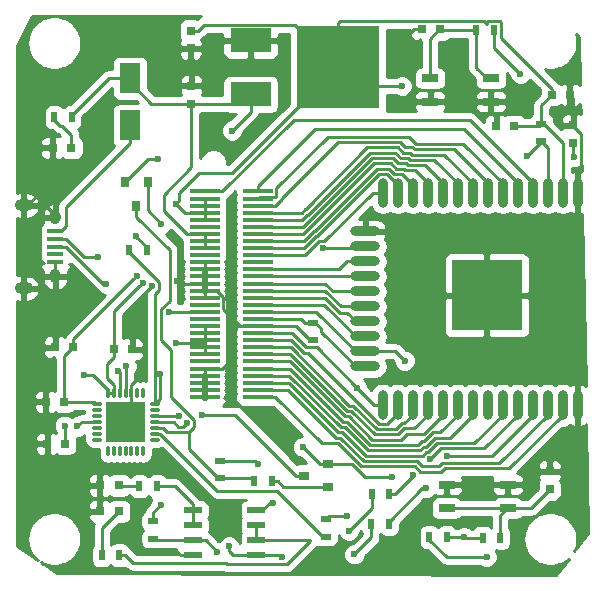
<source format=gbr>
G04 #@! TF.FileFunction,Copper,L1,Top,Signal*
%FSLAX46Y46*%
G04 Gerber Fmt 4.6, Leading zero omitted, Abs format (unit mm)*
G04 Created by KiCad (PCBNEW 4.0.5-e0-6337~49~ubuntu16.04.1) date Sat Feb 11 21:29:31 2017*
%MOMM*%
%LPD*%
G01*
G04 APERTURE LIST*
%ADD10C,0.100000*%
%ADD11R,0.750000X0.800000*%
%ADD12R,0.800000X0.750000*%
%ADD13R,0.800000X0.800000*%
%ADD14R,1.800000X2.500000*%
%ADD15R,1.350000X0.400000*%
%ADD16O,0.950000X1.250000*%
%ADD17O,1.550000X1.000000*%
%ADD18R,2.500000X0.350000*%
%ADD19R,0.800000X0.900000*%
%ADD20R,0.900000X0.800000*%
%ADD21R,0.500000X0.900000*%
%ADD22R,0.900000X0.500000*%
%ADD23R,1.450000X0.700000*%
%ADD24R,3.500000X2.000000*%
%ADD25R,7.000000X7.000000*%
%ADD26R,1.550000X0.600000*%
%ADD27O,0.300000X0.850000*%
%ADD28O,0.850000X0.300000*%
%ADD29R,1.675000X1.675000*%
%ADD30O,0.900000X2.500000*%
%ADD31O,2.500000X0.900000*%
%ADD32R,6.000000X6.000000*%
%ADD33C,0.600000*%
%ADD34C,0.250000*%
%ADD35C,0.254000*%
G04 APERTURE END LIST*
D10*
D11*
X138823700Y-77737400D03*
X138823700Y-76237400D03*
X138760200Y-71576500D03*
X138760200Y-73076500D03*
X171145200Y-81077500D03*
X171145200Y-79577500D03*
D12*
X166116700Y-79616300D03*
X164616700Y-79616300D03*
X132295200Y-98552000D03*
X133795200Y-98552000D03*
X169341100Y-76987400D03*
X170841100Y-76987400D03*
X128105600Y-106540300D03*
X126605600Y-106540300D03*
X128804100Y-98374200D03*
X127304100Y-98374200D03*
X128004000Y-102984300D03*
X126504000Y-102984300D03*
D11*
X169151300Y-110389100D03*
X169151300Y-108889100D03*
D12*
X159842900Y-71462900D03*
X158342900Y-71462900D03*
D13*
X128663700Y-81483200D03*
X127063700Y-81483200D03*
D14*
X133616700Y-75597000D03*
X133616700Y-79597000D03*
D13*
X132676800Y-110070900D03*
X131076800Y-110070900D03*
X132676800Y-112268000D03*
X131076800Y-112268000D03*
D15*
X127308600Y-88565200D03*
X127308600Y-89215200D03*
X127308600Y-89865200D03*
X127308600Y-90515200D03*
X127308600Y-91165200D03*
D16*
X127308600Y-87365200D03*
X127308600Y-92365200D03*
D17*
X124608600Y-86365200D03*
X124608600Y-93365200D03*
D18*
X144439200Y-94178400D03*
X144439200Y-94778400D03*
X144439200Y-95378400D03*
X144439200Y-95978400D03*
X144439200Y-96578400D03*
X144439200Y-97178400D03*
X144439200Y-97778400D03*
X144439200Y-98378400D03*
X144439200Y-98978400D03*
X144439200Y-99578400D03*
X144439200Y-100178400D03*
X144439200Y-100778400D03*
X144439200Y-101378400D03*
X144439200Y-101978400D03*
X144439200Y-102578400D03*
X144439200Y-93578400D03*
X144439200Y-92978400D03*
X144439200Y-92378400D03*
X144439200Y-91778400D03*
X144439200Y-91178400D03*
X144439200Y-90578400D03*
X144439200Y-89978400D03*
X144439200Y-89378400D03*
X144439200Y-88778400D03*
X144439200Y-88178400D03*
X144439200Y-87578400D03*
X144439200Y-86978400D03*
X144439200Y-86378400D03*
X144439200Y-85778400D03*
X144439200Y-85178400D03*
X139939200Y-94178400D03*
X139939200Y-94778400D03*
X139939200Y-95378400D03*
X139939200Y-95978400D03*
X139939200Y-96578400D03*
X139939200Y-97178400D03*
X139939200Y-97778400D03*
X139939200Y-98378400D03*
X139939200Y-98978400D03*
X139939200Y-99578400D03*
X139939200Y-100178400D03*
X139939200Y-100778400D03*
X139939200Y-101978400D03*
X139939200Y-102578400D03*
X139939200Y-101378400D03*
X139939200Y-93578400D03*
X139939200Y-92978400D03*
X139939200Y-91178400D03*
X139939200Y-92378400D03*
X139939200Y-91778400D03*
X139939200Y-90578400D03*
X139939200Y-88178400D03*
X139939200Y-89378400D03*
X139939200Y-89978400D03*
X139939200Y-88778400D03*
X139939200Y-85778400D03*
X139939200Y-86978400D03*
X139939200Y-86378400D03*
X139939200Y-85178400D03*
X139939200Y-87578400D03*
D19*
X135112800Y-84407500D03*
X133212800Y-84407500D03*
X134162800Y-86407500D03*
D20*
X150390100Y-110182700D03*
X150390100Y-108282700D03*
X148390100Y-109232700D03*
D21*
X128702500Y-78905100D03*
X127202500Y-78905100D03*
X135027100Y-90119200D03*
X133527100Y-90119200D03*
X145631600Y-109728000D03*
X144131600Y-109728000D03*
X154063000Y-113334800D03*
X155563000Y-113334800D03*
X154088400Y-110794800D03*
X155588400Y-110794800D03*
D22*
X141249400Y-109474700D03*
X141249400Y-107974700D03*
X150190200Y-114427700D03*
X150190200Y-112927700D03*
D21*
X134416100Y-110147100D03*
X135916100Y-110147100D03*
D22*
X168452800Y-79449800D03*
X168452800Y-80949800D03*
D21*
X131228400Y-115976400D03*
X132728400Y-115976400D03*
D22*
X135585200Y-113080100D03*
X135585200Y-114580100D03*
X149098000Y-97778000D03*
X149098000Y-96278000D03*
D21*
X160465200Y-114452400D03*
X158965200Y-114452400D03*
X163486400Y-114503200D03*
X164986400Y-114503200D03*
X164440300Y-71526400D03*
X162940300Y-71526400D03*
D23*
X165592200Y-109998000D03*
X160442200Y-109998000D03*
X160442200Y-111998000D03*
X165592200Y-111998000D03*
X159032500Y-77593700D03*
X164182500Y-77593700D03*
X164182500Y-75593700D03*
X159032500Y-75593700D03*
D24*
X143831600Y-72376000D03*
X143831600Y-76956000D03*
D25*
X151231600Y-74676000D03*
D26*
X138930400Y-112191800D03*
X138930400Y-113461800D03*
X138930400Y-114731800D03*
X138930400Y-116001800D03*
X144330400Y-116001800D03*
X144330400Y-114731800D03*
X144330400Y-113461800D03*
X144330400Y-112191800D03*
D27*
X134748400Y-102248800D03*
X134248400Y-102248800D03*
X133748400Y-102248800D03*
X133248400Y-102248800D03*
X132748400Y-102248800D03*
X132248400Y-102248800D03*
X131748400Y-102248800D03*
D28*
X130798400Y-103198800D03*
X130798400Y-103698800D03*
X130798400Y-104198800D03*
X130798400Y-104698800D03*
X130798400Y-105198800D03*
X130798400Y-105698800D03*
X130798400Y-106198800D03*
D27*
X131748400Y-107148800D03*
X132248400Y-107148800D03*
X132748400Y-107148800D03*
X133248400Y-107148800D03*
X133748400Y-107148800D03*
X134248400Y-107148800D03*
X134748400Y-107148800D03*
D28*
X135698400Y-106198800D03*
X135698400Y-105698800D03*
X135698400Y-105198800D03*
X135698400Y-104698800D03*
X135698400Y-104198800D03*
X135698400Y-103698800D03*
X135698400Y-103198800D03*
D29*
X132410900Y-105536300D03*
X134085900Y-105536300D03*
X132410900Y-103861300D03*
X134085900Y-103861300D03*
D30*
X171530000Y-103280000D03*
X170260000Y-103280000D03*
X168990000Y-103280000D03*
X167720000Y-103280000D03*
X166450000Y-103280000D03*
X165180000Y-103280000D03*
X163910000Y-103280000D03*
X162640000Y-103280000D03*
X161370000Y-103280000D03*
X160100000Y-103280000D03*
X158830000Y-103280000D03*
X157560000Y-103280000D03*
X156290000Y-103280000D03*
X155020000Y-103280000D03*
D31*
X153530000Y-99995000D03*
X153530000Y-98725000D03*
X153530000Y-97455000D03*
X153530000Y-96185000D03*
X153530000Y-94915000D03*
X153530000Y-93645000D03*
X153530000Y-92375000D03*
X153530000Y-91105000D03*
X153530000Y-89835000D03*
X153530000Y-88565000D03*
D30*
X155020000Y-85280000D03*
X156290000Y-85280000D03*
X157560000Y-85280000D03*
X158830000Y-85280000D03*
X160100000Y-85280000D03*
X161370000Y-85280000D03*
X162640000Y-85280000D03*
X163910000Y-85280000D03*
X165180000Y-85280000D03*
X166450000Y-85280000D03*
X167720000Y-85280000D03*
X168990000Y-85280000D03*
X170260000Y-85280000D03*
X171530000Y-85280000D03*
D32*
X163830000Y-93980000D03*
D33*
X134178045Y-92318660D03*
X142252700Y-80022700D03*
X137553700Y-98018600D03*
X137591800Y-92722700D03*
X135445500Y-93218000D03*
X166255700Y-77101700D03*
X170053000Y-75425300D03*
X163817300Y-116116100D03*
X134701662Y-92923510D03*
X145737191Y-111558590D03*
X156654500Y-76263500D03*
X128092200Y-105003600D03*
X129730500Y-100685600D03*
X137477500Y-86207600D03*
X166674800Y-75234800D03*
X135953500Y-82410300D03*
X171220191Y-82277824D03*
X167271700Y-82181700D03*
X132626100Y-100368100D03*
X130937000Y-90728800D03*
X133323487Y-99976091D03*
X131610100Y-92989400D03*
X136906000Y-95415100D03*
X129171700Y-105079800D03*
X151955500Y-112623600D03*
X156870400Y-99504500D03*
X161925000Y-114427000D03*
X155829000Y-109385100D03*
X148247100Y-106807000D03*
X152831800Y-101791800D03*
X134134248Y-88922248D03*
X136271000Y-87934800D03*
X139725925Y-104081723D03*
X136144000Y-100622100D03*
X146532908Y-116126090D03*
X152615900Y-115912900D03*
X138420010Y-104807856D03*
X141998700Y-115227100D03*
X158702999Y-110321101D03*
X160426400Y-107548079D03*
X152146000Y-113893600D03*
X140970000Y-115671600D03*
X157610799Y-109228901D03*
X159015345Y-107840179D03*
X149936200Y-89979500D03*
X144437100Y-108216700D03*
X137795000Y-104203500D03*
X136220200Y-111721900D03*
D34*
X128804100Y-97692605D02*
X133878046Y-92618659D01*
X133878046Y-92618659D02*
X134178045Y-92318660D01*
X128804100Y-98374200D02*
X128804100Y-97692605D01*
X142252700Y-80022700D02*
X143831600Y-78443800D01*
X143831600Y-78443800D02*
X143831600Y-76956000D01*
X139939200Y-98378400D02*
X139939200Y-98978400D01*
X139939200Y-97778400D02*
X139939200Y-98378400D01*
X139939200Y-97178400D02*
X139939200Y-96578400D01*
X139939200Y-97778400D02*
X139939200Y-97178400D01*
X137553700Y-98018600D02*
X139699000Y-98018600D01*
X139699000Y-98018600D02*
X139939200Y-97778400D01*
X138823700Y-77737400D02*
X138823700Y-83098198D01*
X136463400Y-85458498D02*
X136463400Y-86802600D01*
X138439200Y-88778400D02*
X139939200Y-88778400D01*
X138823700Y-83098198D02*
X136463400Y-85458498D01*
X136463400Y-86802600D02*
X138439200Y-88778400D01*
X128004000Y-102984300D02*
X128004000Y-99149300D01*
X128004000Y-99149300D02*
X128779100Y-98374200D01*
X128779100Y-98374200D02*
X128804100Y-98374200D01*
X128004000Y-102984300D02*
X130583900Y-102984300D01*
X130583900Y-102984300D02*
X130798400Y-103198800D01*
X139939200Y-89378400D02*
X139939200Y-89978400D01*
X139939200Y-88778400D02*
X139939200Y-89378400D01*
X133616700Y-75597000D02*
X131810600Y-75597000D01*
X131810600Y-75597000D02*
X128702500Y-78705100D01*
X128702500Y-78705100D02*
X128702500Y-78905100D01*
X138823700Y-77737400D02*
X135407100Y-77737400D01*
X135407100Y-77737400D02*
X133616700Y-75947000D01*
X133616700Y-75947000D02*
X133616700Y-75597000D01*
X138823700Y-77737400D02*
X143050200Y-77737400D01*
X143050200Y-77737400D02*
X143831600Y-76956000D01*
X139939200Y-91778400D02*
X139939200Y-91178400D01*
X139939200Y-92978400D02*
X137847500Y-92978400D01*
X137847500Y-92978400D02*
X137591800Y-92722700D01*
X133795200Y-94868300D02*
X135445500Y-93218000D01*
X133795200Y-98552000D02*
X133795200Y-94868300D01*
X142939200Y-96578400D02*
X142207700Y-95846900D01*
X142207700Y-95846900D02*
X141514201Y-95153401D01*
X139939200Y-100178400D02*
X141439200Y-100178400D01*
X141439200Y-100178400D02*
X142207700Y-99409900D01*
X142207700Y-99409900D02*
X142207700Y-95846900D01*
X139939200Y-100778400D02*
X139939200Y-100178400D01*
X144439200Y-96578400D02*
X142939200Y-96578400D01*
X141514201Y-95153401D02*
X141514201Y-94078401D01*
X141514201Y-94078401D02*
X141014200Y-93578400D01*
X141014200Y-93578400D02*
X139939200Y-93578400D01*
X139939200Y-94178400D02*
X139939200Y-93578400D01*
X137499000Y-115595400D02*
X136448800Y-115595400D01*
X138930400Y-116001800D02*
X137905400Y-116001800D01*
X137905400Y-116001800D02*
X137499000Y-115595400D01*
X156883100Y-72720200D02*
X156972000Y-72872600D01*
X156883100Y-72783700D02*
X156972000Y-72872600D01*
X156883100Y-72272700D02*
X156883100Y-72720200D01*
X158342900Y-71462900D02*
X157692900Y-71462900D01*
X157692900Y-71462900D02*
X156883100Y-72272700D01*
X164182500Y-77593700D02*
X165763700Y-77593700D01*
X165763700Y-77593700D02*
X166255700Y-77101700D01*
X170841100Y-76987400D02*
X170841100Y-76213400D01*
X170841100Y-76213400D02*
X170053000Y-75425300D01*
X134569200Y-100753000D02*
X133748400Y-101573800D01*
X133748400Y-101573800D02*
X133748400Y-102248800D01*
X133748400Y-102248800D02*
X133748400Y-103523800D01*
X133748400Y-103523800D02*
X134085900Y-103861300D01*
X127308600Y-92365200D02*
X127308600Y-91165200D01*
X127308600Y-92365200D02*
X124858600Y-92365200D01*
X124858600Y-92365200D02*
X124608600Y-92615200D01*
X124608600Y-92615200D02*
X124608600Y-93365200D01*
X124608600Y-86365200D02*
X126458600Y-86365200D01*
X126458600Y-86365200D02*
X127308600Y-87215200D01*
X127308600Y-87215200D02*
X127308600Y-87365200D01*
X127063700Y-81483200D02*
X127063700Y-84185100D01*
X127063700Y-84185100D02*
X124883600Y-86365200D01*
X124883600Y-86365200D02*
X124608600Y-86365200D01*
X149098000Y-97778000D02*
X148898000Y-97778000D01*
X148898000Y-97778000D02*
X147698400Y-96578400D01*
X147698400Y-96578400D02*
X144439200Y-96578400D01*
X171145200Y-79577500D02*
X171145200Y-77291500D01*
X171145200Y-77291500D02*
X170841100Y-76987400D01*
X171530000Y-85280000D02*
X171530000Y-83780000D01*
X171845201Y-80302501D02*
X171145200Y-79602500D01*
X171530000Y-83780000D02*
X171845201Y-83464799D01*
X171145200Y-79602500D02*
X171145200Y-79577500D01*
X171845201Y-83464799D02*
X171845201Y-80302501D01*
X158965200Y-114452400D02*
X158965200Y-114652400D01*
X158965200Y-114652400D02*
X160428900Y-116116100D01*
X160428900Y-116116100D02*
X163817300Y-116116100D01*
X132295200Y-98552000D02*
X132295200Y-95329972D01*
X134401663Y-93223509D02*
X134701662Y-92923510D01*
X132295200Y-95329972D02*
X134401663Y-93223509D01*
X169341100Y-76987400D02*
X169341100Y-76478700D01*
X169341100Y-76478700D02*
X165015301Y-72152901D01*
X165015301Y-72152901D02*
X165015301Y-70816399D01*
X163865299Y-71002899D02*
X163613799Y-70751399D01*
X163613799Y-70751399D02*
X151406201Y-70751399D01*
X165015301Y-70816399D02*
X164950301Y-70751399D01*
X163865299Y-70816399D02*
X163865299Y-71002899D01*
X151231600Y-70926000D02*
X151231600Y-74676000D01*
X164950301Y-70751399D02*
X163930299Y-70751399D01*
X151406201Y-70751399D02*
X151231600Y-70926000D01*
X163930299Y-70751399D02*
X163865299Y-70816399D01*
X144805400Y-112191800D02*
X145438610Y-111558590D01*
X144330400Y-112191800D02*
X144805400Y-112191800D01*
X145438610Y-111558590D02*
X145737191Y-111558590D01*
X142254199Y-83653401D02*
X151231600Y-74676000D01*
X137477500Y-86207600D02*
X137777499Y-85907601D01*
X137777499Y-85907601D02*
X137777499Y-85330099D01*
X139454197Y-83653401D02*
X142254199Y-83653401D01*
X137777499Y-85330099D02*
X139454197Y-83653401D01*
X166116700Y-79616300D02*
X168286300Y-79616300D01*
X168286300Y-79616300D02*
X168452800Y-79449800D01*
X156654500Y-76263500D02*
X152819100Y-76263500D01*
X152819100Y-76263500D02*
X151231600Y-74676000D01*
X128092200Y-105003600D02*
X128092200Y-106526900D01*
X128092200Y-106526900D02*
X128105600Y-106540300D01*
X131748400Y-102248800D02*
X131748400Y-101973800D01*
X131748400Y-101973800D02*
X130460200Y-100685600D01*
X130460200Y-100685600D02*
X129730500Y-100685600D01*
X131645200Y-100970600D02*
X132248400Y-101573800D01*
X132295200Y-98552000D02*
X132295200Y-99177000D01*
X132295200Y-99177000D02*
X131645200Y-99827000D01*
X131645200Y-99827000D02*
X131645200Y-100970600D01*
X132248400Y-101573800D02*
X132248400Y-102248800D01*
X138248300Y-86978400D02*
X137477500Y-86207600D01*
X139939200Y-86978400D02*
X138248300Y-86978400D01*
X139939200Y-86378400D02*
X139939200Y-85778400D01*
X139939200Y-86978400D02*
X139939200Y-86378400D01*
X139939200Y-86978400D02*
X139939200Y-87578400D01*
X132248400Y-102248800D02*
X131748400Y-102248800D01*
X138760200Y-71576500D02*
X139385200Y-71576500D01*
X139385200Y-71576500D02*
X139910701Y-71050999D01*
X139910701Y-71050999D02*
X147606599Y-71050999D01*
X147606599Y-71050999D02*
X151231600Y-74676000D01*
X168452800Y-79449800D02*
X168452800Y-77850700D01*
X168452800Y-77850700D02*
X169316100Y-76987400D01*
X169316100Y-76987400D02*
X169341100Y-76987400D01*
X170260000Y-85280000D02*
X170260000Y-81057000D01*
X170260000Y-81057000D02*
X168652800Y-79449800D01*
X168652800Y-79449800D02*
X168452800Y-79449800D01*
X164440300Y-73000300D02*
X166674800Y-75234800D01*
X164440300Y-71526400D02*
X164440300Y-73000300D01*
X133212800Y-84407500D02*
X133212800Y-84357500D01*
X133212800Y-84357500D02*
X135160000Y-82410300D01*
X135160000Y-82410300D02*
X135953500Y-82410300D01*
X171145200Y-82202833D02*
X171220191Y-82277824D01*
X171145200Y-81077500D02*
X171145200Y-82202833D01*
X168452800Y-80949800D02*
X168452800Y-81000600D01*
X168452800Y-81000600D02*
X167271700Y-82181700D01*
X168990000Y-85280000D02*
X168990000Y-81487000D01*
X168990000Y-81487000D02*
X168452800Y-80949800D01*
X160442200Y-111998000D02*
X165592200Y-111998000D01*
X165592200Y-111998000D02*
X167567400Y-111998000D01*
X167567400Y-111998000D02*
X169151300Y-110414100D01*
X169151300Y-110414100D02*
X169151300Y-110389100D01*
X164986400Y-114503200D02*
X164986400Y-112603800D01*
X164986400Y-112603800D02*
X165592200Y-111998000D01*
X162940300Y-71526400D02*
X159906400Y-71526400D01*
X159906400Y-71526400D02*
X159842900Y-71462900D01*
X162940300Y-71526400D02*
X162940300Y-74726500D01*
X162940300Y-74726500D02*
X163807500Y-75593700D01*
X163807500Y-75593700D02*
X164182500Y-75593700D01*
X159032500Y-75593700D02*
X159032500Y-72248300D01*
X159032500Y-72248300D02*
X159817900Y-71462900D01*
X159817900Y-71462900D02*
X159842900Y-71462900D01*
X128663700Y-81483200D02*
X128663700Y-80366300D01*
X128663700Y-80366300D02*
X127902500Y-79605100D01*
X127902500Y-79605100D02*
X127702500Y-79605100D01*
X127702500Y-79605100D02*
X127202500Y-79105100D01*
X127202500Y-79105100D02*
X127202500Y-78905100D01*
X127308600Y-88565200D02*
X127783600Y-88565200D01*
X127783600Y-88565200D02*
X128233600Y-88115200D01*
X128233600Y-88115200D02*
X128233600Y-86480100D01*
X128233600Y-86480100D02*
X133616700Y-81097000D01*
X133616700Y-81097000D02*
X133616700Y-79597000D01*
X134416100Y-110147100D02*
X132753000Y-110147100D01*
X132753000Y-110147100D02*
X132676800Y-110070900D01*
X131228400Y-115976400D02*
X131228400Y-113716400D01*
X131228400Y-113716400D02*
X132676800Y-112268000D01*
X132626100Y-100368100D02*
X132748400Y-100490400D01*
X132748400Y-100490400D02*
X132748400Y-102248800D01*
X127308600Y-89215200D02*
X128233600Y-89215200D01*
X129747200Y-90728800D02*
X130937000Y-90728800D01*
X128233600Y-89215200D02*
X129747200Y-90728800D01*
X133323487Y-100989415D02*
X133323487Y-99976091D01*
X133248400Y-101064502D02*
X133323487Y-100989415D01*
X133248400Y-102248800D02*
X133248400Y-101064502D01*
X127308600Y-89865200D02*
X128233600Y-89865200D01*
X128233600Y-89865200D02*
X131357800Y-92989400D01*
X131357800Y-92989400D02*
X131610100Y-92989400D01*
X153530000Y-91105000D02*
X152030000Y-91105000D01*
X152030000Y-91105000D02*
X151356600Y-91778400D01*
X151356600Y-91778400D02*
X144439200Y-91778400D01*
X150089811Y-94178400D02*
X144439200Y-94178400D01*
X152030000Y-95485000D02*
X151396411Y-95485000D01*
X153530000Y-96185000D02*
X152730000Y-96185000D01*
X152730000Y-96185000D02*
X152030000Y-95485000D01*
X151396411Y-95485000D02*
X150089811Y-94178400D01*
X136906000Y-95415100D02*
X139902500Y-95415100D01*
X139902500Y-95415100D02*
X139939200Y-95378400D01*
X130798400Y-104698800D02*
X129552700Y-104698800D01*
X129552700Y-104698800D02*
X129171700Y-105079800D01*
X153530000Y-97455000D02*
X152730000Y-97455000D01*
X152730000Y-97455000D02*
X150053400Y-94778400D01*
X150053400Y-94778400D02*
X144439200Y-94778400D01*
X161853000Y-81153000D02*
X165180000Y-84480000D01*
X157279408Y-80554913D02*
X157877495Y-81153000D01*
X165180000Y-84480000D02*
X165180000Y-85280000D01*
X157877495Y-81153000D02*
X161853000Y-81153000D01*
X150381887Y-80554913D02*
X157279408Y-80554913D01*
X146014201Y-84922599D02*
X150381887Y-80554913D01*
X144439200Y-85778400D02*
X144539199Y-85678401D01*
X144539199Y-85678401D02*
X145949201Y-85678401D01*
X145949201Y-85678401D02*
X146014201Y-85613401D01*
X146014201Y-85613401D02*
X146014201Y-84922599D01*
X141439200Y-85178400D02*
X139939200Y-85178400D01*
X162373700Y-79133700D02*
X147483900Y-79133700D01*
X167720000Y-84480000D02*
X162373700Y-79133700D01*
X167720000Y-85280000D02*
X167720000Y-84480000D01*
X147483900Y-79133700D02*
X141439200Y-85178400D01*
X163910000Y-84480000D02*
X163910000Y-85280000D01*
X157691095Y-81603011D02*
X161033011Y-81603011D01*
X145939200Y-86378400D02*
X146464212Y-85853388D01*
X156459419Y-81004924D02*
X156909430Y-81454935D01*
X157543019Y-81454935D02*
X157691095Y-81603011D01*
X156909430Y-81454935D02*
X157543019Y-81454935D01*
X151222678Y-81004924D02*
X156459419Y-81004924D01*
X146464212Y-85853388D02*
X146464212Y-85763390D01*
X144439200Y-86378400D02*
X145939200Y-86378400D01*
X161033011Y-81603011D02*
X163910000Y-84480000D01*
X146464212Y-85763390D02*
X151222678Y-81004924D01*
X144439200Y-85178400D02*
X144439200Y-84753400D01*
X144439200Y-84753400D02*
X149296900Y-79895700D01*
X149296900Y-79895700D02*
X161865700Y-79895700D01*
X161865700Y-79895700D02*
X166450000Y-84480000D01*
X166450000Y-84480000D02*
X166450000Y-85280000D01*
X153530000Y-92375000D02*
X144442600Y-92375000D01*
X144442600Y-92375000D02*
X144439200Y-92378400D01*
X150162633Y-92978400D02*
X144439200Y-92978400D01*
X150829233Y-93645000D02*
X150162633Y-92978400D01*
X153530000Y-93645000D02*
X150829233Y-93645000D01*
X150126222Y-93578400D02*
X144439200Y-93578400D01*
X151462822Y-94915000D02*
X150126222Y-93578400D01*
X153530000Y-94915000D02*
X151462822Y-94915000D01*
X151955500Y-112623600D02*
X150494300Y-112623600D01*
X150494300Y-112623600D02*
X150190200Y-112927700D01*
X153530000Y-98725000D02*
X156090900Y-98725000D01*
X156090900Y-98725000D02*
X156870400Y-99504500D01*
X153530000Y-98725000D02*
X152730000Y-98725000D01*
X149383400Y-95378400D02*
X144439200Y-95378400D01*
X152730000Y-98725000D02*
X149383400Y-95378400D01*
X149098000Y-96278000D02*
X148398000Y-96278000D01*
X148398000Y-96278000D02*
X148098400Y-95978400D01*
X148098400Y-95978400D02*
X144439200Y-95978400D01*
X153530000Y-99995000D02*
X152730000Y-99995000D01*
X152730000Y-99995000D02*
X149798000Y-97063000D01*
X149798000Y-97063000D02*
X149798000Y-96778000D01*
X149798000Y-96778000D02*
X149298000Y-96278000D01*
X149298000Y-96278000D02*
X149098000Y-96278000D01*
X152534285Y-103326723D02*
X154512575Y-105305013D01*
X144439200Y-98378400D02*
X147242350Y-98378400D01*
X156161016Y-105305013D02*
X156686029Y-104780000D01*
X156860000Y-104780000D02*
X157560000Y-104080000D01*
X156686029Y-104780000D02*
X156860000Y-104780000D01*
X157560000Y-104080000D02*
X157560000Y-103280000D01*
X154512575Y-105305013D02*
X156161016Y-105305013D01*
X147242350Y-98378400D02*
X152190673Y-103326723D01*
X152190673Y-103326723D02*
X152534285Y-103326723D01*
X154155198Y-85280000D02*
X155020000Y-85280000D01*
X150080699Y-89354499D02*
X154155198Y-85280000D01*
X149636199Y-89354499D02*
X150080699Y-89354499D01*
X148412298Y-90578400D02*
X149636199Y-89354499D01*
X144439200Y-90578400D02*
X148412298Y-90578400D01*
X156533816Y-106205035D02*
X157046095Y-105692756D01*
X144439200Y-99578400D02*
X147169528Y-99578400D01*
X157046095Y-105692756D02*
X158487244Y-105692756D01*
X152161485Y-104226745D02*
X154139775Y-106205035D01*
X151817873Y-104226745D02*
X152161485Y-104226745D01*
X158487244Y-105692756D02*
X160100000Y-104080000D01*
X160100000Y-104080000D02*
X160100000Y-103280000D01*
X147169528Y-99578400D02*
X151817873Y-104226745D01*
X154139775Y-106205035D02*
X156533816Y-106205035D01*
X156290000Y-84653971D02*
X156290000Y-85280000D01*
X149443467Y-88942588D02*
X154681065Y-83704990D01*
X149386299Y-88942588D02*
X149443467Y-88942588D01*
X144439200Y-89978400D02*
X148350487Y-89978400D01*
X154681065Y-83704990D02*
X155341019Y-83704990D01*
X155341019Y-83704990D02*
X156290000Y-84653971D01*
X148350487Y-89978400D02*
X149386299Y-88942588D01*
X155341019Y-104855010D02*
X154698981Y-104855010D01*
X156290000Y-103280000D02*
X156290000Y-103906029D01*
X156290000Y-103906029D02*
X155341019Y-104855010D01*
X148667706Y-98823735D02*
X148324095Y-98823735D01*
X148324095Y-98823735D02*
X147278760Y-97778400D01*
X147278760Y-97778400D02*
X144439200Y-97778400D01*
X154698981Y-104855010D02*
X148667706Y-98823735D01*
X148314076Y-89378400D02*
X149199899Y-88492577D01*
X149257067Y-88492577D02*
X154494665Y-83254979D01*
X144439200Y-89378400D02*
X148314076Y-89378400D01*
X157560000Y-84653971D02*
X157560000Y-85280000D01*
X155977430Y-83704990D02*
X156611019Y-83704990D01*
X154494665Y-83254979D02*
X155527419Y-83254979D01*
X156611019Y-83704990D02*
X157560000Y-84653971D01*
X149199899Y-88492577D02*
X149257067Y-88492577D01*
X155527419Y-83254979D02*
X155977430Y-83704990D01*
X163486400Y-114503200D02*
X162001200Y-114503200D01*
X162001200Y-114503200D02*
X161925000Y-114427000D01*
X161925000Y-114427000D02*
X160490600Y-114427000D01*
X160490600Y-114427000D02*
X160465200Y-114452400D01*
X153501377Y-109385100D02*
X155829000Y-109385100D01*
X150390100Y-108282700D02*
X152398977Y-108282700D01*
X152398977Y-108282700D02*
X153501377Y-109385100D01*
X148247100Y-106807000D02*
X149722800Y-108282700D01*
X149722800Y-108282700D02*
X150390100Y-108282700D01*
X152831800Y-101791800D02*
X149413725Y-98373725D01*
X155020000Y-103280000D02*
X154320000Y-103280000D01*
X154320000Y-103280000D02*
X152831800Y-101791800D01*
X147315171Y-97178400D02*
X144439200Y-97178400D01*
X148510496Y-98373725D02*
X147315171Y-97178400D01*
X149413725Y-98373725D02*
X148510496Y-98373725D01*
X156797419Y-83254979D02*
X156945495Y-83403055D01*
X157753055Y-83403055D02*
X158830000Y-84480000D01*
X156945495Y-83403055D02*
X157753055Y-83403055D01*
X149013499Y-88042566D02*
X149070666Y-88042566D01*
X149070666Y-88042566D02*
X154308265Y-82804968D01*
X155713819Y-82804968D02*
X156163830Y-83254979D01*
X156163830Y-83254979D02*
X156797419Y-83254979D01*
X148277666Y-88778400D02*
X149013499Y-88042566D01*
X154308265Y-82804968D02*
X155713819Y-82804968D01*
X158830000Y-84480000D02*
X158830000Y-85280000D01*
X144439200Y-88778400D02*
X148277666Y-88778400D01*
X151631472Y-104676756D02*
X147133115Y-100178400D01*
X153953375Y-106655046D02*
X151975085Y-104676756D01*
X159262453Y-105573045D02*
X158507643Y-106327855D01*
X158015353Y-106655046D02*
X153953375Y-106655046D01*
X147133115Y-100178400D02*
X144439200Y-100178400D01*
X161370000Y-103280000D02*
X161370000Y-104080000D01*
X151975085Y-104676756D02*
X151631472Y-104676756D01*
X158342543Y-106327855D02*
X158015353Y-106655046D01*
X159876955Y-105573045D02*
X159262453Y-105573045D01*
X161370000Y-104080000D02*
X159876955Y-105573045D01*
X158507643Y-106327855D02*
X158342543Y-106327855D01*
X160100000Y-84480000D02*
X160100000Y-85280000D01*
X157131895Y-82953044D02*
X158573044Y-82953044D01*
X156350230Y-82804968D02*
X156983819Y-82804968D01*
X155900219Y-82354957D02*
X156350230Y-82804968D01*
X154121865Y-82354957D02*
X155900219Y-82354957D01*
X148241254Y-88178400D02*
X148827099Y-87592555D01*
X148827099Y-87592555D02*
X148884267Y-87592555D01*
X158573044Y-82953044D02*
X160100000Y-84480000D01*
X144439200Y-88178400D02*
X148241254Y-88178400D01*
X156983819Y-82804968D02*
X157131895Y-82953044D01*
X148884267Y-87592555D02*
X154121865Y-82354957D01*
X158694043Y-106777866D02*
X159448853Y-106023056D01*
X147096706Y-100778400D02*
X151445073Y-105126767D01*
X158201752Y-107105057D02*
X158528943Y-106777866D01*
X144439200Y-100778400D02*
X147096706Y-100778400D01*
X153766975Y-107105057D02*
X158201752Y-107105057D01*
X160696944Y-106023056D02*
X162640000Y-104080000D01*
X162640000Y-104080000D02*
X162640000Y-103280000D01*
X151788685Y-105126767D02*
X153766975Y-107105057D01*
X158528943Y-106777866D02*
X158694043Y-106777866D01*
X151445073Y-105126767D02*
X151788685Y-105126767D01*
X159448853Y-106023056D02*
X160696944Y-106023056D01*
X147060294Y-101378400D02*
X144439200Y-101378400D01*
X158390343Y-107555068D02*
X153580577Y-107555068D01*
X158717534Y-107227877D02*
X158390343Y-107555068D01*
X158880443Y-107227877D02*
X158717534Y-107227877D01*
X162786933Y-106473067D02*
X159635253Y-106473067D01*
X153580577Y-107555068D02*
X151602287Y-105576778D01*
X165180000Y-104080000D02*
X162786933Y-106473067D01*
X151258671Y-105576778D02*
X147060294Y-101378400D01*
X165180000Y-103280000D02*
X165180000Y-104080000D01*
X159635253Y-106473067D02*
X158880443Y-107227877D01*
X151602287Y-105576778D02*
X151258671Y-105576778D01*
X148454299Y-86692533D02*
X148487478Y-86692533D01*
X162640000Y-84480000D02*
X162640000Y-85280000D01*
X148168432Y-86978400D02*
X148454299Y-86692533D01*
X156273019Y-81454935D02*
X156723030Y-81904946D01*
X160213022Y-82053022D02*
X162640000Y-84480000D01*
X157504695Y-82053022D02*
X160213022Y-82053022D01*
X156723030Y-81904946D02*
X157356619Y-81904946D01*
X153725076Y-81454935D02*
X156273019Y-81454935D01*
X148487478Y-86692533D02*
X153725076Y-81454935D01*
X144439200Y-86978400D02*
X148168432Y-86978400D01*
X157356619Y-81904946D02*
X157504695Y-82053022D01*
X148640699Y-87142544D02*
X148697866Y-87142544D01*
X156536630Y-82354957D02*
X157170219Y-82354957D01*
X148204844Y-87578400D02*
X148640699Y-87142544D01*
X156086619Y-81904946D02*
X156536630Y-82354957D01*
X161370000Y-84480000D02*
X161370000Y-85280000D01*
X157318295Y-82503033D02*
X159393033Y-82503033D01*
X157170219Y-82354957D02*
X157318295Y-82503033D01*
X144439200Y-87578400D02*
X148204844Y-87578400D01*
X148697866Y-87142544D02*
X153935465Y-81904946D01*
X153935465Y-81904946D02*
X156086619Y-81904946D01*
X159393033Y-82503033D02*
X161370000Y-84480000D01*
X156347416Y-105755024D02*
X154326175Y-105755024D01*
X147205939Y-98978400D02*
X144439200Y-98978400D01*
X158830000Y-104080000D02*
X157667255Y-105242745D01*
X158830000Y-103280000D02*
X158830000Y-104080000D01*
X157667255Y-105242745D02*
X156859695Y-105242745D01*
X152004273Y-103776734D02*
X147205939Y-98978400D01*
X152347885Y-103776734D02*
X152004273Y-103776734D01*
X154326175Y-105755024D02*
X152347885Y-103776734D01*
X156859695Y-105242745D02*
X156347416Y-105755024D01*
X158830000Y-103280000D02*
X158830000Y-102480000D01*
X157736598Y-108455098D02*
X158196700Y-108915200D01*
X165716900Y-108623100D02*
X170260000Y-104080000D01*
X159968515Y-108915200D02*
X160260615Y-108623100D01*
X160260615Y-108623100D02*
X165716900Y-108623100D01*
X158196700Y-108915200D02*
X159968515Y-108915200D01*
X170260000Y-104080000D02*
X170260000Y-103280000D01*
X144439200Y-102578400D02*
X145939200Y-102578400D01*
X145939200Y-102578400D02*
X149837600Y-106476800D01*
X149837600Y-106476800D02*
X151229487Y-106476800D01*
X153207785Y-108455098D02*
X157736598Y-108455098D01*
X151229487Y-106476800D02*
X153207785Y-108455098D01*
X164896911Y-108173089D02*
X168990000Y-104080000D01*
X157922989Y-108005079D02*
X158383099Y-108465189D01*
X144439200Y-101978400D02*
X147001311Y-101978400D01*
X160074215Y-108173089D02*
X164896911Y-108173089D01*
X147001311Y-101978400D02*
X151049699Y-106026789D01*
X168990000Y-104080000D02*
X168990000Y-103280000D01*
X151049699Y-106026789D02*
X151415887Y-106026789D01*
X153394177Y-108005079D02*
X157922989Y-108005079D01*
X151415887Y-106026789D02*
X153394177Y-108005079D01*
X158383099Y-108465189D02*
X159782115Y-108465189D01*
X159782115Y-108465189D02*
X160074215Y-108173089D01*
X134134248Y-89026348D02*
X134134248Y-88922248D01*
X135027100Y-89919200D02*
X134134248Y-89026348D01*
X135027100Y-90119200D02*
X135027100Y-89919200D01*
X135112800Y-86776600D02*
X136271000Y-87934800D01*
X135112800Y-84407500D02*
X135112800Y-86776600D01*
X139045012Y-105107858D02*
X138587768Y-105565102D01*
X139045012Y-104507854D02*
X139045012Y-105107858D01*
X136280999Y-97785201D02*
X137083800Y-98588002D01*
X136280999Y-95115099D02*
X136280999Y-97785201D01*
X136966798Y-94429300D02*
X136280999Y-95115099D01*
X134162800Y-87364711D02*
X136966798Y-90168709D01*
X134162800Y-86407500D02*
X134162800Y-87364711D01*
X137083800Y-102546642D02*
X139045012Y-104507854D01*
X136966798Y-90168709D02*
X136966798Y-94429300D01*
X137083800Y-98588002D02*
X137083800Y-102546642D01*
X141249400Y-109474700D02*
X141049400Y-109474700D01*
X141049400Y-109474700D02*
X138587768Y-107013068D01*
X138587768Y-107013068D02*
X138587768Y-105565102D01*
X136373400Y-105198800D02*
X135698400Y-105198800D01*
X136739702Y-105565102D02*
X136373400Y-105198800D01*
X138587768Y-105565102D02*
X136739702Y-105565102D01*
X141249400Y-109474700D02*
X143878300Y-109474700D01*
X143878300Y-109474700D02*
X144131600Y-109728000D01*
X145631600Y-109728000D02*
X146131600Y-109728000D01*
X146131600Y-109728000D02*
X146586300Y-110182700D01*
X146586300Y-110182700D02*
X150390100Y-110182700D01*
X136070502Y-92862602D02*
X133527100Y-90319200D01*
X135698400Y-93890104D02*
X136070502Y-93518002D01*
X133527100Y-90319200D02*
X133527100Y-90119200D01*
X135698400Y-103198800D02*
X135698400Y-93890104D01*
X136070502Y-93518002D02*
X136070502Y-92862602D01*
X148390100Y-109232700D02*
X147690100Y-109232700D01*
X142539123Y-104081723D02*
X139725925Y-104081723D01*
X147690100Y-109232700D02*
X142539123Y-104081723D01*
X136144000Y-100622100D02*
X136144000Y-102753200D01*
X136144000Y-102753200D02*
X135698400Y-103198800D01*
X146408618Y-116001800D02*
X146532908Y-116126090D01*
X144330400Y-116001800D02*
X146408618Y-116001800D01*
X154063000Y-114465800D02*
X152615900Y-115912900D01*
X154063000Y-113334800D02*
X154063000Y-114465800D01*
X137723553Y-105107855D02*
X138120011Y-105107855D01*
X135698400Y-104698800D02*
X137314498Y-104698800D01*
X137314498Y-104698800D02*
X137723553Y-105107855D01*
X138120011Y-105107855D02*
X138420010Y-104807856D01*
X141998700Y-115227100D02*
X141998700Y-115651364D01*
X141998700Y-115651364D02*
X142349136Y-116001800D01*
X142349136Y-116001800D02*
X144330400Y-116001800D01*
X158376699Y-110321101D02*
X158702999Y-110321101D01*
X155563000Y-113134800D02*
X158376699Y-110321101D01*
X155563000Y-113334800D02*
X155563000Y-113134800D01*
X164251921Y-107548079D02*
X160426400Y-107548079D01*
X167720000Y-103280000D02*
X167720000Y-104080000D01*
X167720000Y-104080000D02*
X164251921Y-107548079D01*
X152146000Y-113893600D02*
X154088400Y-111951200D01*
X154088400Y-111951200D02*
X154088400Y-110794800D01*
X138930400Y-114731800D02*
X140030200Y-114731800D01*
X140030200Y-114731800D02*
X140970000Y-115671600D01*
X138930400Y-114731800D02*
X135736900Y-114731800D01*
X135736900Y-114731800D02*
X135585200Y-114580100D01*
X157610799Y-109272401D02*
X157610799Y-109228901D01*
X155588400Y-110794800D02*
X156088400Y-110794800D01*
X156088400Y-110794800D02*
X157610799Y-109272401D01*
X163606922Y-106923078D02*
X159932446Y-106923078D01*
X166450000Y-104080000D02*
X163606922Y-106923078D01*
X166450000Y-103280000D02*
X166450000Y-104080000D01*
X159932446Y-106923078D02*
X159015345Y-107840179D01*
X149936200Y-89979500D02*
X153385500Y-89979500D01*
X153385500Y-89979500D02*
X153530000Y-89835000D01*
X141249400Y-107974700D02*
X144195100Y-107974700D01*
X144195100Y-107974700D02*
X144437100Y-108216700D01*
X146065501Y-110503001D02*
X140992699Y-110503001D01*
X149990200Y-114427700D02*
X146065501Y-110503001D01*
X140992699Y-110503001D02*
X136188498Y-105698800D01*
X150190200Y-114427700D02*
X149990200Y-114427700D01*
X136188498Y-105698800D02*
X135698400Y-105698800D01*
X138930400Y-112191800D02*
X138930400Y-113461800D01*
X135916100Y-110147100D02*
X137435700Y-110147100D01*
X137435700Y-110147100D02*
X138930400Y-111641800D01*
X138930400Y-111641800D02*
X138930400Y-112191800D01*
X144330400Y-114731800D02*
X148856700Y-114731800D01*
X148856700Y-114731800D02*
X148882100Y-114757200D01*
X148882100Y-114757200D02*
X146888200Y-116751100D01*
X133878801Y-116626801D02*
X133228400Y-115976400D01*
X146888200Y-116751100D02*
X141873796Y-116751100D01*
X141873796Y-116751100D02*
X141749497Y-116626801D01*
X141749497Y-116626801D02*
X133878801Y-116626801D01*
X133228400Y-115976400D02*
X132728400Y-115976400D01*
X144330400Y-113461800D02*
X144330400Y-114731800D01*
X137795000Y-104203500D02*
X135703100Y-104203500D01*
X135703100Y-104203500D02*
X135698400Y-104198800D01*
X135585200Y-113080100D02*
X135585200Y-112356900D01*
X135585200Y-112356900D02*
X136220200Y-111721900D01*
D35*
G36*
X139609947Y-70355476D02*
X139373300Y-70513598D01*
X139320345Y-70566553D01*
X139135200Y-70529060D01*
X138385200Y-70529060D01*
X138149883Y-70573338D01*
X137933759Y-70712410D01*
X137788769Y-70924610D01*
X137737760Y-71176500D01*
X137737760Y-71976500D01*
X137782038Y-72211817D01*
X137848529Y-72315146D01*
X137846873Y-72316802D01*
X137750200Y-72550191D01*
X137750200Y-72790750D01*
X137908950Y-72949500D01*
X138633200Y-72949500D01*
X138633200Y-72929500D01*
X138887200Y-72929500D01*
X138887200Y-72949500D01*
X139611450Y-72949500D01*
X139770200Y-72790750D01*
X139770200Y-72661750D01*
X141446600Y-72661750D01*
X141446600Y-73502309D01*
X141543273Y-73735698D01*
X141721901Y-73914327D01*
X141955290Y-74011000D01*
X143545850Y-74011000D01*
X143704600Y-73852250D01*
X143704600Y-72503000D01*
X143958600Y-72503000D01*
X143958600Y-73852250D01*
X144117350Y-74011000D01*
X145707910Y-74011000D01*
X145941299Y-73914327D01*
X146119927Y-73735698D01*
X146216600Y-73502309D01*
X146216600Y-72661750D01*
X146057850Y-72503000D01*
X143958600Y-72503000D01*
X143704600Y-72503000D01*
X141605350Y-72503000D01*
X141446600Y-72661750D01*
X139770200Y-72661750D01*
X139770200Y-72550191D01*
X139673527Y-72316802D01*
X139672157Y-72315432D01*
X139715145Y-72252518D01*
X139922601Y-72113901D01*
X140225503Y-71810999D01*
X141446600Y-71810999D01*
X141446600Y-72090250D01*
X141605350Y-72249000D01*
X143704600Y-72249000D01*
X143704600Y-72229000D01*
X143958600Y-72229000D01*
X143958600Y-72249000D01*
X146057850Y-72249000D01*
X146216600Y-72090250D01*
X146216600Y-71810999D01*
X147084160Y-71810999D01*
X147084160Y-77748638D01*
X141939397Y-82893401D01*
X141874100Y-82893401D01*
X141874406Y-82543723D01*
X141694380Y-82108028D01*
X141361325Y-81774391D01*
X140925945Y-81593606D01*
X140454523Y-81593194D01*
X140018828Y-81773220D01*
X139685191Y-82106275D01*
X139583700Y-82350693D01*
X139583700Y-78644244D01*
X139650141Y-78601490D01*
X139721263Y-78497400D01*
X141749169Y-78497400D01*
X141829710Y-78552431D01*
X142081600Y-78603440D01*
X142597158Y-78603440D01*
X142113020Y-79087578D01*
X142067533Y-79087538D01*
X141723757Y-79229583D01*
X141460508Y-79492373D01*
X141317862Y-79835901D01*
X141317538Y-80207867D01*
X141459583Y-80551643D01*
X141722373Y-80814892D01*
X142065901Y-80957538D01*
X142437867Y-80957862D01*
X142781643Y-80815817D01*
X143044892Y-80553027D01*
X143187538Y-80209499D01*
X143187579Y-80162623D01*
X144369001Y-78981201D01*
X144533748Y-78734639D01*
X144559845Y-78603440D01*
X145581600Y-78603440D01*
X145816917Y-78559162D01*
X146033041Y-78420090D01*
X146178031Y-78207890D01*
X146229040Y-77956000D01*
X146229040Y-75956000D01*
X146184762Y-75720683D01*
X146045690Y-75504559D01*
X145833490Y-75359569D01*
X145581600Y-75308560D01*
X142081600Y-75308560D01*
X141846283Y-75352838D01*
X141630159Y-75491910D01*
X141485169Y-75704110D01*
X141434160Y-75956000D01*
X141434160Y-76977400D01*
X139745186Y-76977400D01*
X139833700Y-76763709D01*
X139833700Y-76523150D01*
X139674950Y-76364400D01*
X138950700Y-76364400D01*
X138950700Y-76384400D01*
X138696700Y-76384400D01*
X138696700Y-76364400D01*
X137972450Y-76364400D01*
X137813700Y-76523150D01*
X137813700Y-76763709D01*
X137902214Y-76977400D01*
X135721902Y-76977400D01*
X135164140Y-76419638D01*
X135164140Y-75711091D01*
X137813700Y-75711091D01*
X137813700Y-75951650D01*
X137972450Y-76110400D01*
X138696700Y-76110400D01*
X138696700Y-75361150D01*
X138950700Y-75361150D01*
X138950700Y-76110400D01*
X139674950Y-76110400D01*
X139833700Y-75951650D01*
X139833700Y-75711091D01*
X139737027Y-75477702D01*
X139558399Y-75299073D01*
X139325010Y-75202400D01*
X139109450Y-75202400D01*
X138950700Y-75361150D01*
X138696700Y-75361150D01*
X138537950Y-75202400D01*
X138322390Y-75202400D01*
X138089001Y-75299073D01*
X137910373Y-75477702D01*
X137813700Y-75711091D01*
X135164140Y-75711091D01*
X135164140Y-74347000D01*
X135119862Y-74111683D01*
X134980790Y-73895559D01*
X134768590Y-73750569D01*
X134516700Y-73699560D01*
X132716700Y-73699560D01*
X132481383Y-73743838D01*
X132265259Y-73882910D01*
X132120269Y-74095110D01*
X132069260Y-74347000D01*
X132069260Y-74837000D01*
X131810600Y-74837000D01*
X131519760Y-74894852D01*
X131273199Y-75059599D01*
X128525138Y-77807660D01*
X128452500Y-77807660D01*
X128217183Y-77851938D01*
X128001059Y-77991010D01*
X127953366Y-78060811D01*
X127916590Y-78003659D01*
X127704390Y-77858669D01*
X127452500Y-77807660D01*
X126952500Y-77807660D01*
X126717183Y-77851938D01*
X126501059Y-77991010D01*
X126356069Y-78203210D01*
X126305060Y-78455100D01*
X126305060Y-79355100D01*
X126349338Y-79590417D01*
X126488410Y-79806541D01*
X126700610Y-79951531D01*
X126952500Y-80002540D01*
X127025138Y-80002540D01*
X127165099Y-80142501D01*
X127411661Y-80307248D01*
X127559192Y-80336594D01*
X127727925Y-80505327D01*
X127590009Y-80448200D01*
X127349450Y-80448200D01*
X127190700Y-80606950D01*
X127190700Y-81356200D01*
X127210700Y-81356200D01*
X127210700Y-81610200D01*
X127190700Y-81610200D01*
X127190700Y-82359450D01*
X127349450Y-82518200D01*
X127590009Y-82518200D01*
X127823398Y-82421527D01*
X127865360Y-82379566D01*
X128011810Y-82479631D01*
X128263700Y-82530640D01*
X129063700Y-82530640D01*
X129299017Y-82486362D01*
X129515141Y-82347290D01*
X129660131Y-82135090D01*
X129711140Y-81883200D01*
X129711140Y-81083200D01*
X129666862Y-80847883D01*
X129527790Y-80631759D01*
X129423700Y-80560637D01*
X129423700Y-80366300D01*
X129399212Y-80243190D01*
X129365848Y-80075460D01*
X129257554Y-79913387D01*
X129403941Y-79819190D01*
X129548931Y-79606990D01*
X129599940Y-79355100D01*
X129599940Y-78882462D01*
X132069260Y-76413142D01*
X132069260Y-76847000D01*
X132113538Y-77082317D01*
X132252610Y-77298441D01*
X132464810Y-77443431D01*
X132716700Y-77494440D01*
X134089338Y-77494440D01*
X134294458Y-77699560D01*
X132716700Y-77699560D01*
X132481383Y-77743838D01*
X132265259Y-77882910D01*
X132120269Y-78095110D01*
X132069260Y-78347000D01*
X132069260Y-80847000D01*
X132113538Y-81082317D01*
X132252610Y-81298441D01*
X132304798Y-81334100D01*
X127696199Y-85942699D01*
X127531452Y-86189261D01*
X127528594Y-86203629D01*
X127435600Y-86272466D01*
X127435600Y-87238200D01*
X127455600Y-87238200D01*
X127455600Y-87492200D01*
X127435600Y-87492200D01*
X127435600Y-87512200D01*
X127181600Y-87512200D01*
X127181600Y-87492200D01*
X126356037Y-87492200D01*
X126207371Y-87666331D01*
X126269160Y-87845126D01*
X126182159Y-87901110D01*
X126037169Y-88113310D01*
X125986160Y-88365200D01*
X125986160Y-88765200D01*
X126010544Y-88894789D01*
X125986160Y-89015200D01*
X125986160Y-89415200D01*
X126010544Y-89544789D01*
X125986160Y-89665200D01*
X125986160Y-90065200D01*
X126010544Y-90194789D01*
X125986160Y-90315200D01*
X125986160Y-90715200D01*
X126006050Y-90820905D01*
X125998600Y-90838890D01*
X125998600Y-90906450D01*
X126027604Y-90935454D01*
X126030438Y-90950517D01*
X126169510Y-91166641D01*
X126313756Y-91265200D01*
X126157350Y-91265200D01*
X125998600Y-91423950D01*
X125998600Y-91491510D01*
X126095273Y-91724899D01*
X126265690Y-91895315D01*
X126207371Y-92064069D01*
X126356037Y-92238200D01*
X127181600Y-92238200D01*
X127181600Y-92218200D01*
X127435600Y-92218200D01*
X127435600Y-92238200D01*
X128261163Y-92238200D01*
X128409829Y-92064069D01*
X128351510Y-91895315D01*
X128521927Y-91724899D01*
X128618600Y-91491510D01*
X128618600Y-91423950D01*
X128486852Y-91292202D01*
X128585800Y-91292202D01*
X130820399Y-93526801D01*
X130835496Y-93536889D01*
X131079773Y-93781592D01*
X131423301Y-93924238D01*
X131497600Y-93924303D01*
X128266699Y-97155204D01*
X128101952Y-97401766D01*
X128093449Y-97444514D01*
X128065454Y-97462529D01*
X128063798Y-97460873D01*
X127830409Y-97364200D01*
X127589850Y-97364200D01*
X127431100Y-97522950D01*
X127431100Y-98247200D01*
X127451100Y-98247200D01*
X127451100Y-98501200D01*
X127431100Y-98501200D01*
X127431100Y-98521200D01*
X127177100Y-98521200D01*
X127177100Y-98501200D01*
X126427850Y-98501200D01*
X126269100Y-98659950D01*
X126269100Y-98875510D01*
X126365773Y-99108899D01*
X126544402Y-99287527D01*
X126777791Y-99384200D01*
X127018350Y-99384200D01*
X127177098Y-99225452D01*
X127177098Y-99384200D01*
X127244000Y-99384200D01*
X127244000Y-102062814D01*
X127030309Y-101974300D01*
X126789750Y-101974300D01*
X126631000Y-102133050D01*
X126631000Y-102857300D01*
X126651000Y-102857300D01*
X126651000Y-103111300D01*
X126631000Y-103111300D01*
X126631000Y-103835550D01*
X126789750Y-103994300D01*
X127030309Y-103994300D01*
X127263698Y-103897627D01*
X127265068Y-103896257D01*
X127352110Y-103955731D01*
X127604000Y-104006740D01*
X128404000Y-104006740D01*
X128639317Y-103962462D01*
X128855441Y-103823390D01*
X128909481Y-103744300D01*
X129726684Y-103744300D01*
X129765372Y-103938800D01*
X129552700Y-103938800D01*
X129261860Y-103996652D01*
X129040313Y-104144685D01*
X128986533Y-104144638D01*
X128681635Y-104270619D01*
X128622527Y-104211408D01*
X128278999Y-104068762D01*
X127907033Y-104068438D01*
X127563257Y-104210483D01*
X127300008Y-104473273D01*
X127157362Y-104816801D01*
X127157038Y-105188767D01*
X127299083Y-105532543D01*
X127332200Y-105565718D01*
X127332200Y-105613263D01*
X127131909Y-105530300D01*
X126891350Y-105530300D01*
X126732600Y-105689050D01*
X126732600Y-106413300D01*
X126752600Y-106413300D01*
X126752600Y-106667300D01*
X126732600Y-106667300D01*
X126732600Y-107391550D01*
X126891350Y-107550300D01*
X127131909Y-107550300D01*
X127365298Y-107453627D01*
X127366668Y-107452257D01*
X127453710Y-107511731D01*
X127705600Y-107562740D01*
X128505600Y-107562740D01*
X128740917Y-107518462D01*
X128957041Y-107379390D01*
X129102031Y-107167190D01*
X129153040Y-106915300D01*
X129153040Y-106165300D01*
X129124714Y-106014760D01*
X129356867Y-106014962D01*
X129700643Y-105872917D01*
X129743715Y-105829920D01*
X129767362Y-105948800D01*
X129717633Y-106198800D01*
X129777388Y-106499206D01*
X129947554Y-106753879D01*
X130202227Y-106924045D01*
X130502633Y-106983800D01*
X130963400Y-106983800D01*
X130963400Y-107444567D01*
X131023155Y-107744973D01*
X131193321Y-107999646D01*
X131447994Y-108169812D01*
X131748400Y-108229567D01*
X131998400Y-108179838D01*
X132248400Y-108229567D01*
X132498400Y-108179838D01*
X132748400Y-108229567D01*
X132998400Y-108179838D01*
X133248400Y-108229567D01*
X133498400Y-108179838D01*
X133748400Y-108229567D01*
X133998400Y-108179838D01*
X134248400Y-108229567D01*
X134498400Y-108179838D01*
X134748400Y-108229567D01*
X135048806Y-108169812D01*
X135303479Y-107999646D01*
X135473645Y-107744973D01*
X135533400Y-107444567D01*
X135533400Y-106983800D01*
X135994167Y-106983800D01*
X136294573Y-106924045D01*
X136321170Y-106906274D01*
X140455298Y-111040402D01*
X140701859Y-111205149D01*
X140992699Y-111263001D01*
X143456332Y-111263001D01*
X143320083Y-111288638D01*
X143103959Y-111427710D01*
X142958969Y-111639910D01*
X142907960Y-111891800D01*
X142907960Y-112491800D01*
X142952238Y-112727117D01*
X143016078Y-112826328D01*
X142958969Y-112909910D01*
X142907960Y-113161800D01*
X142907960Y-113761800D01*
X142952238Y-113997117D01*
X143016078Y-114096328D01*
X142958969Y-114179910D01*
X142907960Y-114431800D01*
X142907960Y-114979245D01*
X142791817Y-114698157D01*
X142529027Y-114434908D01*
X142185499Y-114292262D01*
X141813533Y-114291938D01*
X141469757Y-114433983D01*
X141206508Y-114696773D01*
X141185035Y-114748486D01*
X141156799Y-114736762D01*
X141109923Y-114736721D01*
X140567601Y-114194399D01*
X140321039Y-114029652D01*
X140294528Y-114024379D01*
X140301831Y-114013690D01*
X140352840Y-113761800D01*
X140352840Y-113161800D01*
X140308562Y-112926483D01*
X140244722Y-112827272D01*
X140301831Y-112743690D01*
X140352840Y-112491800D01*
X140352840Y-111891800D01*
X140308562Y-111656483D01*
X140169490Y-111440359D01*
X139957290Y-111295369D01*
X139705400Y-111244360D01*
X139561320Y-111244360D01*
X139467801Y-111104399D01*
X137973101Y-109609699D01*
X137726539Y-109444952D01*
X137435700Y-109387100D01*
X136721205Y-109387100D01*
X136630190Y-109245659D01*
X136417990Y-109100669D01*
X136166100Y-109049660D01*
X135666100Y-109049660D01*
X135430783Y-109093938D01*
X135214659Y-109233010D01*
X135166966Y-109302811D01*
X135130190Y-109245659D01*
X134917990Y-109100669D01*
X134666100Y-109049660D01*
X134166100Y-109049660D01*
X133930783Y-109093938D01*
X133714659Y-109233010D01*
X133629660Y-109357411D01*
X133540890Y-109219459D01*
X133328690Y-109074469D01*
X133076800Y-109023460D01*
X132276800Y-109023460D01*
X132041483Y-109067738D01*
X131877307Y-109173382D01*
X131836498Y-109132573D01*
X131603109Y-109035900D01*
X131362550Y-109035900D01*
X131203800Y-109194650D01*
X131203800Y-109943900D01*
X131223800Y-109943900D01*
X131223800Y-110197900D01*
X131203800Y-110197900D01*
X131203800Y-110947150D01*
X131362550Y-111105900D01*
X131603109Y-111105900D01*
X131836498Y-111009227D01*
X131878460Y-110967266D01*
X132024910Y-111067331D01*
X132276800Y-111118340D01*
X133076800Y-111118340D01*
X133312117Y-111074062D01*
X133528241Y-110934990D01*
X133547297Y-110907100D01*
X133610995Y-110907100D01*
X133702010Y-111048541D01*
X133914210Y-111193531D01*
X134166100Y-111244540D01*
X134666100Y-111244540D01*
X134901417Y-111200262D01*
X135117541Y-111061190D01*
X135165234Y-110991389D01*
X135202010Y-111048541D01*
X135414210Y-111193531D01*
X135426188Y-111195957D01*
X135285362Y-111535101D01*
X135285321Y-111581977D01*
X135047799Y-111819499D01*
X134883052Y-112066061D01*
X134843883Y-112262973D01*
X134683759Y-112366010D01*
X134538769Y-112578210D01*
X134487760Y-112830100D01*
X134487760Y-113330100D01*
X134532038Y-113565417D01*
X134671110Y-113781541D01*
X134740911Y-113829234D01*
X134683759Y-113866010D01*
X134538769Y-114078210D01*
X134487760Y-114330100D01*
X134487760Y-114830100D01*
X134532038Y-115065417D01*
X134671110Y-115281541D01*
X134883310Y-115426531D01*
X135135200Y-115477540D01*
X135665211Y-115477540D01*
X135736900Y-115491800D01*
X137555066Y-115491800D01*
X137520400Y-115575490D01*
X137520400Y-115716050D01*
X137671151Y-115866801D01*
X134193603Y-115866801D01*
X133765801Y-115438999D01*
X133586902Y-115319463D01*
X133581562Y-115291083D01*
X133442490Y-115074959D01*
X133230290Y-114929969D01*
X132978400Y-114878960D01*
X132478400Y-114878960D01*
X132243083Y-114923238D01*
X132026959Y-115062310D01*
X131988400Y-115118743D01*
X131988400Y-114031202D01*
X132704162Y-113315440D01*
X133076800Y-113315440D01*
X133312117Y-113271162D01*
X133528241Y-113132090D01*
X133673231Y-112919890D01*
X133724240Y-112668000D01*
X133724240Y-111868000D01*
X133679962Y-111632683D01*
X133540890Y-111416559D01*
X133328690Y-111271569D01*
X133076800Y-111220560D01*
X132276800Y-111220560D01*
X132041483Y-111264838D01*
X131877307Y-111370482D01*
X131836498Y-111329673D01*
X131603109Y-111233000D01*
X131362550Y-111233000D01*
X131203800Y-111391750D01*
X131203800Y-112141000D01*
X131223800Y-112141000D01*
X131223800Y-112395000D01*
X131203800Y-112395000D01*
X131203800Y-112415000D01*
X130949800Y-112415000D01*
X130949800Y-112395000D01*
X130200550Y-112395000D01*
X130041800Y-112553750D01*
X130041800Y-112794310D01*
X130138473Y-113027699D01*
X130317102Y-113206327D01*
X130550491Y-113303000D01*
X130608144Y-113303000D01*
X130526252Y-113425561D01*
X130468400Y-113716400D01*
X130468400Y-115148014D01*
X130381969Y-115274510D01*
X130330960Y-115526400D01*
X130330960Y-116426400D01*
X130375238Y-116661717D01*
X130514310Y-116877841D01*
X130726510Y-117022831D01*
X130978400Y-117073840D01*
X131478400Y-117073840D01*
X131713717Y-117029562D01*
X131929841Y-116890490D01*
X131977534Y-116820689D01*
X132014310Y-116877841D01*
X132226510Y-117022831D01*
X132478400Y-117073840D01*
X132978400Y-117073840D01*
X133207862Y-117030664D01*
X133341400Y-117164202D01*
X133587962Y-117328949D01*
X133878801Y-117386801D01*
X141483511Y-117386801D01*
X141582956Y-117453248D01*
X141873796Y-117511100D01*
X146888200Y-117511100D01*
X147179039Y-117453248D01*
X147425601Y-117288501D01*
X149419501Y-115294601D01*
X149450459Y-115248269D01*
X149488310Y-115274131D01*
X149740200Y-115325140D01*
X150640200Y-115325140D01*
X150875517Y-115280862D01*
X151091641Y-115141790D01*
X151236631Y-114929590D01*
X151287640Y-114677700D01*
X151287640Y-114264642D01*
X151352883Y-114422543D01*
X151615673Y-114685792D01*
X151959201Y-114828438D01*
X152331167Y-114828762D01*
X152674943Y-114686717D01*
X152938192Y-114423927D01*
X153080838Y-114080399D01*
X153080879Y-114033523D01*
X153191538Y-113922864D01*
X153209838Y-114020117D01*
X153297559Y-114156439D01*
X152476220Y-114977778D01*
X152430733Y-114977738D01*
X152086957Y-115119783D01*
X151823708Y-115382573D01*
X151681062Y-115726101D01*
X151680738Y-116098067D01*
X151822783Y-116441843D01*
X152085573Y-116705092D01*
X152429101Y-116847738D01*
X152801067Y-116848062D01*
X153144843Y-116706017D01*
X153408092Y-116443227D01*
X153550738Y-116099699D01*
X153550779Y-116052823D01*
X154600401Y-115003201D01*
X154765148Y-114756640D01*
X154780088Y-114681532D01*
X154823000Y-114465800D01*
X154823000Y-114195976D01*
X154848910Y-114236241D01*
X155061110Y-114381231D01*
X155313000Y-114432240D01*
X155813000Y-114432240D01*
X156048317Y-114387962D01*
X156264441Y-114248890D01*
X156409431Y-114036690D01*
X156416374Y-114002400D01*
X158067760Y-114002400D01*
X158067760Y-114902400D01*
X158112038Y-115137717D01*
X158251110Y-115353841D01*
X158463310Y-115498831D01*
X158715200Y-115549840D01*
X158787838Y-115549840D01*
X159891499Y-116653501D01*
X160138060Y-116818248D01*
X160428900Y-116876100D01*
X163254837Y-116876100D01*
X163286973Y-116908292D01*
X163630501Y-117050938D01*
X164002467Y-117051262D01*
X164346243Y-116909217D01*
X164609492Y-116646427D01*
X164752138Y-116302899D01*
X164752462Y-115930933D01*
X164610417Y-115587157D01*
X164595366Y-115572080D01*
X164736400Y-115600640D01*
X165236400Y-115600640D01*
X165471717Y-115556362D01*
X165687841Y-115417290D01*
X165832831Y-115205090D01*
X165883840Y-114953200D01*
X165883840Y-114053200D01*
X165839562Y-113817883D01*
X165746400Y-113673105D01*
X165746400Y-112995440D01*
X166317200Y-112995440D01*
X166552517Y-112951162D01*
X166768641Y-112812090D01*
X166805599Y-112758000D01*
X167567400Y-112758000D01*
X167858239Y-112700148D01*
X168104801Y-112535401D01*
X169203662Y-111436540D01*
X169526300Y-111436540D01*
X169761617Y-111392262D01*
X169977741Y-111253190D01*
X170122731Y-111040990D01*
X170173740Y-110789100D01*
X170173740Y-109989100D01*
X170129462Y-109753783D01*
X170062971Y-109650454D01*
X170064627Y-109648798D01*
X170161300Y-109415409D01*
X170161300Y-109174850D01*
X170002550Y-109016100D01*
X169278300Y-109016100D01*
X169278300Y-109036100D01*
X169024300Y-109036100D01*
X169024300Y-109016100D01*
X168300050Y-109016100D01*
X168141300Y-109174850D01*
X168141300Y-109415409D01*
X168237973Y-109648798D01*
X168239343Y-109650168D01*
X168179869Y-109737210D01*
X168128860Y-109989100D01*
X168128860Y-110361738D01*
X167252598Y-111238000D01*
X166807957Y-111238000D01*
X166781290Y-111196559D01*
X166569090Y-111051569D01*
X166317200Y-111000560D01*
X164867200Y-111000560D01*
X164631883Y-111044838D01*
X164415759Y-111183910D01*
X164378801Y-111238000D01*
X161657957Y-111238000D01*
X161631290Y-111196559D01*
X161419090Y-111051569D01*
X161167200Y-111000560D01*
X159717200Y-111000560D01*
X159481883Y-111044838D01*
X159265759Y-111183910D01*
X159120769Y-111396110D01*
X159069760Y-111648000D01*
X159069760Y-112348000D01*
X159114038Y-112583317D01*
X159253110Y-112799441D01*
X159465310Y-112944431D01*
X159717200Y-112995440D01*
X161167200Y-112995440D01*
X161402517Y-112951162D01*
X161618641Y-112812090D01*
X161655599Y-112758000D01*
X164226400Y-112758000D01*
X164226400Y-113642024D01*
X164200490Y-113601759D01*
X163988290Y-113456769D01*
X163736400Y-113405760D01*
X163236400Y-113405760D01*
X163001083Y-113450038D01*
X162784959Y-113589110D01*
X162679674Y-113743200D01*
X162563530Y-113743200D01*
X162455327Y-113634808D01*
X162111799Y-113492162D01*
X161739833Y-113491838D01*
X161396057Y-113633883D01*
X161362882Y-113667000D01*
X161253960Y-113667000D01*
X161179290Y-113550959D01*
X160967090Y-113405969D01*
X160715200Y-113354960D01*
X160215200Y-113354960D01*
X159979883Y-113399238D01*
X159763759Y-113538310D01*
X159716066Y-113608111D01*
X159679290Y-113550959D01*
X159467090Y-113405969D01*
X159215200Y-113354960D01*
X158715200Y-113354960D01*
X158479883Y-113399238D01*
X158263759Y-113538310D01*
X158118769Y-113750510D01*
X158067760Y-114002400D01*
X156416374Y-114002400D01*
X156460440Y-113784800D01*
X156460440Y-113312162D01*
X158516663Y-111255939D01*
X158888166Y-111256263D01*
X159231942Y-111114218D01*
X159430105Y-110916400D01*
X159590891Y-110983000D01*
X160156450Y-110983000D01*
X160315200Y-110824250D01*
X160315200Y-110125000D01*
X160569200Y-110125000D01*
X160569200Y-110824250D01*
X160727950Y-110983000D01*
X161293509Y-110983000D01*
X161526898Y-110886327D01*
X161705527Y-110707699D01*
X161802200Y-110474310D01*
X161802200Y-110283750D01*
X164232200Y-110283750D01*
X164232200Y-110474310D01*
X164328873Y-110707699D01*
X164507502Y-110886327D01*
X164740891Y-110983000D01*
X165306450Y-110983000D01*
X165465200Y-110824250D01*
X165465200Y-110125000D01*
X165719200Y-110125000D01*
X165719200Y-110824250D01*
X165877950Y-110983000D01*
X166443509Y-110983000D01*
X166676898Y-110886327D01*
X166855527Y-110707699D01*
X166952200Y-110474310D01*
X166952200Y-110283750D01*
X166793450Y-110125000D01*
X165719200Y-110125000D01*
X165465200Y-110125000D01*
X164390950Y-110125000D01*
X164232200Y-110283750D01*
X161802200Y-110283750D01*
X161643450Y-110125000D01*
X160569200Y-110125000D01*
X160315200Y-110125000D01*
X160295200Y-110125000D01*
X160295200Y-109871000D01*
X160315200Y-109871000D01*
X160315200Y-109851000D01*
X160569200Y-109851000D01*
X160569200Y-109871000D01*
X161643450Y-109871000D01*
X161802200Y-109712250D01*
X161802200Y-109521690D01*
X161744794Y-109383100D01*
X164289606Y-109383100D01*
X164232200Y-109521690D01*
X164232200Y-109712250D01*
X164390950Y-109871000D01*
X165465200Y-109871000D01*
X165465200Y-109851000D01*
X165719200Y-109851000D01*
X165719200Y-109871000D01*
X166793450Y-109871000D01*
X166952200Y-109712250D01*
X166952200Y-109521690D01*
X166855527Y-109288301D01*
X166676898Y-109109673D01*
X166443509Y-109013000D01*
X166401802Y-109013000D01*
X167052011Y-108362791D01*
X168141300Y-108362791D01*
X168141300Y-108603350D01*
X168300050Y-108762100D01*
X169024300Y-108762100D01*
X169024300Y-108012850D01*
X169278300Y-108012850D01*
X169278300Y-108762100D01*
X170002550Y-108762100D01*
X170161300Y-108603350D01*
X170161300Y-108362791D01*
X170064627Y-108129402D01*
X169885999Y-107950773D01*
X169652610Y-107854100D01*
X169437050Y-107854100D01*
X169278300Y-108012850D01*
X169024300Y-108012850D01*
X168865550Y-107854100D01*
X168649990Y-107854100D01*
X168416601Y-107950773D01*
X168237973Y-108129402D01*
X168141300Y-108362791D01*
X167052011Y-108362791D01*
X170220692Y-105194110D01*
X170260000Y-105201929D01*
X170675212Y-105119338D01*
X170907741Y-104963968D01*
X171235999Y-105124408D01*
X171403000Y-104997502D01*
X171403000Y-103407000D01*
X171383000Y-103407000D01*
X171383000Y-103153000D01*
X171403000Y-103153000D01*
X171403000Y-101562498D01*
X171235999Y-101435592D01*
X170907741Y-101596032D01*
X170675212Y-101440662D01*
X170260000Y-101358071D01*
X169844788Y-101440662D01*
X169625000Y-101587520D01*
X169405212Y-101440662D01*
X168990000Y-101358071D01*
X168574788Y-101440662D01*
X168355000Y-101587520D01*
X168135212Y-101440662D01*
X167720000Y-101358071D01*
X167304788Y-101440662D01*
X167085000Y-101587520D01*
X166865212Y-101440662D01*
X166450000Y-101358071D01*
X166034788Y-101440662D01*
X165815000Y-101587520D01*
X165595212Y-101440662D01*
X165180000Y-101358071D01*
X164764788Y-101440662D01*
X164545000Y-101587520D01*
X164325212Y-101440662D01*
X163910000Y-101358071D01*
X163494788Y-101440662D01*
X163275000Y-101587520D01*
X163055212Y-101440662D01*
X162640000Y-101358071D01*
X162224788Y-101440662D01*
X162005000Y-101587520D01*
X161785212Y-101440662D01*
X161370000Y-101358071D01*
X160954788Y-101440662D01*
X160735000Y-101587520D01*
X160515212Y-101440662D01*
X160100000Y-101358071D01*
X159684788Y-101440662D01*
X159465000Y-101587520D01*
X159245212Y-101440662D01*
X158830000Y-101358071D01*
X158414788Y-101440662D01*
X158195000Y-101587520D01*
X157975212Y-101440662D01*
X157560000Y-101358071D01*
X157144788Y-101440662D01*
X156925000Y-101587520D01*
X156705212Y-101440662D01*
X156290000Y-101358071D01*
X155874788Y-101440662D01*
X155655000Y-101587520D01*
X155435212Y-101440662D01*
X155020000Y-101358071D01*
X154604788Y-101440662D01*
X154252789Y-101675860D01*
X154067687Y-101952885D01*
X153766922Y-101652120D01*
X153766962Y-101606633D01*
X153624917Y-101262857D01*
X153442379Y-101080000D01*
X154366929Y-101080000D01*
X154782141Y-100997409D01*
X155134140Y-100762211D01*
X155369338Y-100410212D01*
X155451929Y-99995000D01*
X155369338Y-99579788D01*
X155306003Y-99485000D01*
X155776098Y-99485000D01*
X155935278Y-99644180D01*
X155935238Y-99689667D01*
X156077283Y-100033443D01*
X156340073Y-100296692D01*
X156683601Y-100439338D01*
X157055567Y-100439662D01*
X157399343Y-100297617D01*
X157662592Y-100034827D01*
X157805238Y-99691299D01*
X157805562Y-99319333D01*
X157663517Y-98975557D01*
X157400727Y-98712308D01*
X157057199Y-98569662D01*
X157010323Y-98569621D01*
X156628301Y-98187599D01*
X156381739Y-98022852D01*
X156090900Y-97965000D01*
X155306003Y-97965000D01*
X155369338Y-97870212D01*
X155451929Y-97455000D01*
X155369338Y-97039788D01*
X155222480Y-96820000D01*
X155369338Y-96600212D01*
X155451929Y-96185000D01*
X155369338Y-95769788D01*
X155222480Y-95550000D01*
X155369338Y-95330212D01*
X155451929Y-94915000D01*
X155369338Y-94499788D01*
X155222480Y-94280000D01*
X155232001Y-94265750D01*
X160195000Y-94265750D01*
X160195000Y-97106309D01*
X160291673Y-97339698D01*
X160470301Y-97518327D01*
X160703690Y-97615000D01*
X163544250Y-97615000D01*
X163703000Y-97456250D01*
X163703000Y-94107000D01*
X163957000Y-94107000D01*
X163957000Y-97456250D01*
X164115750Y-97615000D01*
X166956310Y-97615000D01*
X167189699Y-97518327D01*
X167368327Y-97339698D01*
X167465000Y-97106309D01*
X167465000Y-94265750D01*
X167306250Y-94107000D01*
X163957000Y-94107000D01*
X163703000Y-94107000D01*
X160353750Y-94107000D01*
X160195000Y-94265750D01*
X155232001Y-94265750D01*
X155369338Y-94060212D01*
X155451929Y-93645000D01*
X155369338Y-93229788D01*
X155222480Y-93010000D01*
X155369338Y-92790212D01*
X155451929Y-92375000D01*
X155369338Y-91959788D01*
X155222480Y-91740000D01*
X155369338Y-91520212D01*
X155451929Y-91105000D01*
X155401941Y-90853691D01*
X160195000Y-90853691D01*
X160195000Y-93694250D01*
X160353750Y-93853000D01*
X163703000Y-93853000D01*
X163703000Y-90503750D01*
X163957000Y-90503750D01*
X163957000Y-93853000D01*
X167306250Y-93853000D01*
X167465000Y-93694250D01*
X167465000Y-90853691D01*
X167368327Y-90620302D01*
X167189699Y-90441673D01*
X166956310Y-90345000D01*
X164115750Y-90345000D01*
X163957000Y-90503750D01*
X163703000Y-90503750D01*
X163544250Y-90345000D01*
X160703690Y-90345000D01*
X160470301Y-90441673D01*
X160291673Y-90620302D01*
X160195000Y-90853691D01*
X155401941Y-90853691D01*
X155369338Y-90689788D01*
X155222480Y-90470000D01*
X155369338Y-90250212D01*
X155451929Y-89835000D01*
X155369338Y-89419788D01*
X155213968Y-89187259D01*
X155374408Y-88859001D01*
X155247502Y-88692000D01*
X153657000Y-88692000D01*
X153657000Y-88712000D01*
X153403000Y-88712000D01*
X153403000Y-88692000D01*
X153383000Y-88692000D01*
X153383000Y-88438000D01*
X153403000Y-88438000D01*
X153403000Y-87480000D01*
X153657000Y-87480000D01*
X153657000Y-88438000D01*
X155247502Y-88438000D01*
X155374408Y-88270999D01*
X155187013Y-87887592D01*
X154862544Y-87611192D01*
X154457000Y-87480000D01*
X153657000Y-87480000D01*
X153403000Y-87480000D01*
X153030000Y-87480000D01*
X154010999Y-86499001D01*
X154017591Y-86532141D01*
X154252789Y-86884140D01*
X154604788Y-87119338D01*
X155020000Y-87201929D01*
X155435212Y-87119338D01*
X155655000Y-86972480D01*
X155874788Y-87119338D01*
X156290000Y-87201929D01*
X156705212Y-87119338D01*
X156925000Y-86972480D01*
X157144788Y-87119338D01*
X157560000Y-87201929D01*
X157975212Y-87119338D01*
X158195000Y-86972480D01*
X158414788Y-87119338D01*
X158830000Y-87201929D01*
X159245212Y-87119338D01*
X159465000Y-86972480D01*
X159684788Y-87119338D01*
X160100000Y-87201929D01*
X160515212Y-87119338D01*
X160735000Y-86972480D01*
X160954788Y-87119338D01*
X161370000Y-87201929D01*
X161785212Y-87119338D01*
X162005000Y-86972480D01*
X162224788Y-87119338D01*
X162640000Y-87201929D01*
X163055212Y-87119338D01*
X163275000Y-86972480D01*
X163494788Y-87119338D01*
X163910000Y-87201929D01*
X164325212Y-87119338D01*
X164545000Y-86972480D01*
X164764788Y-87119338D01*
X165180000Y-87201929D01*
X165595212Y-87119338D01*
X165815000Y-86972480D01*
X166034788Y-87119338D01*
X166450000Y-87201929D01*
X166865212Y-87119338D01*
X167085000Y-86972480D01*
X167304788Y-87119338D01*
X167720000Y-87201929D01*
X168135212Y-87119338D01*
X168355000Y-86972480D01*
X168574788Y-87119338D01*
X168990000Y-87201929D01*
X169405212Y-87119338D01*
X169625000Y-86972480D01*
X169844788Y-87119338D01*
X170260000Y-87201929D01*
X170675212Y-87119338D01*
X170907741Y-86963968D01*
X171235999Y-87124408D01*
X171403000Y-86997502D01*
X171403000Y-85407000D01*
X171383000Y-85407000D01*
X171383000Y-85153000D01*
X171403000Y-85153000D01*
X171403000Y-83562498D01*
X171235999Y-83435592D01*
X171020000Y-83541164D01*
X171020000Y-83207101D01*
X171033392Y-83212662D01*
X171405358Y-83212986D01*
X171749134Y-83070941D01*
X171853770Y-82966487D01*
X171862768Y-83454540D01*
X171824001Y-83435592D01*
X171657000Y-83562498D01*
X171657000Y-85153000D01*
X171677000Y-85153000D01*
X171677000Y-85407000D01*
X171657000Y-85407000D01*
X171657000Y-86997502D01*
X171824001Y-87124408D01*
X171929470Y-87072859D01*
X172197607Y-101618197D01*
X171824001Y-101435592D01*
X171657000Y-101562498D01*
X171657000Y-103153000D01*
X171677000Y-103153000D01*
X171677000Y-103407000D01*
X171657000Y-103407000D01*
X171657000Y-104997502D01*
X171824001Y-105124408D01*
X172207408Y-104937013D01*
X172257700Y-104877975D01*
X172427115Y-114068055D01*
X171240360Y-115643202D01*
X171291577Y-115547410D01*
X171311197Y-115482761D01*
X171343034Y-115423176D01*
X171434034Y-115123026D01*
X171440626Y-115055996D01*
X171460190Y-114991543D01*
X171490990Y-114679393D01*
X171484377Y-114612125D01*
X171490989Y-114544863D01*
X171460189Y-114232733D01*
X171440627Y-114168287D01*
X171434036Y-114101260D01*
X171343036Y-113801100D01*
X171311195Y-113741507D01*
X171291572Y-113676850D01*
X171143672Y-113400240D01*
X171100938Y-113348183D01*
X171069200Y-113288777D01*
X170870300Y-113046317D01*
X170818081Y-113003444D01*
X170775215Y-112951221D01*
X170532714Y-112752241D01*
X170473249Y-112720463D01*
X170421131Y-112677687D01*
X170144531Y-112529827D01*
X170079933Y-112510229D01*
X170020396Y-112478411D01*
X169720196Y-112387371D01*
X169653090Y-112380767D01*
X169588565Y-112361191D01*
X169276465Y-112330441D01*
X169209300Y-112337054D01*
X169142135Y-112330441D01*
X168830035Y-112361191D01*
X168765510Y-112380767D01*
X168698404Y-112387371D01*
X168398204Y-112478411D01*
X168338667Y-112510229D01*
X168274069Y-112529827D01*
X167997469Y-112677687D01*
X167945351Y-112720463D01*
X167885886Y-112752241D01*
X167643386Y-112951221D01*
X167600574Y-113003379D01*
X167548407Y-113046187D01*
X167349407Y-113288647D01*
X167317570Y-113348204D01*
X167274738Y-113400410D01*
X167126938Y-113677020D01*
X167107391Y-113741490D01*
X167075625Y-113800900D01*
X166984525Y-114101060D01*
X166977893Y-114168293D01*
X166958289Y-114232950D01*
X166927589Y-114545079D01*
X166934202Y-114612129D01*
X166927589Y-114679176D01*
X166958289Y-114991326D01*
X166977894Y-115055988D01*
X166984527Y-115123226D01*
X167075627Y-115423376D01*
X167107389Y-115482777D01*
X167126933Y-115547241D01*
X167274733Y-115823861D01*
X167317568Y-115876072D01*
X167349407Y-115935633D01*
X167548407Y-116178093D01*
X167600580Y-116220906D01*
X167643399Y-116273070D01*
X167885899Y-116472040D01*
X167945358Y-116503813D01*
X167997469Y-116546583D01*
X168274069Y-116694443D01*
X168338657Y-116714038D01*
X168398184Y-116745853D01*
X168698384Y-116836903D01*
X168765500Y-116843510D01*
X168830035Y-116863089D01*
X169142135Y-116893839D01*
X169209300Y-116887226D01*
X169276465Y-116893839D01*
X169588565Y-116863089D01*
X169653100Y-116843510D01*
X169720216Y-116836903D01*
X170020416Y-116745853D01*
X170079943Y-116714038D01*
X170144531Y-116694443D01*
X170421131Y-116546583D01*
X170473242Y-116503813D01*
X170532701Y-116472040D01*
X170750585Y-116293267D01*
X169697760Y-117690653D01*
X127445840Y-117525953D01*
X126060802Y-116580447D01*
X126274087Y-116694453D01*
X126338651Y-116714039D01*
X126398154Y-116745844D01*
X126698304Y-116836894D01*
X126765437Y-116843506D01*
X126829991Y-116863090D01*
X127142121Y-116893840D01*
X127209280Y-116887227D01*
X127276435Y-116893840D01*
X127588585Y-116863090D01*
X127653135Y-116843508D01*
X127720270Y-116836896D01*
X128020430Y-116745846D01*
X128079941Y-116714037D01*
X128144512Y-116694448D01*
X128421122Y-116546588D01*
X128473259Y-116503798D01*
X128532744Y-116472005D01*
X128775204Y-116273035D01*
X128818014Y-116220874D01*
X128870174Y-116178067D01*
X129069154Y-115935607D01*
X129100955Y-115876112D01*
X129143753Y-115823963D01*
X129291613Y-115547343D01*
X129311202Y-115482769D01*
X129343010Y-115423256D01*
X129434050Y-115123106D01*
X129440659Y-115055980D01*
X129460240Y-114991435D01*
X129490990Y-114679284D01*
X129484377Y-114612130D01*
X129490990Y-114544971D01*
X129460240Y-114232841D01*
X129440660Y-114168301D01*
X129434052Y-114101180D01*
X129343012Y-113801020D01*
X129311200Y-113741499D01*
X129291608Y-113676918D01*
X129143748Y-113400308D01*
X129100952Y-113348164D01*
X129069154Y-113288673D01*
X128870174Y-113046213D01*
X128818019Y-113003411D01*
X128775217Y-112951256D01*
X128532757Y-112752276D01*
X128473266Y-112720478D01*
X128421122Y-112677682D01*
X128144512Y-112529822D01*
X128079931Y-112510230D01*
X128020410Y-112478418D01*
X127720250Y-112387378D01*
X127653130Y-112380770D01*
X127588589Y-112361190D01*
X127276459Y-112330440D01*
X127209300Y-112337053D01*
X127142146Y-112330440D01*
X126829995Y-112361190D01*
X126765450Y-112380771D01*
X126698324Y-112387380D01*
X126398174Y-112478420D01*
X126338661Y-112510228D01*
X126274087Y-112529817D01*
X125997467Y-112677677D01*
X125945318Y-112720475D01*
X125885823Y-112752276D01*
X125643363Y-112951256D01*
X125600556Y-113003416D01*
X125548395Y-113046226D01*
X125349425Y-113288686D01*
X125317632Y-113348171D01*
X125274842Y-113400308D01*
X125126982Y-113676918D01*
X125107393Y-113741489D01*
X125075584Y-113801000D01*
X124984534Y-114101160D01*
X124977923Y-114168291D01*
X124958340Y-114232841D01*
X124927590Y-114544971D01*
X124934203Y-114612130D01*
X124927590Y-114679285D01*
X124958340Y-114991435D01*
X124977924Y-115055990D01*
X124984536Y-115123126D01*
X125075586Y-115423276D01*
X125107391Y-115482779D01*
X125126977Y-115547343D01*
X125274837Y-115823963D01*
X125317630Y-115876105D01*
X125349425Y-115935594D01*
X125548395Y-116178054D01*
X125600562Y-116220868D01*
X125643376Y-116273035D01*
X125806113Y-116406582D01*
X124091580Y-115236144D01*
X124085305Y-111741690D01*
X130041800Y-111741690D01*
X130041800Y-111982250D01*
X130200550Y-112141000D01*
X130949800Y-112141000D01*
X130949800Y-111391750D01*
X130791050Y-111233000D01*
X130550491Y-111233000D01*
X130317102Y-111329673D01*
X130138473Y-111508301D01*
X130041800Y-111741690D01*
X124085305Y-111741690D01*
X124082818Y-110356650D01*
X130041800Y-110356650D01*
X130041800Y-110597210D01*
X130138473Y-110830599D01*
X130317102Y-111009227D01*
X130550491Y-111105900D01*
X130791050Y-111105900D01*
X130949800Y-110947150D01*
X130949800Y-110197900D01*
X130200550Y-110197900D01*
X130041800Y-110356650D01*
X124082818Y-110356650D01*
X124081360Y-109544590D01*
X130041800Y-109544590D01*
X130041800Y-109785150D01*
X130200550Y-109943900D01*
X130949800Y-109943900D01*
X130949800Y-109194650D01*
X130791050Y-109035900D01*
X130550491Y-109035900D01*
X130317102Y-109132573D01*
X130138473Y-109311201D01*
X130041800Y-109544590D01*
X124081360Y-109544590D01*
X124076477Y-106826050D01*
X125570600Y-106826050D01*
X125570600Y-107041610D01*
X125667273Y-107274999D01*
X125845902Y-107453627D01*
X126079291Y-107550300D01*
X126319850Y-107550300D01*
X126478600Y-107391550D01*
X126478600Y-106667300D01*
X125729350Y-106667300D01*
X125570600Y-106826050D01*
X124076477Y-106826050D01*
X124075064Y-106038990D01*
X125570600Y-106038990D01*
X125570600Y-106254550D01*
X125729350Y-106413300D01*
X126478600Y-106413300D01*
X126478600Y-105689050D01*
X126319850Y-105530300D01*
X126079291Y-105530300D01*
X125845902Y-105626973D01*
X125667273Y-105805601D01*
X125570600Y-106038990D01*
X124075064Y-106038990D01*
X124070091Y-103270050D01*
X125469000Y-103270050D01*
X125469000Y-103485610D01*
X125565673Y-103718999D01*
X125744302Y-103897627D01*
X125977691Y-103994300D01*
X126218250Y-103994300D01*
X126377000Y-103835550D01*
X126377000Y-103111300D01*
X125627750Y-103111300D01*
X125469000Y-103270050D01*
X124070091Y-103270050D01*
X124068678Y-102482990D01*
X125469000Y-102482990D01*
X125469000Y-102698550D01*
X125627750Y-102857300D01*
X126377000Y-102857300D01*
X126377000Y-102133050D01*
X126218250Y-101974300D01*
X125977691Y-101974300D01*
X125744302Y-102070973D01*
X125565673Y-102249601D01*
X125469000Y-102482990D01*
X124068678Y-102482990D01*
X124060399Y-97872890D01*
X126269100Y-97872890D01*
X126269100Y-98088450D01*
X126427850Y-98247200D01*
X127177100Y-98247200D01*
X127177100Y-97522950D01*
X127018350Y-97364200D01*
X126777791Y-97364200D01*
X126544402Y-97460873D01*
X126365773Y-97639501D01*
X126269100Y-97872890D01*
X124060399Y-97872890D01*
X124054254Y-94451772D01*
X124206600Y-94500200D01*
X124481600Y-94500200D01*
X124481600Y-93492200D01*
X124735600Y-93492200D01*
X124735600Y-94500200D01*
X125010600Y-94500200D01*
X125435278Y-94365202D01*
X125775968Y-94077963D01*
X125977719Y-93667074D01*
X125851554Y-93492200D01*
X124735600Y-93492200D01*
X124481600Y-93492200D01*
X124461600Y-93492200D01*
X124461600Y-93238200D01*
X124481600Y-93238200D01*
X124481600Y-92230200D01*
X124735600Y-92230200D01*
X124735600Y-93238200D01*
X125851554Y-93238200D01*
X125977719Y-93063326D01*
X125782791Y-92666331D01*
X126207371Y-92666331D01*
X126349032Y-93076249D01*
X126636779Y-93400752D01*
X127010662Y-93584468D01*
X127181600Y-93457934D01*
X127181600Y-92492200D01*
X127435600Y-92492200D01*
X127435600Y-93457934D01*
X127606538Y-93584468D01*
X127980421Y-93400752D01*
X128268168Y-93076249D01*
X128409829Y-92666331D01*
X128261163Y-92492200D01*
X127435600Y-92492200D01*
X127181600Y-92492200D01*
X126356037Y-92492200D01*
X126207371Y-92666331D01*
X125782791Y-92666331D01*
X125775968Y-92652437D01*
X125435278Y-92365198D01*
X125010600Y-92230200D01*
X124735600Y-92230200D01*
X124481600Y-92230200D01*
X124206600Y-92230200D01*
X124050353Y-92279868D01*
X124041675Y-87447773D01*
X124206600Y-87500200D01*
X124481600Y-87500200D01*
X124481600Y-86492200D01*
X124735600Y-86492200D01*
X124735600Y-87500200D01*
X125010600Y-87500200D01*
X125435278Y-87365202D01*
X125775968Y-87077963D01*
X125782790Y-87064069D01*
X126207371Y-87064069D01*
X126356037Y-87238200D01*
X127181600Y-87238200D01*
X127181600Y-86272466D01*
X127010662Y-86145932D01*
X126636779Y-86329648D01*
X126349032Y-86654151D01*
X126207371Y-87064069D01*
X125782790Y-87064069D01*
X125977719Y-86667074D01*
X125851554Y-86492200D01*
X124735600Y-86492200D01*
X124481600Y-86492200D01*
X124461600Y-86492200D01*
X124461600Y-86238200D01*
X124481600Y-86238200D01*
X124481600Y-85230200D01*
X124735600Y-85230200D01*
X124735600Y-86238200D01*
X125851554Y-86238200D01*
X125977719Y-86063326D01*
X125775968Y-85652437D01*
X125435278Y-85365198D01*
X125010600Y-85230200D01*
X124735600Y-85230200D01*
X124481600Y-85230200D01*
X124206600Y-85230200D01*
X124037789Y-85283862D01*
X124031477Y-81768950D01*
X126028700Y-81768950D01*
X126028700Y-82009510D01*
X126125373Y-82242899D01*
X126304002Y-82421527D01*
X126537391Y-82518200D01*
X126777950Y-82518200D01*
X126936700Y-82359450D01*
X126936700Y-81610200D01*
X126187450Y-81610200D01*
X126028700Y-81768950D01*
X124031477Y-81768950D01*
X124030019Y-80956890D01*
X126028700Y-80956890D01*
X126028700Y-81197450D01*
X126187450Y-81356200D01*
X126936700Y-81356200D01*
X126936700Y-80606950D01*
X126777950Y-80448200D01*
X126537391Y-80448200D01*
X126304002Y-80544873D01*
X126125373Y-80723501D01*
X126028700Y-80956890D01*
X124030019Y-80956890D01*
X124015555Y-72903101D01*
X124198826Y-72544965D01*
X124927591Y-72544965D01*
X124934204Y-72612130D01*
X124927591Y-72679295D01*
X124958341Y-72991395D01*
X124977920Y-73055930D01*
X124984527Y-73123046D01*
X125075577Y-73423246D01*
X125107392Y-73482773D01*
X125126987Y-73547361D01*
X125274847Y-73823961D01*
X125317617Y-73876072D01*
X125349390Y-73935531D01*
X125548360Y-74178031D01*
X125600525Y-74220851D01*
X125643337Y-74273023D01*
X125885797Y-74472022D01*
X125945355Y-74503860D01*
X125997569Y-74546697D01*
X126274190Y-74694498D01*
X126338655Y-74714042D01*
X126398054Y-74745803D01*
X126698204Y-74836904D01*
X126765441Y-74843536D01*
X126830099Y-74863141D01*
X127142229Y-74893840D01*
X127209275Y-74887227D01*
X127276326Y-74893841D01*
X127588476Y-74863141D01*
X127653134Y-74843537D01*
X127720370Y-74836905D01*
X128020530Y-74745805D01*
X128079940Y-74714039D01*
X128144410Y-74694492D01*
X128421020Y-74546692D01*
X128473226Y-74503860D01*
X128532783Y-74472023D01*
X128775243Y-74273023D01*
X128818051Y-74220856D01*
X128870209Y-74178044D01*
X129069189Y-73935544D01*
X129100967Y-73876079D01*
X129143743Y-73823961D01*
X129291603Y-73547361D01*
X129311201Y-73482763D01*
X129343019Y-73423226D01*
X129361510Y-73362250D01*
X137750200Y-73362250D01*
X137750200Y-73602809D01*
X137846873Y-73836198D01*
X138025501Y-74014827D01*
X138258890Y-74111500D01*
X138474450Y-74111500D01*
X138633200Y-73952750D01*
X138633200Y-73203500D01*
X138887200Y-73203500D01*
X138887200Y-73952750D01*
X139045950Y-74111500D01*
X139261510Y-74111500D01*
X139494899Y-74014827D01*
X139673527Y-73836198D01*
X139770200Y-73602809D01*
X139770200Y-73362250D01*
X139611450Y-73203500D01*
X138887200Y-73203500D01*
X138633200Y-73203500D01*
X137908950Y-73203500D01*
X137750200Y-73362250D01*
X129361510Y-73362250D01*
X129434059Y-73123026D01*
X129440663Y-73055920D01*
X129460239Y-72991395D01*
X129490989Y-72679295D01*
X129484376Y-72612130D01*
X129490989Y-72544965D01*
X129460239Y-72232865D01*
X129440663Y-72168340D01*
X129434059Y-72101234D01*
X129343019Y-71801034D01*
X129311201Y-71741497D01*
X129291603Y-71676899D01*
X129143743Y-71400299D01*
X129100967Y-71348181D01*
X129069189Y-71288716D01*
X128870209Y-71046216D01*
X128817988Y-71003352D01*
X128775113Y-70951130D01*
X128532653Y-70752230D01*
X128473247Y-70720492D01*
X128421190Y-70677758D01*
X128144580Y-70529858D01*
X128079923Y-70510235D01*
X128020330Y-70478394D01*
X127720170Y-70387394D01*
X127653143Y-70380803D01*
X127588697Y-70361241D01*
X127276567Y-70330441D01*
X127209305Y-70337053D01*
X127142037Y-70330440D01*
X126829887Y-70361240D01*
X126765434Y-70380804D01*
X126698404Y-70387396D01*
X126398254Y-70478396D01*
X126338669Y-70510233D01*
X126274020Y-70529853D01*
X125997399Y-70677753D01*
X125945337Y-70720490D01*
X125885927Y-70752230D01*
X125643467Y-70951130D01*
X125600588Y-71003357D01*
X125548360Y-71046229D01*
X125349390Y-71288729D01*
X125317617Y-71348188D01*
X125274847Y-71400299D01*
X125126987Y-71676899D01*
X125107392Y-71741487D01*
X125075577Y-71801014D01*
X124984527Y-72101214D01*
X124977920Y-72168330D01*
X124958341Y-72232865D01*
X124927591Y-72544965D01*
X124198826Y-72544965D01*
X125350304Y-70294831D01*
X139609947Y-70355476D01*
X139609947Y-70355476D01*
G37*
X139609947Y-70355476D02*
X139373300Y-70513598D01*
X139320345Y-70566553D01*
X139135200Y-70529060D01*
X138385200Y-70529060D01*
X138149883Y-70573338D01*
X137933759Y-70712410D01*
X137788769Y-70924610D01*
X137737760Y-71176500D01*
X137737760Y-71976500D01*
X137782038Y-72211817D01*
X137848529Y-72315146D01*
X137846873Y-72316802D01*
X137750200Y-72550191D01*
X137750200Y-72790750D01*
X137908950Y-72949500D01*
X138633200Y-72949500D01*
X138633200Y-72929500D01*
X138887200Y-72929500D01*
X138887200Y-72949500D01*
X139611450Y-72949500D01*
X139770200Y-72790750D01*
X139770200Y-72661750D01*
X141446600Y-72661750D01*
X141446600Y-73502309D01*
X141543273Y-73735698D01*
X141721901Y-73914327D01*
X141955290Y-74011000D01*
X143545850Y-74011000D01*
X143704600Y-73852250D01*
X143704600Y-72503000D01*
X143958600Y-72503000D01*
X143958600Y-73852250D01*
X144117350Y-74011000D01*
X145707910Y-74011000D01*
X145941299Y-73914327D01*
X146119927Y-73735698D01*
X146216600Y-73502309D01*
X146216600Y-72661750D01*
X146057850Y-72503000D01*
X143958600Y-72503000D01*
X143704600Y-72503000D01*
X141605350Y-72503000D01*
X141446600Y-72661750D01*
X139770200Y-72661750D01*
X139770200Y-72550191D01*
X139673527Y-72316802D01*
X139672157Y-72315432D01*
X139715145Y-72252518D01*
X139922601Y-72113901D01*
X140225503Y-71810999D01*
X141446600Y-71810999D01*
X141446600Y-72090250D01*
X141605350Y-72249000D01*
X143704600Y-72249000D01*
X143704600Y-72229000D01*
X143958600Y-72229000D01*
X143958600Y-72249000D01*
X146057850Y-72249000D01*
X146216600Y-72090250D01*
X146216600Y-71810999D01*
X147084160Y-71810999D01*
X147084160Y-77748638D01*
X141939397Y-82893401D01*
X141874100Y-82893401D01*
X141874406Y-82543723D01*
X141694380Y-82108028D01*
X141361325Y-81774391D01*
X140925945Y-81593606D01*
X140454523Y-81593194D01*
X140018828Y-81773220D01*
X139685191Y-82106275D01*
X139583700Y-82350693D01*
X139583700Y-78644244D01*
X139650141Y-78601490D01*
X139721263Y-78497400D01*
X141749169Y-78497400D01*
X141829710Y-78552431D01*
X142081600Y-78603440D01*
X142597158Y-78603440D01*
X142113020Y-79087578D01*
X142067533Y-79087538D01*
X141723757Y-79229583D01*
X141460508Y-79492373D01*
X141317862Y-79835901D01*
X141317538Y-80207867D01*
X141459583Y-80551643D01*
X141722373Y-80814892D01*
X142065901Y-80957538D01*
X142437867Y-80957862D01*
X142781643Y-80815817D01*
X143044892Y-80553027D01*
X143187538Y-80209499D01*
X143187579Y-80162623D01*
X144369001Y-78981201D01*
X144533748Y-78734639D01*
X144559845Y-78603440D01*
X145581600Y-78603440D01*
X145816917Y-78559162D01*
X146033041Y-78420090D01*
X146178031Y-78207890D01*
X146229040Y-77956000D01*
X146229040Y-75956000D01*
X146184762Y-75720683D01*
X146045690Y-75504559D01*
X145833490Y-75359569D01*
X145581600Y-75308560D01*
X142081600Y-75308560D01*
X141846283Y-75352838D01*
X141630159Y-75491910D01*
X141485169Y-75704110D01*
X141434160Y-75956000D01*
X141434160Y-76977400D01*
X139745186Y-76977400D01*
X139833700Y-76763709D01*
X139833700Y-76523150D01*
X139674950Y-76364400D01*
X138950700Y-76364400D01*
X138950700Y-76384400D01*
X138696700Y-76384400D01*
X138696700Y-76364400D01*
X137972450Y-76364400D01*
X137813700Y-76523150D01*
X137813700Y-76763709D01*
X137902214Y-76977400D01*
X135721902Y-76977400D01*
X135164140Y-76419638D01*
X135164140Y-75711091D01*
X137813700Y-75711091D01*
X137813700Y-75951650D01*
X137972450Y-76110400D01*
X138696700Y-76110400D01*
X138696700Y-75361150D01*
X138950700Y-75361150D01*
X138950700Y-76110400D01*
X139674950Y-76110400D01*
X139833700Y-75951650D01*
X139833700Y-75711091D01*
X139737027Y-75477702D01*
X139558399Y-75299073D01*
X139325010Y-75202400D01*
X139109450Y-75202400D01*
X138950700Y-75361150D01*
X138696700Y-75361150D01*
X138537950Y-75202400D01*
X138322390Y-75202400D01*
X138089001Y-75299073D01*
X137910373Y-75477702D01*
X137813700Y-75711091D01*
X135164140Y-75711091D01*
X135164140Y-74347000D01*
X135119862Y-74111683D01*
X134980790Y-73895559D01*
X134768590Y-73750569D01*
X134516700Y-73699560D01*
X132716700Y-73699560D01*
X132481383Y-73743838D01*
X132265259Y-73882910D01*
X132120269Y-74095110D01*
X132069260Y-74347000D01*
X132069260Y-74837000D01*
X131810600Y-74837000D01*
X131519760Y-74894852D01*
X131273199Y-75059599D01*
X128525138Y-77807660D01*
X128452500Y-77807660D01*
X128217183Y-77851938D01*
X128001059Y-77991010D01*
X127953366Y-78060811D01*
X127916590Y-78003659D01*
X127704390Y-77858669D01*
X127452500Y-77807660D01*
X126952500Y-77807660D01*
X126717183Y-77851938D01*
X126501059Y-77991010D01*
X126356069Y-78203210D01*
X126305060Y-78455100D01*
X126305060Y-79355100D01*
X126349338Y-79590417D01*
X126488410Y-79806541D01*
X126700610Y-79951531D01*
X126952500Y-80002540D01*
X127025138Y-80002540D01*
X127165099Y-80142501D01*
X127411661Y-80307248D01*
X127559192Y-80336594D01*
X127727925Y-80505327D01*
X127590009Y-80448200D01*
X127349450Y-80448200D01*
X127190700Y-80606950D01*
X127190700Y-81356200D01*
X127210700Y-81356200D01*
X127210700Y-81610200D01*
X127190700Y-81610200D01*
X127190700Y-82359450D01*
X127349450Y-82518200D01*
X127590009Y-82518200D01*
X127823398Y-82421527D01*
X127865360Y-82379566D01*
X128011810Y-82479631D01*
X128263700Y-82530640D01*
X129063700Y-82530640D01*
X129299017Y-82486362D01*
X129515141Y-82347290D01*
X129660131Y-82135090D01*
X129711140Y-81883200D01*
X129711140Y-81083200D01*
X129666862Y-80847883D01*
X129527790Y-80631759D01*
X129423700Y-80560637D01*
X129423700Y-80366300D01*
X129399212Y-80243190D01*
X129365848Y-80075460D01*
X129257554Y-79913387D01*
X129403941Y-79819190D01*
X129548931Y-79606990D01*
X129599940Y-79355100D01*
X129599940Y-78882462D01*
X132069260Y-76413142D01*
X132069260Y-76847000D01*
X132113538Y-77082317D01*
X132252610Y-77298441D01*
X132464810Y-77443431D01*
X132716700Y-77494440D01*
X134089338Y-77494440D01*
X134294458Y-77699560D01*
X132716700Y-77699560D01*
X132481383Y-77743838D01*
X132265259Y-77882910D01*
X132120269Y-78095110D01*
X132069260Y-78347000D01*
X132069260Y-80847000D01*
X132113538Y-81082317D01*
X132252610Y-81298441D01*
X132304798Y-81334100D01*
X127696199Y-85942699D01*
X127531452Y-86189261D01*
X127528594Y-86203629D01*
X127435600Y-86272466D01*
X127435600Y-87238200D01*
X127455600Y-87238200D01*
X127455600Y-87492200D01*
X127435600Y-87492200D01*
X127435600Y-87512200D01*
X127181600Y-87512200D01*
X127181600Y-87492200D01*
X126356037Y-87492200D01*
X126207371Y-87666331D01*
X126269160Y-87845126D01*
X126182159Y-87901110D01*
X126037169Y-88113310D01*
X125986160Y-88365200D01*
X125986160Y-88765200D01*
X126010544Y-88894789D01*
X125986160Y-89015200D01*
X125986160Y-89415200D01*
X126010544Y-89544789D01*
X125986160Y-89665200D01*
X125986160Y-90065200D01*
X126010544Y-90194789D01*
X125986160Y-90315200D01*
X125986160Y-90715200D01*
X126006050Y-90820905D01*
X125998600Y-90838890D01*
X125998600Y-90906450D01*
X126027604Y-90935454D01*
X126030438Y-90950517D01*
X126169510Y-91166641D01*
X126313756Y-91265200D01*
X126157350Y-91265200D01*
X125998600Y-91423950D01*
X125998600Y-91491510D01*
X126095273Y-91724899D01*
X126265690Y-91895315D01*
X126207371Y-92064069D01*
X126356037Y-92238200D01*
X127181600Y-92238200D01*
X127181600Y-92218200D01*
X127435600Y-92218200D01*
X127435600Y-92238200D01*
X128261163Y-92238200D01*
X128409829Y-92064069D01*
X128351510Y-91895315D01*
X128521927Y-91724899D01*
X128618600Y-91491510D01*
X128618600Y-91423950D01*
X128486852Y-91292202D01*
X128585800Y-91292202D01*
X130820399Y-93526801D01*
X130835496Y-93536889D01*
X131079773Y-93781592D01*
X131423301Y-93924238D01*
X131497600Y-93924303D01*
X128266699Y-97155204D01*
X128101952Y-97401766D01*
X128093449Y-97444514D01*
X128065454Y-97462529D01*
X128063798Y-97460873D01*
X127830409Y-97364200D01*
X127589850Y-97364200D01*
X127431100Y-97522950D01*
X127431100Y-98247200D01*
X127451100Y-98247200D01*
X127451100Y-98501200D01*
X127431100Y-98501200D01*
X127431100Y-98521200D01*
X127177100Y-98521200D01*
X127177100Y-98501200D01*
X126427850Y-98501200D01*
X126269100Y-98659950D01*
X126269100Y-98875510D01*
X126365773Y-99108899D01*
X126544402Y-99287527D01*
X126777791Y-99384200D01*
X127018350Y-99384200D01*
X127177098Y-99225452D01*
X127177098Y-99384200D01*
X127244000Y-99384200D01*
X127244000Y-102062814D01*
X127030309Y-101974300D01*
X126789750Y-101974300D01*
X126631000Y-102133050D01*
X126631000Y-102857300D01*
X126651000Y-102857300D01*
X126651000Y-103111300D01*
X126631000Y-103111300D01*
X126631000Y-103835550D01*
X126789750Y-103994300D01*
X127030309Y-103994300D01*
X127263698Y-103897627D01*
X127265068Y-103896257D01*
X127352110Y-103955731D01*
X127604000Y-104006740D01*
X128404000Y-104006740D01*
X128639317Y-103962462D01*
X128855441Y-103823390D01*
X128909481Y-103744300D01*
X129726684Y-103744300D01*
X129765372Y-103938800D01*
X129552700Y-103938800D01*
X129261860Y-103996652D01*
X129040313Y-104144685D01*
X128986533Y-104144638D01*
X128681635Y-104270619D01*
X128622527Y-104211408D01*
X128278999Y-104068762D01*
X127907033Y-104068438D01*
X127563257Y-104210483D01*
X127300008Y-104473273D01*
X127157362Y-104816801D01*
X127157038Y-105188767D01*
X127299083Y-105532543D01*
X127332200Y-105565718D01*
X127332200Y-105613263D01*
X127131909Y-105530300D01*
X126891350Y-105530300D01*
X126732600Y-105689050D01*
X126732600Y-106413300D01*
X126752600Y-106413300D01*
X126752600Y-106667300D01*
X126732600Y-106667300D01*
X126732600Y-107391550D01*
X126891350Y-107550300D01*
X127131909Y-107550300D01*
X127365298Y-107453627D01*
X127366668Y-107452257D01*
X127453710Y-107511731D01*
X127705600Y-107562740D01*
X128505600Y-107562740D01*
X128740917Y-107518462D01*
X128957041Y-107379390D01*
X129102031Y-107167190D01*
X129153040Y-106915300D01*
X129153040Y-106165300D01*
X129124714Y-106014760D01*
X129356867Y-106014962D01*
X129700643Y-105872917D01*
X129743715Y-105829920D01*
X129767362Y-105948800D01*
X129717633Y-106198800D01*
X129777388Y-106499206D01*
X129947554Y-106753879D01*
X130202227Y-106924045D01*
X130502633Y-106983800D01*
X130963400Y-106983800D01*
X130963400Y-107444567D01*
X131023155Y-107744973D01*
X131193321Y-107999646D01*
X131447994Y-108169812D01*
X131748400Y-108229567D01*
X131998400Y-108179838D01*
X132248400Y-108229567D01*
X132498400Y-108179838D01*
X132748400Y-108229567D01*
X132998400Y-108179838D01*
X133248400Y-108229567D01*
X133498400Y-108179838D01*
X133748400Y-108229567D01*
X133998400Y-108179838D01*
X134248400Y-108229567D01*
X134498400Y-108179838D01*
X134748400Y-108229567D01*
X135048806Y-108169812D01*
X135303479Y-107999646D01*
X135473645Y-107744973D01*
X135533400Y-107444567D01*
X135533400Y-106983800D01*
X135994167Y-106983800D01*
X136294573Y-106924045D01*
X136321170Y-106906274D01*
X140455298Y-111040402D01*
X140701859Y-111205149D01*
X140992699Y-111263001D01*
X143456332Y-111263001D01*
X143320083Y-111288638D01*
X143103959Y-111427710D01*
X142958969Y-111639910D01*
X142907960Y-111891800D01*
X142907960Y-112491800D01*
X142952238Y-112727117D01*
X143016078Y-112826328D01*
X142958969Y-112909910D01*
X142907960Y-113161800D01*
X142907960Y-113761800D01*
X142952238Y-113997117D01*
X143016078Y-114096328D01*
X142958969Y-114179910D01*
X142907960Y-114431800D01*
X142907960Y-114979245D01*
X142791817Y-114698157D01*
X142529027Y-114434908D01*
X142185499Y-114292262D01*
X141813533Y-114291938D01*
X141469757Y-114433983D01*
X141206508Y-114696773D01*
X141185035Y-114748486D01*
X141156799Y-114736762D01*
X141109923Y-114736721D01*
X140567601Y-114194399D01*
X140321039Y-114029652D01*
X140294528Y-114024379D01*
X140301831Y-114013690D01*
X140352840Y-113761800D01*
X140352840Y-113161800D01*
X140308562Y-112926483D01*
X140244722Y-112827272D01*
X140301831Y-112743690D01*
X140352840Y-112491800D01*
X140352840Y-111891800D01*
X140308562Y-111656483D01*
X140169490Y-111440359D01*
X139957290Y-111295369D01*
X139705400Y-111244360D01*
X139561320Y-111244360D01*
X139467801Y-111104399D01*
X137973101Y-109609699D01*
X137726539Y-109444952D01*
X137435700Y-109387100D01*
X136721205Y-109387100D01*
X136630190Y-109245659D01*
X136417990Y-109100669D01*
X136166100Y-109049660D01*
X135666100Y-109049660D01*
X135430783Y-109093938D01*
X135214659Y-109233010D01*
X135166966Y-109302811D01*
X135130190Y-109245659D01*
X134917990Y-109100669D01*
X134666100Y-109049660D01*
X134166100Y-109049660D01*
X133930783Y-109093938D01*
X133714659Y-109233010D01*
X133629660Y-109357411D01*
X133540890Y-109219459D01*
X133328690Y-109074469D01*
X133076800Y-109023460D01*
X132276800Y-109023460D01*
X132041483Y-109067738D01*
X131877307Y-109173382D01*
X131836498Y-109132573D01*
X131603109Y-109035900D01*
X131362550Y-109035900D01*
X131203800Y-109194650D01*
X131203800Y-109943900D01*
X131223800Y-109943900D01*
X131223800Y-110197900D01*
X131203800Y-110197900D01*
X131203800Y-110947150D01*
X131362550Y-111105900D01*
X131603109Y-111105900D01*
X131836498Y-111009227D01*
X131878460Y-110967266D01*
X132024910Y-111067331D01*
X132276800Y-111118340D01*
X133076800Y-111118340D01*
X133312117Y-111074062D01*
X133528241Y-110934990D01*
X133547297Y-110907100D01*
X133610995Y-110907100D01*
X133702010Y-111048541D01*
X133914210Y-111193531D01*
X134166100Y-111244540D01*
X134666100Y-111244540D01*
X134901417Y-111200262D01*
X135117541Y-111061190D01*
X135165234Y-110991389D01*
X135202010Y-111048541D01*
X135414210Y-111193531D01*
X135426188Y-111195957D01*
X135285362Y-111535101D01*
X135285321Y-111581977D01*
X135047799Y-111819499D01*
X134883052Y-112066061D01*
X134843883Y-112262973D01*
X134683759Y-112366010D01*
X134538769Y-112578210D01*
X134487760Y-112830100D01*
X134487760Y-113330100D01*
X134532038Y-113565417D01*
X134671110Y-113781541D01*
X134740911Y-113829234D01*
X134683759Y-113866010D01*
X134538769Y-114078210D01*
X134487760Y-114330100D01*
X134487760Y-114830100D01*
X134532038Y-115065417D01*
X134671110Y-115281541D01*
X134883310Y-115426531D01*
X135135200Y-115477540D01*
X135665211Y-115477540D01*
X135736900Y-115491800D01*
X137555066Y-115491800D01*
X137520400Y-115575490D01*
X137520400Y-115716050D01*
X137671151Y-115866801D01*
X134193603Y-115866801D01*
X133765801Y-115438999D01*
X133586902Y-115319463D01*
X133581562Y-115291083D01*
X133442490Y-115074959D01*
X133230290Y-114929969D01*
X132978400Y-114878960D01*
X132478400Y-114878960D01*
X132243083Y-114923238D01*
X132026959Y-115062310D01*
X131988400Y-115118743D01*
X131988400Y-114031202D01*
X132704162Y-113315440D01*
X133076800Y-113315440D01*
X133312117Y-113271162D01*
X133528241Y-113132090D01*
X133673231Y-112919890D01*
X133724240Y-112668000D01*
X133724240Y-111868000D01*
X133679962Y-111632683D01*
X133540890Y-111416559D01*
X133328690Y-111271569D01*
X133076800Y-111220560D01*
X132276800Y-111220560D01*
X132041483Y-111264838D01*
X131877307Y-111370482D01*
X131836498Y-111329673D01*
X131603109Y-111233000D01*
X131362550Y-111233000D01*
X131203800Y-111391750D01*
X131203800Y-112141000D01*
X131223800Y-112141000D01*
X131223800Y-112395000D01*
X131203800Y-112395000D01*
X131203800Y-112415000D01*
X130949800Y-112415000D01*
X130949800Y-112395000D01*
X130200550Y-112395000D01*
X130041800Y-112553750D01*
X130041800Y-112794310D01*
X130138473Y-113027699D01*
X130317102Y-113206327D01*
X130550491Y-113303000D01*
X130608144Y-113303000D01*
X130526252Y-113425561D01*
X130468400Y-113716400D01*
X130468400Y-115148014D01*
X130381969Y-115274510D01*
X130330960Y-115526400D01*
X130330960Y-116426400D01*
X130375238Y-116661717D01*
X130514310Y-116877841D01*
X130726510Y-117022831D01*
X130978400Y-117073840D01*
X131478400Y-117073840D01*
X131713717Y-117029562D01*
X131929841Y-116890490D01*
X131977534Y-116820689D01*
X132014310Y-116877841D01*
X132226510Y-117022831D01*
X132478400Y-117073840D01*
X132978400Y-117073840D01*
X133207862Y-117030664D01*
X133341400Y-117164202D01*
X133587962Y-117328949D01*
X133878801Y-117386801D01*
X141483511Y-117386801D01*
X141582956Y-117453248D01*
X141873796Y-117511100D01*
X146888200Y-117511100D01*
X147179039Y-117453248D01*
X147425601Y-117288501D01*
X149419501Y-115294601D01*
X149450459Y-115248269D01*
X149488310Y-115274131D01*
X149740200Y-115325140D01*
X150640200Y-115325140D01*
X150875517Y-115280862D01*
X151091641Y-115141790D01*
X151236631Y-114929590D01*
X151287640Y-114677700D01*
X151287640Y-114264642D01*
X151352883Y-114422543D01*
X151615673Y-114685792D01*
X151959201Y-114828438D01*
X152331167Y-114828762D01*
X152674943Y-114686717D01*
X152938192Y-114423927D01*
X153080838Y-114080399D01*
X153080879Y-114033523D01*
X153191538Y-113922864D01*
X153209838Y-114020117D01*
X153297559Y-114156439D01*
X152476220Y-114977778D01*
X152430733Y-114977738D01*
X152086957Y-115119783D01*
X151823708Y-115382573D01*
X151681062Y-115726101D01*
X151680738Y-116098067D01*
X151822783Y-116441843D01*
X152085573Y-116705092D01*
X152429101Y-116847738D01*
X152801067Y-116848062D01*
X153144843Y-116706017D01*
X153408092Y-116443227D01*
X153550738Y-116099699D01*
X153550779Y-116052823D01*
X154600401Y-115003201D01*
X154765148Y-114756640D01*
X154780088Y-114681532D01*
X154823000Y-114465800D01*
X154823000Y-114195976D01*
X154848910Y-114236241D01*
X155061110Y-114381231D01*
X155313000Y-114432240D01*
X155813000Y-114432240D01*
X156048317Y-114387962D01*
X156264441Y-114248890D01*
X156409431Y-114036690D01*
X156416374Y-114002400D01*
X158067760Y-114002400D01*
X158067760Y-114902400D01*
X158112038Y-115137717D01*
X158251110Y-115353841D01*
X158463310Y-115498831D01*
X158715200Y-115549840D01*
X158787838Y-115549840D01*
X159891499Y-116653501D01*
X160138060Y-116818248D01*
X160428900Y-116876100D01*
X163254837Y-116876100D01*
X163286973Y-116908292D01*
X163630501Y-117050938D01*
X164002467Y-117051262D01*
X164346243Y-116909217D01*
X164609492Y-116646427D01*
X164752138Y-116302899D01*
X164752462Y-115930933D01*
X164610417Y-115587157D01*
X164595366Y-115572080D01*
X164736400Y-115600640D01*
X165236400Y-115600640D01*
X165471717Y-115556362D01*
X165687841Y-115417290D01*
X165832831Y-115205090D01*
X165883840Y-114953200D01*
X165883840Y-114053200D01*
X165839562Y-113817883D01*
X165746400Y-113673105D01*
X165746400Y-112995440D01*
X166317200Y-112995440D01*
X166552517Y-112951162D01*
X166768641Y-112812090D01*
X166805599Y-112758000D01*
X167567400Y-112758000D01*
X167858239Y-112700148D01*
X168104801Y-112535401D01*
X169203662Y-111436540D01*
X169526300Y-111436540D01*
X169761617Y-111392262D01*
X169977741Y-111253190D01*
X170122731Y-111040990D01*
X170173740Y-110789100D01*
X170173740Y-109989100D01*
X170129462Y-109753783D01*
X170062971Y-109650454D01*
X170064627Y-109648798D01*
X170161300Y-109415409D01*
X170161300Y-109174850D01*
X170002550Y-109016100D01*
X169278300Y-109016100D01*
X169278300Y-109036100D01*
X169024300Y-109036100D01*
X169024300Y-109016100D01*
X168300050Y-109016100D01*
X168141300Y-109174850D01*
X168141300Y-109415409D01*
X168237973Y-109648798D01*
X168239343Y-109650168D01*
X168179869Y-109737210D01*
X168128860Y-109989100D01*
X168128860Y-110361738D01*
X167252598Y-111238000D01*
X166807957Y-111238000D01*
X166781290Y-111196559D01*
X166569090Y-111051569D01*
X166317200Y-111000560D01*
X164867200Y-111000560D01*
X164631883Y-111044838D01*
X164415759Y-111183910D01*
X164378801Y-111238000D01*
X161657957Y-111238000D01*
X161631290Y-111196559D01*
X161419090Y-111051569D01*
X161167200Y-111000560D01*
X159717200Y-111000560D01*
X159481883Y-111044838D01*
X159265759Y-111183910D01*
X159120769Y-111396110D01*
X159069760Y-111648000D01*
X159069760Y-112348000D01*
X159114038Y-112583317D01*
X159253110Y-112799441D01*
X159465310Y-112944431D01*
X159717200Y-112995440D01*
X161167200Y-112995440D01*
X161402517Y-112951162D01*
X161618641Y-112812090D01*
X161655599Y-112758000D01*
X164226400Y-112758000D01*
X164226400Y-113642024D01*
X164200490Y-113601759D01*
X163988290Y-113456769D01*
X163736400Y-113405760D01*
X163236400Y-113405760D01*
X163001083Y-113450038D01*
X162784959Y-113589110D01*
X162679674Y-113743200D01*
X162563530Y-113743200D01*
X162455327Y-113634808D01*
X162111799Y-113492162D01*
X161739833Y-113491838D01*
X161396057Y-113633883D01*
X161362882Y-113667000D01*
X161253960Y-113667000D01*
X161179290Y-113550959D01*
X160967090Y-113405969D01*
X160715200Y-113354960D01*
X160215200Y-113354960D01*
X159979883Y-113399238D01*
X159763759Y-113538310D01*
X159716066Y-113608111D01*
X159679290Y-113550959D01*
X159467090Y-113405969D01*
X159215200Y-113354960D01*
X158715200Y-113354960D01*
X158479883Y-113399238D01*
X158263759Y-113538310D01*
X158118769Y-113750510D01*
X158067760Y-114002400D01*
X156416374Y-114002400D01*
X156460440Y-113784800D01*
X156460440Y-113312162D01*
X158516663Y-111255939D01*
X158888166Y-111256263D01*
X159231942Y-111114218D01*
X159430105Y-110916400D01*
X159590891Y-110983000D01*
X160156450Y-110983000D01*
X160315200Y-110824250D01*
X160315200Y-110125000D01*
X160569200Y-110125000D01*
X160569200Y-110824250D01*
X160727950Y-110983000D01*
X161293509Y-110983000D01*
X161526898Y-110886327D01*
X161705527Y-110707699D01*
X161802200Y-110474310D01*
X161802200Y-110283750D01*
X164232200Y-110283750D01*
X164232200Y-110474310D01*
X164328873Y-110707699D01*
X164507502Y-110886327D01*
X164740891Y-110983000D01*
X165306450Y-110983000D01*
X165465200Y-110824250D01*
X165465200Y-110125000D01*
X165719200Y-110125000D01*
X165719200Y-110824250D01*
X165877950Y-110983000D01*
X166443509Y-110983000D01*
X166676898Y-110886327D01*
X166855527Y-110707699D01*
X166952200Y-110474310D01*
X166952200Y-110283750D01*
X166793450Y-110125000D01*
X165719200Y-110125000D01*
X165465200Y-110125000D01*
X164390950Y-110125000D01*
X164232200Y-110283750D01*
X161802200Y-110283750D01*
X161643450Y-110125000D01*
X160569200Y-110125000D01*
X160315200Y-110125000D01*
X160295200Y-110125000D01*
X160295200Y-109871000D01*
X160315200Y-109871000D01*
X160315200Y-109851000D01*
X160569200Y-109851000D01*
X160569200Y-109871000D01*
X161643450Y-109871000D01*
X161802200Y-109712250D01*
X161802200Y-109521690D01*
X161744794Y-109383100D01*
X164289606Y-109383100D01*
X164232200Y-109521690D01*
X164232200Y-109712250D01*
X164390950Y-109871000D01*
X165465200Y-109871000D01*
X165465200Y-109851000D01*
X165719200Y-109851000D01*
X165719200Y-109871000D01*
X166793450Y-109871000D01*
X166952200Y-109712250D01*
X166952200Y-109521690D01*
X166855527Y-109288301D01*
X166676898Y-109109673D01*
X166443509Y-109013000D01*
X166401802Y-109013000D01*
X167052011Y-108362791D01*
X168141300Y-108362791D01*
X168141300Y-108603350D01*
X168300050Y-108762100D01*
X169024300Y-108762100D01*
X169024300Y-108012850D01*
X169278300Y-108012850D01*
X169278300Y-108762100D01*
X170002550Y-108762100D01*
X170161300Y-108603350D01*
X170161300Y-108362791D01*
X170064627Y-108129402D01*
X169885999Y-107950773D01*
X169652610Y-107854100D01*
X169437050Y-107854100D01*
X169278300Y-108012850D01*
X169024300Y-108012850D01*
X168865550Y-107854100D01*
X168649990Y-107854100D01*
X168416601Y-107950773D01*
X168237973Y-108129402D01*
X168141300Y-108362791D01*
X167052011Y-108362791D01*
X170220692Y-105194110D01*
X170260000Y-105201929D01*
X170675212Y-105119338D01*
X170907741Y-104963968D01*
X171235999Y-105124408D01*
X171403000Y-104997502D01*
X171403000Y-103407000D01*
X171383000Y-103407000D01*
X171383000Y-103153000D01*
X171403000Y-103153000D01*
X171403000Y-101562498D01*
X171235999Y-101435592D01*
X170907741Y-101596032D01*
X170675212Y-101440662D01*
X170260000Y-101358071D01*
X169844788Y-101440662D01*
X169625000Y-101587520D01*
X169405212Y-101440662D01*
X168990000Y-101358071D01*
X168574788Y-101440662D01*
X168355000Y-101587520D01*
X168135212Y-101440662D01*
X167720000Y-101358071D01*
X167304788Y-101440662D01*
X167085000Y-101587520D01*
X166865212Y-101440662D01*
X166450000Y-101358071D01*
X166034788Y-101440662D01*
X165815000Y-101587520D01*
X165595212Y-101440662D01*
X165180000Y-101358071D01*
X164764788Y-101440662D01*
X164545000Y-101587520D01*
X164325212Y-101440662D01*
X163910000Y-101358071D01*
X163494788Y-101440662D01*
X163275000Y-101587520D01*
X163055212Y-101440662D01*
X162640000Y-101358071D01*
X162224788Y-101440662D01*
X162005000Y-101587520D01*
X161785212Y-101440662D01*
X161370000Y-101358071D01*
X160954788Y-101440662D01*
X160735000Y-101587520D01*
X160515212Y-101440662D01*
X160100000Y-101358071D01*
X159684788Y-101440662D01*
X159465000Y-101587520D01*
X159245212Y-101440662D01*
X158830000Y-101358071D01*
X158414788Y-101440662D01*
X158195000Y-101587520D01*
X157975212Y-101440662D01*
X157560000Y-101358071D01*
X157144788Y-101440662D01*
X156925000Y-101587520D01*
X156705212Y-101440662D01*
X156290000Y-101358071D01*
X155874788Y-101440662D01*
X155655000Y-101587520D01*
X155435212Y-101440662D01*
X155020000Y-101358071D01*
X154604788Y-101440662D01*
X154252789Y-101675860D01*
X154067687Y-101952885D01*
X153766922Y-101652120D01*
X153766962Y-101606633D01*
X153624917Y-101262857D01*
X153442379Y-101080000D01*
X154366929Y-101080000D01*
X154782141Y-100997409D01*
X155134140Y-100762211D01*
X155369338Y-100410212D01*
X155451929Y-99995000D01*
X155369338Y-99579788D01*
X155306003Y-99485000D01*
X155776098Y-99485000D01*
X155935278Y-99644180D01*
X155935238Y-99689667D01*
X156077283Y-100033443D01*
X156340073Y-100296692D01*
X156683601Y-100439338D01*
X157055567Y-100439662D01*
X157399343Y-100297617D01*
X157662592Y-100034827D01*
X157805238Y-99691299D01*
X157805562Y-99319333D01*
X157663517Y-98975557D01*
X157400727Y-98712308D01*
X157057199Y-98569662D01*
X157010323Y-98569621D01*
X156628301Y-98187599D01*
X156381739Y-98022852D01*
X156090900Y-97965000D01*
X155306003Y-97965000D01*
X155369338Y-97870212D01*
X155451929Y-97455000D01*
X155369338Y-97039788D01*
X155222480Y-96820000D01*
X155369338Y-96600212D01*
X155451929Y-96185000D01*
X155369338Y-95769788D01*
X155222480Y-95550000D01*
X155369338Y-95330212D01*
X155451929Y-94915000D01*
X155369338Y-94499788D01*
X155222480Y-94280000D01*
X155232001Y-94265750D01*
X160195000Y-94265750D01*
X160195000Y-97106309D01*
X160291673Y-97339698D01*
X160470301Y-97518327D01*
X160703690Y-97615000D01*
X163544250Y-97615000D01*
X163703000Y-97456250D01*
X163703000Y-94107000D01*
X163957000Y-94107000D01*
X163957000Y-97456250D01*
X164115750Y-97615000D01*
X166956310Y-97615000D01*
X167189699Y-97518327D01*
X167368327Y-97339698D01*
X167465000Y-97106309D01*
X167465000Y-94265750D01*
X167306250Y-94107000D01*
X163957000Y-94107000D01*
X163703000Y-94107000D01*
X160353750Y-94107000D01*
X160195000Y-94265750D01*
X155232001Y-94265750D01*
X155369338Y-94060212D01*
X155451929Y-93645000D01*
X155369338Y-93229788D01*
X155222480Y-93010000D01*
X155369338Y-92790212D01*
X155451929Y-92375000D01*
X155369338Y-91959788D01*
X155222480Y-91740000D01*
X155369338Y-91520212D01*
X155451929Y-91105000D01*
X155401941Y-90853691D01*
X160195000Y-90853691D01*
X160195000Y-93694250D01*
X160353750Y-93853000D01*
X163703000Y-93853000D01*
X163703000Y-90503750D01*
X163957000Y-90503750D01*
X163957000Y-93853000D01*
X167306250Y-93853000D01*
X167465000Y-93694250D01*
X167465000Y-90853691D01*
X167368327Y-90620302D01*
X167189699Y-90441673D01*
X166956310Y-90345000D01*
X164115750Y-90345000D01*
X163957000Y-90503750D01*
X163703000Y-90503750D01*
X163544250Y-90345000D01*
X160703690Y-90345000D01*
X160470301Y-90441673D01*
X160291673Y-90620302D01*
X160195000Y-90853691D01*
X155401941Y-90853691D01*
X155369338Y-90689788D01*
X155222480Y-90470000D01*
X155369338Y-90250212D01*
X155451929Y-89835000D01*
X155369338Y-89419788D01*
X155213968Y-89187259D01*
X155374408Y-88859001D01*
X155247502Y-88692000D01*
X153657000Y-88692000D01*
X153657000Y-88712000D01*
X153403000Y-88712000D01*
X153403000Y-88692000D01*
X153383000Y-88692000D01*
X153383000Y-88438000D01*
X153403000Y-88438000D01*
X153403000Y-87480000D01*
X153657000Y-87480000D01*
X153657000Y-88438000D01*
X155247502Y-88438000D01*
X155374408Y-88270999D01*
X155187013Y-87887592D01*
X154862544Y-87611192D01*
X154457000Y-87480000D01*
X153657000Y-87480000D01*
X153403000Y-87480000D01*
X153030000Y-87480000D01*
X154010999Y-86499001D01*
X154017591Y-86532141D01*
X154252789Y-86884140D01*
X154604788Y-87119338D01*
X155020000Y-87201929D01*
X155435212Y-87119338D01*
X155655000Y-86972480D01*
X155874788Y-87119338D01*
X156290000Y-87201929D01*
X156705212Y-87119338D01*
X156925000Y-86972480D01*
X157144788Y-87119338D01*
X157560000Y-87201929D01*
X157975212Y-87119338D01*
X158195000Y-86972480D01*
X158414788Y-87119338D01*
X158830000Y-87201929D01*
X159245212Y-87119338D01*
X159465000Y-86972480D01*
X159684788Y-87119338D01*
X160100000Y-87201929D01*
X160515212Y-87119338D01*
X160735000Y-86972480D01*
X160954788Y-87119338D01*
X161370000Y-87201929D01*
X161785212Y-87119338D01*
X162005000Y-86972480D01*
X162224788Y-87119338D01*
X162640000Y-87201929D01*
X163055212Y-87119338D01*
X163275000Y-86972480D01*
X163494788Y-87119338D01*
X163910000Y-87201929D01*
X164325212Y-87119338D01*
X164545000Y-86972480D01*
X164764788Y-87119338D01*
X165180000Y-87201929D01*
X165595212Y-87119338D01*
X165815000Y-86972480D01*
X166034788Y-87119338D01*
X166450000Y-87201929D01*
X166865212Y-87119338D01*
X167085000Y-86972480D01*
X167304788Y-87119338D01*
X167720000Y-87201929D01*
X168135212Y-87119338D01*
X168355000Y-86972480D01*
X168574788Y-87119338D01*
X168990000Y-87201929D01*
X169405212Y-87119338D01*
X169625000Y-86972480D01*
X169844788Y-87119338D01*
X170260000Y-87201929D01*
X170675212Y-87119338D01*
X170907741Y-86963968D01*
X171235999Y-87124408D01*
X171403000Y-86997502D01*
X171403000Y-85407000D01*
X171383000Y-85407000D01*
X171383000Y-85153000D01*
X171403000Y-85153000D01*
X171403000Y-83562498D01*
X171235999Y-83435592D01*
X171020000Y-83541164D01*
X171020000Y-83207101D01*
X171033392Y-83212662D01*
X171405358Y-83212986D01*
X171749134Y-83070941D01*
X171853770Y-82966487D01*
X171862768Y-83454540D01*
X171824001Y-83435592D01*
X171657000Y-83562498D01*
X171657000Y-85153000D01*
X171677000Y-85153000D01*
X171677000Y-85407000D01*
X171657000Y-85407000D01*
X171657000Y-86997502D01*
X171824001Y-87124408D01*
X171929470Y-87072859D01*
X172197607Y-101618197D01*
X171824001Y-101435592D01*
X171657000Y-101562498D01*
X171657000Y-103153000D01*
X171677000Y-103153000D01*
X171677000Y-103407000D01*
X171657000Y-103407000D01*
X171657000Y-104997502D01*
X171824001Y-105124408D01*
X172207408Y-104937013D01*
X172257700Y-104877975D01*
X172427115Y-114068055D01*
X171240360Y-115643202D01*
X171291577Y-115547410D01*
X171311197Y-115482761D01*
X171343034Y-115423176D01*
X171434034Y-115123026D01*
X171440626Y-115055996D01*
X171460190Y-114991543D01*
X171490990Y-114679393D01*
X171484377Y-114612125D01*
X171490989Y-114544863D01*
X171460189Y-114232733D01*
X171440627Y-114168287D01*
X171434036Y-114101260D01*
X171343036Y-113801100D01*
X171311195Y-113741507D01*
X171291572Y-113676850D01*
X171143672Y-113400240D01*
X171100938Y-113348183D01*
X171069200Y-113288777D01*
X170870300Y-113046317D01*
X170818081Y-113003444D01*
X170775215Y-112951221D01*
X170532714Y-112752241D01*
X170473249Y-112720463D01*
X170421131Y-112677687D01*
X170144531Y-112529827D01*
X170079933Y-112510229D01*
X170020396Y-112478411D01*
X169720196Y-112387371D01*
X169653090Y-112380767D01*
X169588565Y-112361191D01*
X169276465Y-112330441D01*
X169209300Y-112337054D01*
X169142135Y-112330441D01*
X168830035Y-112361191D01*
X168765510Y-112380767D01*
X168698404Y-112387371D01*
X168398204Y-112478411D01*
X168338667Y-112510229D01*
X168274069Y-112529827D01*
X167997469Y-112677687D01*
X167945351Y-112720463D01*
X167885886Y-112752241D01*
X167643386Y-112951221D01*
X167600574Y-113003379D01*
X167548407Y-113046187D01*
X167349407Y-113288647D01*
X167317570Y-113348204D01*
X167274738Y-113400410D01*
X167126938Y-113677020D01*
X167107391Y-113741490D01*
X167075625Y-113800900D01*
X166984525Y-114101060D01*
X166977893Y-114168293D01*
X166958289Y-114232950D01*
X166927589Y-114545079D01*
X166934202Y-114612129D01*
X166927589Y-114679176D01*
X166958289Y-114991326D01*
X166977894Y-115055988D01*
X166984527Y-115123226D01*
X167075627Y-115423376D01*
X167107389Y-115482777D01*
X167126933Y-115547241D01*
X167274733Y-115823861D01*
X167317568Y-115876072D01*
X167349407Y-115935633D01*
X167548407Y-116178093D01*
X167600580Y-116220906D01*
X167643399Y-116273070D01*
X167885899Y-116472040D01*
X167945358Y-116503813D01*
X167997469Y-116546583D01*
X168274069Y-116694443D01*
X168338657Y-116714038D01*
X168398184Y-116745853D01*
X168698384Y-116836903D01*
X168765500Y-116843510D01*
X168830035Y-116863089D01*
X169142135Y-116893839D01*
X169209300Y-116887226D01*
X169276465Y-116893839D01*
X169588565Y-116863089D01*
X169653100Y-116843510D01*
X169720216Y-116836903D01*
X170020416Y-116745853D01*
X170079943Y-116714038D01*
X170144531Y-116694443D01*
X170421131Y-116546583D01*
X170473242Y-116503813D01*
X170532701Y-116472040D01*
X170750585Y-116293267D01*
X169697760Y-117690653D01*
X127445840Y-117525953D01*
X126060802Y-116580447D01*
X126274087Y-116694453D01*
X126338651Y-116714039D01*
X126398154Y-116745844D01*
X126698304Y-116836894D01*
X126765437Y-116843506D01*
X126829991Y-116863090D01*
X127142121Y-116893840D01*
X127209280Y-116887227D01*
X127276435Y-116893840D01*
X127588585Y-116863090D01*
X127653135Y-116843508D01*
X127720270Y-116836896D01*
X128020430Y-116745846D01*
X128079941Y-116714037D01*
X128144512Y-116694448D01*
X128421122Y-116546588D01*
X128473259Y-116503798D01*
X128532744Y-116472005D01*
X128775204Y-116273035D01*
X128818014Y-116220874D01*
X128870174Y-116178067D01*
X129069154Y-115935607D01*
X129100955Y-115876112D01*
X129143753Y-115823963D01*
X129291613Y-115547343D01*
X129311202Y-115482769D01*
X129343010Y-115423256D01*
X129434050Y-115123106D01*
X129440659Y-115055980D01*
X129460240Y-114991435D01*
X129490990Y-114679284D01*
X129484377Y-114612130D01*
X129490990Y-114544971D01*
X129460240Y-114232841D01*
X129440660Y-114168301D01*
X129434052Y-114101180D01*
X129343012Y-113801020D01*
X129311200Y-113741499D01*
X129291608Y-113676918D01*
X129143748Y-113400308D01*
X129100952Y-113348164D01*
X129069154Y-113288673D01*
X128870174Y-113046213D01*
X128818019Y-113003411D01*
X128775217Y-112951256D01*
X128532757Y-112752276D01*
X128473266Y-112720478D01*
X128421122Y-112677682D01*
X128144512Y-112529822D01*
X128079931Y-112510230D01*
X128020410Y-112478418D01*
X127720250Y-112387378D01*
X127653130Y-112380770D01*
X127588589Y-112361190D01*
X127276459Y-112330440D01*
X127209300Y-112337053D01*
X127142146Y-112330440D01*
X126829995Y-112361190D01*
X126765450Y-112380771D01*
X126698324Y-112387380D01*
X126398174Y-112478420D01*
X126338661Y-112510228D01*
X126274087Y-112529817D01*
X125997467Y-112677677D01*
X125945318Y-112720475D01*
X125885823Y-112752276D01*
X125643363Y-112951256D01*
X125600556Y-113003416D01*
X125548395Y-113046226D01*
X125349425Y-113288686D01*
X125317632Y-113348171D01*
X125274842Y-113400308D01*
X125126982Y-113676918D01*
X125107393Y-113741489D01*
X125075584Y-113801000D01*
X124984534Y-114101160D01*
X124977923Y-114168291D01*
X124958340Y-114232841D01*
X124927590Y-114544971D01*
X124934203Y-114612130D01*
X124927590Y-114679285D01*
X124958340Y-114991435D01*
X124977924Y-115055990D01*
X124984536Y-115123126D01*
X125075586Y-115423276D01*
X125107391Y-115482779D01*
X125126977Y-115547343D01*
X125274837Y-115823963D01*
X125317630Y-115876105D01*
X125349425Y-115935594D01*
X125548395Y-116178054D01*
X125600562Y-116220868D01*
X125643376Y-116273035D01*
X125806113Y-116406582D01*
X124091580Y-115236144D01*
X124085305Y-111741690D01*
X130041800Y-111741690D01*
X130041800Y-111982250D01*
X130200550Y-112141000D01*
X130949800Y-112141000D01*
X130949800Y-111391750D01*
X130791050Y-111233000D01*
X130550491Y-111233000D01*
X130317102Y-111329673D01*
X130138473Y-111508301D01*
X130041800Y-111741690D01*
X124085305Y-111741690D01*
X124082818Y-110356650D01*
X130041800Y-110356650D01*
X130041800Y-110597210D01*
X130138473Y-110830599D01*
X130317102Y-111009227D01*
X130550491Y-111105900D01*
X130791050Y-111105900D01*
X130949800Y-110947150D01*
X130949800Y-110197900D01*
X130200550Y-110197900D01*
X130041800Y-110356650D01*
X124082818Y-110356650D01*
X124081360Y-109544590D01*
X130041800Y-109544590D01*
X130041800Y-109785150D01*
X130200550Y-109943900D01*
X130949800Y-109943900D01*
X130949800Y-109194650D01*
X130791050Y-109035900D01*
X130550491Y-109035900D01*
X130317102Y-109132573D01*
X130138473Y-109311201D01*
X130041800Y-109544590D01*
X124081360Y-109544590D01*
X124076477Y-106826050D01*
X125570600Y-106826050D01*
X125570600Y-107041610D01*
X125667273Y-107274999D01*
X125845902Y-107453627D01*
X126079291Y-107550300D01*
X126319850Y-107550300D01*
X126478600Y-107391550D01*
X126478600Y-106667300D01*
X125729350Y-106667300D01*
X125570600Y-106826050D01*
X124076477Y-106826050D01*
X124075064Y-106038990D01*
X125570600Y-106038990D01*
X125570600Y-106254550D01*
X125729350Y-106413300D01*
X126478600Y-106413300D01*
X126478600Y-105689050D01*
X126319850Y-105530300D01*
X126079291Y-105530300D01*
X125845902Y-105626973D01*
X125667273Y-105805601D01*
X125570600Y-106038990D01*
X124075064Y-106038990D01*
X124070091Y-103270050D01*
X125469000Y-103270050D01*
X125469000Y-103485610D01*
X125565673Y-103718999D01*
X125744302Y-103897627D01*
X125977691Y-103994300D01*
X126218250Y-103994300D01*
X126377000Y-103835550D01*
X126377000Y-103111300D01*
X125627750Y-103111300D01*
X125469000Y-103270050D01*
X124070091Y-103270050D01*
X124068678Y-102482990D01*
X125469000Y-102482990D01*
X125469000Y-102698550D01*
X125627750Y-102857300D01*
X126377000Y-102857300D01*
X126377000Y-102133050D01*
X126218250Y-101974300D01*
X125977691Y-101974300D01*
X125744302Y-102070973D01*
X125565673Y-102249601D01*
X125469000Y-102482990D01*
X124068678Y-102482990D01*
X124060399Y-97872890D01*
X126269100Y-97872890D01*
X126269100Y-98088450D01*
X126427850Y-98247200D01*
X127177100Y-98247200D01*
X127177100Y-97522950D01*
X127018350Y-97364200D01*
X126777791Y-97364200D01*
X126544402Y-97460873D01*
X126365773Y-97639501D01*
X126269100Y-97872890D01*
X124060399Y-97872890D01*
X124054254Y-94451772D01*
X124206600Y-94500200D01*
X124481600Y-94500200D01*
X124481600Y-93492200D01*
X124735600Y-93492200D01*
X124735600Y-94500200D01*
X125010600Y-94500200D01*
X125435278Y-94365202D01*
X125775968Y-94077963D01*
X125977719Y-93667074D01*
X125851554Y-93492200D01*
X124735600Y-93492200D01*
X124481600Y-93492200D01*
X124461600Y-93492200D01*
X124461600Y-93238200D01*
X124481600Y-93238200D01*
X124481600Y-92230200D01*
X124735600Y-92230200D01*
X124735600Y-93238200D01*
X125851554Y-93238200D01*
X125977719Y-93063326D01*
X125782791Y-92666331D01*
X126207371Y-92666331D01*
X126349032Y-93076249D01*
X126636779Y-93400752D01*
X127010662Y-93584468D01*
X127181600Y-93457934D01*
X127181600Y-92492200D01*
X127435600Y-92492200D01*
X127435600Y-93457934D01*
X127606538Y-93584468D01*
X127980421Y-93400752D01*
X128268168Y-93076249D01*
X128409829Y-92666331D01*
X128261163Y-92492200D01*
X127435600Y-92492200D01*
X127181600Y-92492200D01*
X126356037Y-92492200D01*
X126207371Y-92666331D01*
X125782791Y-92666331D01*
X125775968Y-92652437D01*
X125435278Y-92365198D01*
X125010600Y-92230200D01*
X124735600Y-92230200D01*
X124481600Y-92230200D01*
X124206600Y-92230200D01*
X124050353Y-92279868D01*
X124041675Y-87447773D01*
X124206600Y-87500200D01*
X124481600Y-87500200D01*
X124481600Y-86492200D01*
X124735600Y-86492200D01*
X124735600Y-87500200D01*
X125010600Y-87500200D01*
X125435278Y-87365202D01*
X125775968Y-87077963D01*
X125782790Y-87064069D01*
X126207371Y-87064069D01*
X126356037Y-87238200D01*
X127181600Y-87238200D01*
X127181600Y-86272466D01*
X127010662Y-86145932D01*
X126636779Y-86329648D01*
X126349032Y-86654151D01*
X126207371Y-87064069D01*
X125782790Y-87064069D01*
X125977719Y-86667074D01*
X125851554Y-86492200D01*
X124735600Y-86492200D01*
X124481600Y-86492200D01*
X124461600Y-86492200D01*
X124461600Y-86238200D01*
X124481600Y-86238200D01*
X124481600Y-85230200D01*
X124735600Y-85230200D01*
X124735600Y-86238200D01*
X125851554Y-86238200D01*
X125977719Y-86063326D01*
X125775968Y-85652437D01*
X125435278Y-85365198D01*
X125010600Y-85230200D01*
X124735600Y-85230200D01*
X124481600Y-85230200D01*
X124206600Y-85230200D01*
X124037789Y-85283862D01*
X124031477Y-81768950D01*
X126028700Y-81768950D01*
X126028700Y-82009510D01*
X126125373Y-82242899D01*
X126304002Y-82421527D01*
X126537391Y-82518200D01*
X126777950Y-82518200D01*
X126936700Y-82359450D01*
X126936700Y-81610200D01*
X126187450Y-81610200D01*
X126028700Y-81768950D01*
X124031477Y-81768950D01*
X124030019Y-80956890D01*
X126028700Y-80956890D01*
X126028700Y-81197450D01*
X126187450Y-81356200D01*
X126936700Y-81356200D01*
X126936700Y-80606950D01*
X126777950Y-80448200D01*
X126537391Y-80448200D01*
X126304002Y-80544873D01*
X126125373Y-80723501D01*
X126028700Y-80956890D01*
X124030019Y-80956890D01*
X124015555Y-72903101D01*
X124198826Y-72544965D01*
X124927591Y-72544965D01*
X124934204Y-72612130D01*
X124927591Y-72679295D01*
X124958341Y-72991395D01*
X124977920Y-73055930D01*
X124984527Y-73123046D01*
X125075577Y-73423246D01*
X125107392Y-73482773D01*
X125126987Y-73547361D01*
X125274847Y-73823961D01*
X125317617Y-73876072D01*
X125349390Y-73935531D01*
X125548360Y-74178031D01*
X125600525Y-74220851D01*
X125643337Y-74273023D01*
X125885797Y-74472022D01*
X125945355Y-74503860D01*
X125997569Y-74546697D01*
X126274190Y-74694498D01*
X126338655Y-74714042D01*
X126398054Y-74745803D01*
X126698204Y-74836904D01*
X126765441Y-74843536D01*
X126830099Y-74863141D01*
X127142229Y-74893840D01*
X127209275Y-74887227D01*
X127276326Y-74893841D01*
X127588476Y-74863141D01*
X127653134Y-74843537D01*
X127720370Y-74836905D01*
X128020530Y-74745805D01*
X128079940Y-74714039D01*
X128144410Y-74694492D01*
X128421020Y-74546692D01*
X128473226Y-74503860D01*
X128532783Y-74472023D01*
X128775243Y-74273023D01*
X128818051Y-74220856D01*
X128870209Y-74178044D01*
X129069189Y-73935544D01*
X129100967Y-73876079D01*
X129143743Y-73823961D01*
X129291603Y-73547361D01*
X129311201Y-73482763D01*
X129343019Y-73423226D01*
X129361510Y-73362250D01*
X137750200Y-73362250D01*
X137750200Y-73602809D01*
X137846873Y-73836198D01*
X138025501Y-74014827D01*
X138258890Y-74111500D01*
X138474450Y-74111500D01*
X138633200Y-73952750D01*
X138633200Y-73203500D01*
X138887200Y-73203500D01*
X138887200Y-73952750D01*
X139045950Y-74111500D01*
X139261510Y-74111500D01*
X139494899Y-74014827D01*
X139673527Y-73836198D01*
X139770200Y-73602809D01*
X139770200Y-73362250D01*
X139611450Y-73203500D01*
X138887200Y-73203500D01*
X138633200Y-73203500D01*
X137908950Y-73203500D01*
X137750200Y-73362250D01*
X129361510Y-73362250D01*
X129434059Y-73123026D01*
X129440663Y-73055920D01*
X129460239Y-72991395D01*
X129490989Y-72679295D01*
X129484376Y-72612130D01*
X129490989Y-72544965D01*
X129460239Y-72232865D01*
X129440663Y-72168340D01*
X129434059Y-72101234D01*
X129343019Y-71801034D01*
X129311201Y-71741497D01*
X129291603Y-71676899D01*
X129143743Y-71400299D01*
X129100967Y-71348181D01*
X129069189Y-71288716D01*
X128870209Y-71046216D01*
X128817988Y-71003352D01*
X128775113Y-70951130D01*
X128532653Y-70752230D01*
X128473247Y-70720492D01*
X128421190Y-70677758D01*
X128144580Y-70529858D01*
X128079923Y-70510235D01*
X128020330Y-70478394D01*
X127720170Y-70387394D01*
X127653143Y-70380803D01*
X127588697Y-70361241D01*
X127276567Y-70330441D01*
X127209305Y-70337053D01*
X127142037Y-70330440D01*
X126829887Y-70361240D01*
X126765434Y-70380804D01*
X126698404Y-70387396D01*
X126398254Y-70478396D01*
X126338669Y-70510233D01*
X126274020Y-70529853D01*
X125997399Y-70677753D01*
X125945337Y-70720490D01*
X125885927Y-70752230D01*
X125643467Y-70951130D01*
X125600588Y-71003357D01*
X125548360Y-71046229D01*
X125349390Y-71288729D01*
X125317617Y-71348188D01*
X125274847Y-71400299D01*
X125126987Y-71676899D01*
X125107392Y-71741487D01*
X125075577Y-71801014D01*
X124984527Y-72101214D01*
X124977920Y-72168330D01*
X124958341Y-72232865D01*
X124927591Y-72544965D01*
X124198826Y-72544965D01*
X125350304Y-70294831D01*
X139609947Y-70355476D01*
G36*
X142541760Y-85353400D02*
X142566144Y-85482989D01*
X142541760Y-85603400D01*
X142541760Y-85953400D01*
X142566144Y-86082989D01*
X142541760Y-86203400D01*
X142541760Y-86553400D01*
X142566144Y-86682989D01*
X142541760Y-86803400D01*
X142541760Y-87153400D01*
X142566144Y-87282989D01*
X142541760Y-87403400D01*
X142541760Y-87753400D01*
X142566144Y-87882989D01*
X142541760Y-88003400D01*
X142541760Y-88353400D01*
X142566144Y-88482989D01*
X142541760Y-88603400D01*
X142541760Y-88953400D01*
X142566144Y-89082989D01*
X142541760Y-89203400D01*
X142541760Y-89553400D01*
X142566144Y-89682989D01*
X142541760Y-89803400D01*
X142541760Y-90153400D01*
X142566144Y-90282989D01*
X142541760Y-90403400D01*
X142541760Y-90753400D01*
X142566144Y-90882989D01*
X142541760Y-91003400D01*
X142541760Y-91353400D01*
X142566144Y-91482989D01*
X142541760Y-91603400D01*
X142541760Y-91953400D01*
X142566144Y-92082989D01*
X142541760Y-92203400D01*
X142541760Y-92553400D01*
X142566144Y-92682989D01*
X142541760Y-92803400D01*
X142541760Y-93153400D01*
X142566144Y-93282989D01*
X142541760Y-93403400D01*
X142541760Y-93753400D01*
X142566144Y-93882989D01*
X142541760Y-94003400D01*
X142541760Y-94353400D01*
X142566144Y-94482989D01*
X142541760Y-94603400D01*
X142541760Y-94953400D01*
X142566144Y-95082989D01*
X142541760Y-95203400D01*
X142541760Y-95553400D01*
X142566144Y-95682989D01*
X142541760Y-95803400D01*
X142541760Y-96153400D01*
X142561650Y-96259105D01*
X142554200Y-96277091D01*
X142554200Y-96332150D01*
X142580306Y-96358256D01*
X142586038Y-96388717D01*
X142709529Y-96580627D01*
X142592769Y-96751510D01*
X142583991Y-96794859D01*
X142554200Y-96824650D01*
X142554200Y-96879709D01*
X142562668Y-96900153D01*
X142541760Y-97003400D01*
X142541760Y-97353400D01*
X142566144Y-97482989D01*
X142541760Y-97603400D01*
X142541760Y-97953400D01*
X142566144Y-98082989D01*
X142541760Y-98203400D01*
X142541760Y-98553400D01*
X142566144Y-98682989D01*
X142541760Y-98803400D01*
X142541760Y-99153400D01*
X142566144Y-99282989D01*
X142541760Y-99403400D01*
X142541760Y-99753400D01*
X142566144Y-99882989D01*
X142541760Y-100003400D01*
X142541760Y-100353400D01*
X142566144Y-100482989D01*
X142541760Y-100603400D01*
X142541760Y-100953400D01*
X142566144Y-101082989D01*
X142541760Y-101203400D01*
X142541760Y-101553400D01*
X142566144Y-101682989D01*
X142541760Y-101803400D01*
X142541760Y-102153400D01*
X142566144Y-102282989D01*
X142541760Y-102403400D01*
X142541760Y-102753400D01*
X142586038Y-102988717D01*
X142725110Y-103204841D01*
X142937310Y-103349831D01*
X143189200Y-103400840D01*
X145686838Y-103400840D01*
X148157920Y-105871922D01*
X148061933Y-105871838D01*
X147718157Y-106013883D01*
X147454908Y-106276673D01*
X147312262Y-106620201D01*
X147311938Y-106992167D01*
X147453983Y-107335943D01*
X147716773Y-107599192D01*
X148060301Y-107741838D01*
X148107177Y-107741879D01*
X148550558Y-108185260D01*
X147940100Y-108185260D01*
X147752720Y-108220518D01*
X143076524Y-103544322D01*
X142829962Y-103379575D01*
X142539123Y-103321723D01*
X141476482Y-103321723D01*
X141548899Y-103291727D01*
X141727527Y-103113098D01*
X141824200Y-102879709D01*
X141824200Y-102824650D01*
X141665450Y-102665900D01*
X141574726Y-102665900D01*
X141727527Y-102513098D01*
X141787119Y-102369231D01*
X141824200Y-102332150D01*
X141824200Y-102224650D01*
X141787119Y-102187569D01*
X141727527Y-102043702D01*
X141662225Y-101978400D01*
X141727527Y-101913098D01*
X141787119Y-101769231D01*
X141824200Y-101732150D01*
X141824200Y-101624650D01*
X141787119Y-101587569D01*
X141727527Y-101443702D01*
X141662225Y-101378400D01*
X141727527Y-101313098D01*
X141787119Y-101169231D01*
X141824200Y-101132150D01*
X141824200Y-101024650D01*
X141787119Y-100987569D01*
X141727527Y-100843702D01*
X141662225Y-100778400D01*
X141727527Y-100713098D01*
X141787119Y-100569231D01*
X141824200Y-100532150D01*
X141824200Y-100424650D01*
X141787119Y-100387569D01*
X141727527Y-100243702D01*
X141665270Y-100181444D01*
X141785631Y-100005290D01*
X141794409Y-99961941D01*
X141824200Y-99932150D01*
X141824200Y-99877091D01*
X141815732Y-99856647D01*
X141836640Y-99753400D01*
X141836640Y-99403400D01*
X141812256Y-99273811D01*
X141836640Y-99153400D01*
X141836640Y-98803400D01*
X141812256Y-98673811D01*
X141836640Y-98553400D01*
X141836640Y-98203400D01*
X141812256Y-98073811D01*
X141836640Y-97953400D01*
X141836640Y-97603400D01*
X141812256Y-97473811D01*
X141836640Y-97353400D01*
X141836640Y-97003400D01*
X141812256Y-96873811D01*
X141836640Y-96753400D01*
X141836640Y-96403400D01*
X141812256Y-96273811D01*
X141836640Y-96153400D01*
X141836640Y-95803400D01*
X141812256Y-95673811D01*
X141836640Y-95553400D01*
X141836640Y-95203400D01*
X141812256Y-95073811D01*
X141836640Y-94953400D01*
X141836640Y-94603400D01*
X141816750Y-94497695D01*
X141824200Y-94479709D01*
X141824200Y-94424650D01*
X141798094Y-94398544D01*
X141792362Y-94368083D01*
X141667141Y-94173484D01*
X141727527Y-94113098D01*
X141787119Y-93969231D01*
X141824200Y-93932150D01*
X141824200Y-93824650D01*
X141787119Y-93787569D01*
X141727527Y-93643702D01*
X141662225Y-93578400D01*
X141727527Y-93513098D01*
X141787119Y-93369231D01*
X141824200Y-93332150D01*
X141824200Y-93224650D01*
X141787119Y-93187569D01*
X141727527Y-93043702D01*
X141662225Y-92978400D01*
X141727527Y-92913098D01*
X141787119Y-92769231D01*
X141824200Y-92732150D01*
X141824200Y-92624650D01*
X141787119Y-92587569D01*
X141727527Y-92443702D01*
X141662225Y-92378400D01*
X141727527Y-92313098D01*
X141787119Y-92169231D01*
X141824200Y-92132150D01*
X141824200Y-92024650D01*
X141787119Y-91987569D01*
X141727527Y-91843702D01*
X141662225Y-91778400D01*
X141727527Y-91713098D01*
X141787119Y-91569231D01*
X141824200Y-91532150D01*
X141824200Y-91424650D01*
X141787119Y-91387569D01*
X141727527Y-91243702D01*
X141665270Y-91181444D01*
X141785631Y-91005290D01*
X141794409Y-90961941D01*
X141824200Y-90932150D01*
X141824200Y-90877091D01*
X141815732Y-90856647D01*
X141836640Y-90753400D01*
X141836640Y-90403400D01*
X141812256Y-90273811D01*
X141836640Y-90153400D01*
X141836640Y-89803400D01*
X141812256Y-89673811D01*
X141836640Y-89553400D01*
X141836640Y-89203400D01*
X141812256Y-89073811D01*
X141836640Y-88953400D01*
X141836640Y-88603400D01*
X141812256Y-88473811D01*
X141836640Y-88353400D01*
X141836640Y-88003400D01*
X141812256Y-87873811D01*
X141836640Y-87753400D01*
X141836640Y-87403400D01*
X141812256Y-87273811D01*
X141836640Y-87153400D01*
X141836640Y-86803400D01*
X141812256Y-86673811D01*
X141836640Y-86553400D01*
X141836640Y-86203400D01*
X141812256Y-86073811D01*
X141836640Y-85953400D01*
X141836640Y-85809320D01*
X141976601Y-85715801D01*
X142541760Y-85150642D01*
X142541760Y-85353400D01*
X142541760Y-85353400D01*
G37*
X142541760Y-85353400D02*
X142566144Y-85482989D01*
X142541760Y-85603400D01*
X142541760Y-85953400D01*
X142566144Y-86082989D01*
X142541760Y-86203400D01*
X142541760Y-86553400D01*
X142566144Y-86682989D01*
X142541760Y-86803400D01*
X142541760Y-87153400D01*
X142566144Y-87282989D01*
X142541760Y-87403400D01*
X142541760Y-87753400D01*
X142566144Y-87882989D01*
X142541760Y-88003400D01*
X142541760Y-88353400D01*
X142566144Y-88482989D01*
X142541760Y-88603400D01*
X142541760Y-88953400D01*
X142566144Y-89082989D01*
X142541760Y-89203400D01*
X142541760Y-89553400D01*
X142566144Y-89682989D01*
X142541760Y-89803400D01*
X142541760Y-90153400D01*
X142566144Y-90282989D01*
X142541760Y-90403400D01*
X142541760Y-90753400D01*
X142566144Y-90882989D01*
X142541760Y-91003400D01*
X142541760Y-91353400D01*
X142566144Y-91482989D01*
X142541760Y-91603400D01*
X142541760Y-91953400D01*
X142566144Y-92082989D01*
X142541760Y-92203400D01*
X142541760Y-92553400D01*
X142566144Y-92682989D01*
X142541760Y-92803400D01*
X142541760Y-93153400D01*
X142566144Y-93282989D01*
X142541760Y-93403400D01*
X142541760Y-93753400D01*
X142566144Y-93882989D01*
X142541760Y-94003400D01*
X142541760Y-94353400D01*
X142566144Y-94482989D01*
X142541760Y-94603400D01*
X142541760Y-94953400D01*
X142566144Y-95082989D01*
X142541760Y-95203400D01*
X142541760Y-95553400D01*
X142566144Y-95682989D01*
X142541760Y-95803400D01*
X142541760Y-96153400D01*
X142561650Y-96259105D01*
X142554200Y-96277091D01*
X142554200Y-96332150D01*
X142580306Y-96358256D01*
X142586038Y-96388717D01*
X142709529Y-96580627D01*
X142592769Y-96751510D01*
X142583991Y-96794859D01*
X142554200Y-96824650D01*
X142554200Y-96879709D01*
X142562668Y-96900153D01*
X142541760Y-97003400D01*
X142541760Y-97353400D01*
X142566144Y-97482989D01*
X142541760Y-97603400D01*
X142541760Y-97953400D01*
X142566144Y-98082989D01*
X142541760Y-98203400D01*
X142541760Y-98553400D01*
X142566144Y-98682989D01*
X142541760Y-98803400D01*
X142541760Y-99153400D01*
X142566144Y-99282989D01*
X142541760Y-99403400D01*
X142541760Y-99753400D01*
X142566144Y-99882989D01*
X142541760Y-100003400D01*
X142541760Y-100353400D01*
X142566144Y-100482989D01*
X142541760Y-100603400D01*
X142541760Y-100953400D01*
X142566144Y-101082989D01*
X142541760Y-101203400D01*
X142541760Y-101553400D01*
X142566144Y-101682989D01*
X142541760Y-101803400D01*
X142541760Y-102153400D01*
X142566144Y-102282989D01*
X142541760Y-102403400D01*
X142541760Y-102753400D01*
X142586038Y-102988717D01*
X142725110Y-103204841D01*
X142937310Y-103349831D01*
X143189200Y-103400840D01*
X145686838Y-103400840D01*
X148157920Y-105871922D01*
X148061933Y-105871838D01*
X147718157Y-106013883D01*
X147454908Y-106276673D01*
X147312262Y-106620201D01*
X147311938Y-106992167D01*
X147453983Y-107335943D01*
X147716773Y-107599192D01*
X148060301Y-107741838D01*
X148107177Y-107741879D01*
X148550558Y-108185260D01*
X147940100Y-108185260D01*
X147752720Y-108220518D01*
X143076524Y-103544322D01*
X142829962Y-103379575D01*
X142539123Y-103321723D01*
X141476482Y-103321723D01*
X141548899Y-103291727D01*
X141727527Y-103113098D01*
X141824200Y-102879709D01*
X141824200Y-102824650D01*
X141665450Y-102665900D01*
X141574726Y-102665900D01*
X141727527Y-102513098D01*
X141787119Y-102369231D01*
X141824200Y-102332150D01*
X141824200Y-102224650D01*
X141787119Y-102187569D01*
X141727527Y-102043702D01*
X141662225Y-101978400D01*
X141727527Y-101913098D01*
X141787119Y-101769231D01*
X141824200Y-101732150D01*
X141824200Y-101624650D01*
X141787119Y-101587569D01*
X141727527Y-101443702D01*
X141662225Y-101378400D01*
X141727527Y-101313098D01*
X141787119Y-101169231D01*
X141824200Y-101132150D01*
X141824200Y-101024650D01*
X141787119Y-100987569D01*
X141727527Y-100843702D01*
X141662225Y-100778400D01*
X141727527Y-100713098D01*
X141787119Y-100569231D01*
X141824200Y-100532150D01*
X141824200Y-100424650D01*
X141787119Y-100387569D01*
X141727527Y-100243702D01*
X141665270Y-100181444D01*
X141785631Y-100005290D01*
X141794409Y-99961941D01*
X141824200Y-99932150D01*
X141824200Y-99877091D01*
X141815732Y-99856647D01*
X141836640Y-99753400D01*
X141836640Y-99403400D01*
X141812256Y-99273811D01*
X141836640Y-99153400D01*
X141836640Y-98803400D01*
X141812256Y-98673811D01*
X141836640Y-98553400D01*
X141836640Y-98203400D01*
X141812256Y-98073811D01*
X141836640Y-97953400D01*
X141836640Y-97603400D01*
X141812256Y-97473811D01*
X141836640Y-97353400D01*
X141836640Y-97003400D01*
X141812256Y-96873811D01*
X141836640Y-96753400D01*
X141836640Y-96403400D01*
X141812256Y-96273811D01*
X141836640Y-96153400D01*
X141836640Y-95803400D01*
X141812256Y-95673811D01*
X141836640Y-95553400D01*
X141836640Y-95203400D01*
X141812256Y-95073811D01*
X141836640Y-94953400D01*
X141836640Y-94603400D01*
X141816750Y-94497695D01*
X141824200Y-94479709D01*
X141824200Y-94424650D01*
X141798094Y-94398544D01*
X141792362Y-94368083D01*
X141667141Y-94173484D01*
X141727527Y-94113098D01*
X141787119Y-93969231D01*
X141824200Y-93932150D01*
X141824200Y-93824650D01*
X141787119Y-93787569D01*
X141727527Y-93643702D01*
X141662225Y-93578400D01*
X141727527Y-93513098D01*
X141787119Y-93369231D01*
X141824200Y-93332150D01*
X141824200Y-93224650D01*
X141787119Y-93187569D01*
X141727527Y-93043702D01*
X141662225Y-92978400D01*
X141727527Y-92913098D01*
X141787119Y-92769231D01*
X141824200Y-92732150D01*
X141824200Y-92624650D01*
X141787119Y-92587569D01*
X141727527Y-92443702D01*
X141662225Y-92378400D01*
X141727527Y-92313098D01*
X141787119Y-92169231D01*
X141824200Y-92132150D01*
X141824200Y-92024650D01*
X141787119Y-91987569D01*
X141727527Y-91843702D01*
X141662225Y-91778400D01*
X141727527Y-91713098D01*
X141787119Y-91569231D01*
X141824200Y-91532150D01*
X141824200Y-91424650D01*
X141787119Y-91387569D01*
X141727527Y-91243702D01*
X141665270Y-91181444D01*
X141785631Y-91005290D01*
X141794409Y-90961941D01*
X141824200Y-90932150D01*
X141824200Y-90877091D01*
X141815732Y-90856647D01*
X141836640Y-90753400D01*
X141836640Y-90403400D01*
X141812256Y-90273811D01*
X141836640Y-90153400D01*
X141836640Y-89803400D01*
X141812256Y-89673811D01*
X141836640Y-89553400D01*
X141836640Y-89203400D01*
X141812256Y-89073811D01*
X141836640Y-88953400D01*
X141836640Y-88603400D01*
X141812256Y-88473811D01*
X141836640Y-88353400D01*
X141836640Y-88003400D01*
X141812256Y-87873811D01*
X141836640Y-87753400D01*
X141836640Y-87403400D01*
X141812256Y-87273811D01*
X141836640Y-87153400D01*
X141836640Y-86803400D01*
X141812256Y-86673811D01*
X141836640Y-86553400D01*
X141836640Y-86203400D01*
X141812256Y-86073811D01*
X141836640Y-85953400D01*
X141836640Y-85809320D01*
X141976601Y-85715801D01*
X142541760Y-85150642D01*
X142541760Y-85353400D01*
G36*
X132537900Y-103734300D02*
X133958900Y-103734300D01*
X133958900Y-103714300D01*
X134212900Y-103714300D01*
X134212900Y-103734300D01*
X134232900Y-103734300D01*
X134232900Y-103988300D01*
X134212900Y-103988300D01*
X134212900Y-105409300D01*
X134232900Y-105409300D01*
X134232900Y-105663300D01*
X134212900Y-105663300D01*
X134212900Y-105683300D01*
X133958900Y-105683300D01*
X133958900Y-105663300D01*
X132537900Y-105663300D01*
X132537900Y-105683300D01*
X132283900Y-105683300D01*
X132283900Y-105663300D01*
X132263900Y-105663300D01*
X132263900Y-105409300D01*
X132283900Y-105409300D01*
X132283900Y-103988300D01*
X132537900Y-103988300D01*
X132537900Y-105409300D01*
X133958900Y-105409300D01*
X133958900Y-103988300D01*
X132537900Y-103988300D01*
X132283900Y-103988300D01*
X132263900Y-103988300D01*
X132263900Y-103734300D01*
X132283900Y-103734300D01*
X132283900Y-103714300D01*
X132537900Y-103714300D01*
X132537900Y-103734300D01*
X132537900Y-103734300D01*
G37*
X132537900Y-103734300D02*
X133958900Y-103734300D01*
X133958900Y-103714300D01*
X134212900Y-103714300D01*
X134212900Y-103734300D01*
X134232900Y-103734300D01*
X134232900Y-103988300D01*
X134212900Y-103988300D01*
X134212900Y-105409300D01*
X134232900Y-105409300D01*
X134232900Y-105663300D01*
X134212900Y-105663300D01*
X134212900Y-105683300D01*
X133958900Y-105683300D01*
X133958900Y-105663300D01*
X132537900Y-105663300D01*
X132537900Y-105683300D01*
X132283900Y-105683300D01*
X132283900Y-105663300D01*
X132263900Y-105663300D01*
X132263900Y-105409300D01*
X132283900Y-105409300D01*
X132283900Y-103988300D01*
X132537900Y-103988300D01*
X132537900Y-105409300D01*
X133958900Y-105409300D01*
X133958900Y-103988300D01*
X132537900Y-103988300D01*
X132283900Y-103988300D01*
X132263900Y-103988300D01*
X132263900Y-103734300D01*
X132283900Y-103734300D01*
X132283900Y-103714300D01*
X132537900Y-103714300D01*
X132537900Y-103734300D01*
G36*
X140066200Y-102629650D02*
X140102450Y-102665900D01*
X140066200Y-102665900D01*
X140066200Y-102725400D01*
X139812200Y-102725400D01*
X139812200Y-102665900D01*
X139792200Y-102665900D01*
X139792200Y-102649650D01*
X139812200Y-102629650D01*
X139812200Y-100631400D01*
X140066200Y-100631400D01*
X140066200Y-102629650D01*
X140066200Y-102629650D01*
G37*
X140066200Y-102629650D02*
X140102450Y-102665900D01*
X140066200Y-102665900D01*
X140066200Y-102725400D01*
X139812200Y-102725400D01*
X139812200Y-102665900D01*
X139792200Y-102665900D01*
X139792200Y-102649650D01*
X139812200Y-102629650D01*
X139812200Y-100631400D01*
X140066200Y-100631400D01*
X140066200Y-102629650D01*
G36*
X134938400Y-93890104D02*
X134938400Y-101205827D01*
X134748400Y-101168033D01*
X134498400Y-101217762D01*
X134248400Y-101168033D01*
X134039700Y-101209546D01*
X134083487Y-100989415D01*
X134083487Y-100538554D01*
X134115679Y-100506418D01*
X134258325Y-100162890D01*
X134258649Y-99790924D01*
X134164060Y-99562000D01*
X134321509Y-99562000D01*
X134554898Y-99465327D01*
X134733527Y-99286699D01*
X134830200Y-99053310D01*
X134830200Y-98837750D01*
X134671450Y-98679000D01*
X133922200Y-98679000D01*
X133922200Y-98699000D01*
X133668200Y-98699000D01*
X133668200Y-98679000D01*
X133648200Y-98679000D01*
X133648200Y-98425000D01*
X133668200Y-98425000D01*
X133668200Y-97700750D01*
X133922200Y-97700750D01*
X133922200Y-98425000D01*
X134671450Y-98425000D01*
X134830200Y-98266250D01*
X134830200Y-98050690D01*
X134733527Y-97817301D01*
X134554898Y-97638673D01*
X134321509Y-97542000D01*
X134080950Y-97542000D01*
X133922200Y-97700750D01*
X133668200Y-97700750D01*
X133509450Y-97542000D01*
X133268891Y-97542000D01*
X133055200Y-97630514D01*
X133055200Y-95644774D01*
X134841342Y-93858632D01*
X134886829Y-93858672D01*
X134949830Y-93832640D01*
X134938400Y-93890104D01*
X134938400Y-93890104D01*
G37*
X134938400Y-93890104D02*
X134938400Y-101205827D01*
X134748400Y-101168033D01*
X134498400Y-101217762D01*
X134248400Y-101168033D01*
X134039700Y-101209546D01*
X134083487Y-100989415D01*
X134083487Y-100538554D01*
X134115679Y-100506418D01*
X134258325Y-100162890D01*
X134258649Y-99790924D01*
X134164060Y-99562000D01*
X134321509Y-99562000D01*
X134554898Y-99465327D01*
X134733527Y-99286699D01*
X134830200Y-99053310D01*
X134830200Y-98837750D01*
X134671450Y-98679000D01*
X133922200Y-98679000D01*
X133922200Y-98699000D01*
X133668200Y-98699000D01*
X133668200Y-98679000D01*
X133648200Y-98679000D01*
X133648200Y-98425000D01*
X133668200Y-98425000D01*
X133668200Y-97700750D01*
X133922200Y-97700750D01*
X133922200Y-98425000D01*
X134671450Y-98425000D01*
X134830200Y-98266250D01*
X134830200Y-98050690D01*
X134733527Y-97817301D01*
X134554898Y-97638673D01*
X134321509Y-97542000D01*
X134080950Y-97542000D01*
X133922200Y-97700750D01*
X133668200Y-97700750D01*
X133509450Y-97542000D01*
X133268891Y-97542000D01*
X133055200Y-97630514D01*
X133055200Y-95644774D01*
X134841342Y-93858632D01*
X134886829Y-93858672D01*
X134949830Y-93832640D01*
X134938400Y-93890104D01*
G36*
X137901799Y-89315801D02*
X138041760Y-89409320D01*
X138041760Y-89553400D01*
X138066144Y-89682989D01*
X138041760Y-89803400D01*
X138041760Y-90153400D01*
X138066144Y-90282989D01*
X138041760Y-90403400D01*
X138041760Y-90753400D01*
X138061650Y-90859105D01*
X138054200Y-90877091D01*
X138054200Y-90932150D01*
X138080306Y-90958256D01*
X138086038Y-90988717D01*
X138211259Y-91183316D01*
X138150873Y-91243702D01*
X138091281Y-91387569D01*
X138054200Y-91424650D01*
X138054200Y-91532150D01*
X138091281Y-91569231D01*
X138150873Y-91713098D01*
X138216175Y-91778400D01*
X138150873Y-91843702D01*
X138091281Y-91987569D01*
X138054200Y-92024650D01*
X138054200Y-92132150D01*
X138091281Y-92169231D01*
X138150873Y-92313098D01*
X138216175Y-92378400D01*
X138150873Y-92443702D01*
X138091281Y-92587569D01*
X138054200Y-92624650D01*
X138054200Y-92732150D01*
X138091281Y-92769231D01*
X138150873Y-92913098D01*
X138216175Y-92978400D01*
X138150873Y-93043702D01*
X138091281Y-93187569D01*
X138054200Y-93224650D01*
X138054200Y-93332150D01*
X138091281Y-93369231D01*
X138150873Y-93513098D01*
X138216175Y-93578400D01*
X138150873Y-93643702D01*
X138091281Y-93787569D01*
X138054200Y-93824650D01*
X138054200Y-93932150D01*
X138091281Y-93969231D01*
X138150873Y-94113098D01*
X138213130Y-94175356D01*
X138092769Y-94351510D01*
X138083991Y-94394859D01*
X138054200Y-94424650D01*
X138054200Y-94479709D01*
X138062668Y-94500153D01*
X138041760Y-94603400D01*
X138041760Y-94655100D01*
X137681883Y-94655100D01*
X137726798Y-94429300D01*
X137726798Y-90168709D01*
X137668946Y-89877870D01*
X137504199Y-89631308D01*
X136659031Y-88786140D01*
X136799943Y-88727917D01*
X137057153Y-88471155D01*
X137901799Y-89315801D01*
X137901799Y-89315801D01*
G37*
X137901799Y-89315801D02*
X138041760Y-89409320D01*
X138041760Y-89553400D01*
X138066144Y-89682989D01*
X138041760Y-89803400D01*
X138041760Y-90153400D01*
X138066144Y-90282989D01*
X138041760Y-90403400D01*
X138041760Y-90753400D01*
X138061650Y-90859105D01*
X138054200Y-90877091D01*
X138054200Y-90932150D01*
X138080306Y-90958256D01*
X138086038Y-90988717D01*
X138211259Y-91183316D01*
X138150873Y-91243702D01*
X138091281Y-91387569D01*
X138054200Y-91424650D01*
X138054200Y-91532150D01*
X138091281Y-91569231D01*
X138150873Y-91713098D01*
X138216175Y-91778400D01*
X138150873Y-91843702D01*
X138091281Y-91987569D01*
X138054200Y-92024650D01*
X138054200Y-92132150D01*
X138091281Y-92169231D01*
X138150873Y-92313098D01*
X138216175Y-92378400D01*
X138150873Y-92443702D01*
X138091281Y-92587569D01*
X138054200Y-92624650D01*
X138054200Y-92732150D01*
X138091281Y-92769231D01*
X138150873Y-92913098D01*
X138216175Y-92978400D01*
X138150873Y-93043702D01*
X138091281Y-93187569D01*
X138054200Y-93224650D01*
X138054200Y-93332150D01*
X138091281Y-93369231D01*
X138150873Y-93513098D01*
X138216175Y-93578400D01*
X138150873Y-93643702D01*
X138091281Y-93787569D01*
X138054200Y-93824650D01*
X138054200Y-93932150D01*
X138091281Y-93969231D01*
X138150873Y-94113098D01*
X138213130Y-94175356D01*
X138092769Y-94351510D01*
X138083991Y-94394859D01*
X138054200Y-94424650D01*
X138054200Y-94479709D01*
X138062668Y-94500153D01*
X138041760Y-94603400D01*
X138041760Y-94655100D01*
X137681883Y-94655100D01*
X137726798Y-94429300D01*
X137726798Y-90168709D01*
X137668946Y-89877870D01*
X137504199Y-89631308D01*
X136659031Y-88786140D01*
X136799943Y-88727917D01*
X137057153Y-88471155D01*
X137901799Y-89315801D01*
G36*
X140066200Y-93725400D02*
X139812200Y-93725400D01*
X139812200Y-91631400D01*
X140066200Y-91631400D01*
X140066200Y-93725400D01*
X140066200Y-93725400D01*
G37*
X140066200Y-93725400D02*
X139812200Y-93725400D01*
X139812200Y-91631400D01*
X140066200Y-91631400D01*
X140066200Y-93725400D01*
G36*
X171654161Y-72138499D02*
X171729076Y-76202351D01*
X171600798Y-76074073D01*
X171367409Y-75977400D01*
X171126850Y-75977400D01*
X170968100Y-76136150D01*
X170968100Y-76860400D01*
X170988100Y-76860400D01*
X170988100Y-77114400D01*
X170968100Y-77114400D01*
X170968100Y-77838650D01*
X171126850Y-77997400D01*
X171367409Y-77997400D01*
X171600798Y-77900727D01*
X171757497Y-77744029D01*
X171773183Y-78594970D01*
X171646510Y-78542500D01*
X171430950Y-78542500D01*
X171272200Y-78701250D01*
X171272200Y-79450500D01*
X171292200Y-79450500D01*
X171292200Y-79704500D01*
X171272200Y-79704500D01*
X171272200Y-79724500D01*
X171018200Y-79724500D01*
X171018200Y-79704500D01*
X170293950Y-79704500D01*
X170138126Y-79860324D01*
X169550240Y-79272438D01*
X169550240Y-79199800D01*
X169522278Y-79051191D01*
X170135200Y-79051191D01*
X170135200Y-79291750D01*
X170293950Y-79450500D01*
X171018200Y-79450500D01*
X171018200Y-78701250D01*
X170859450Y-78542500D01*
X170643890Y-78542500D01*
X170410501Y-78639173D01*
X170231873Y-78817802D01*
X170135200Y-79051191D01*
X169522278Y-79051191D01*
X169505962Y-78964483D01*
X169366890Y-78748359D01*
X169212800Y-78643074D01*
X169212800Y-78165502D01*
X169368462Y-78009840D01*
X169741100Y-78009840D01*
X169976417Y-77965562D01*
X170079746Y-77899071D01*
X170081402Y-77900727D01*
X170314791Y-77997400D01*
X170555350Y-77997400D01*
X170714100Y-77838650D01*
X170714100Y-77114400D01*
X170694100Y-77114400D01*
X170694100Y-76860400D01*
X170714100Y-76860400D01*
X170714100Y-76136150D01*
X170555350Y-75977400D01*
X170314791Y-75977400D01*
X170081402Y-76074073D01*
X170080032Y-76075443D01*
X169992990Y-76015969D01*
X169918286Y-76000841D01*
X169878501Y-75941299D01*
X168787374Y-74850172D01*
X168830143Y-74863140D01*
X169142243Y-74893840D01*
X169209300Y-74887227D01*
X169276357Y-74893840D01*
X169588457Y-74863140D01*
X169653096Y-74843541D01*
X169720316Y-74836913D01*
X170020515Y-74745813D01*
X170079940Y-74714041D01*
X170144429Y-74694488D01*
X170421029Y-74546688D01*
X170473212Y-74503874D01*
X170532740Y-74472058D01*
X170775240Y-74273058D01*
X170818110Y-74220824D01*
X170870335Y-74177940D01*
X171069235Y-73935440D01*
X171100953Y-73876060D01*
X171143667Y-73824029D01*
X171291567Y-73547429D01*
X171311196Y-73482755D01*
X171343043Y-73423146D01*
X171434043Y-73122946D01*
X171440630Y-73055936D01*
X171460189Y-72991503D01*
X171490989Y-72679403D01*
X171484376Y-72612130D01*
X171490989Y-72544857D01*
X171460189Y-72232757D01*
X171440630Y-72168324D01*
X171434043Y-72101314D01*
X171353500Y-71835611D01*
X171654161Y-72138499D01*
X171654161Y-72138499D01*
G37*
X171654161Y-72138499D02*
X171729076Y-76202351D01*
X171600798Y-76074073D01*
X171367409Y-75977400D01*
X171126850Y-75977400D01*
X170968100Y-76136150D01*
X170968100Y-76860400D01*
X170988100Y-76860400D01*
X170988100Y-77114400D01*
X170968100Y-77114400D01*
X170968100Y-77838650D01*
X171126850Y-77997400D01*
X171367409Y-77997400D01*
X171600798Y-77900727D01*
X171757497Y-77744029D01*
X171773183Y-78594970D01*
X171646510Y-78542500D01*
X171430950Y-78542500D01*
X171272200Y-78701250D01*
X171272200Y-79450500D01*
X171292200Y-79450500D01*
X171292200Y-79704500D01*
X171272200Y-79704500D01*
X171272200Y-79724500D01*
X171018200Y-79724500D01*
X171018200Y-79704500D01*
X170293950Y-79704500D01*
X170138126Y-79860324D01*
X169550240Y-79272438D01*
X169550240Y-79199800D01*
X169522278Y-79051191D01*
X170135200Y-79051191D01*
X170135200Y-79291750D01*
X170293950Y-79450500D01*
X171018200Y-79450500D01*
X171018200Y-78701250D01*
X170859450Y-78542500D01*
X170643890Y-78542500D01*
X170410501Y-78639173D01*
X170231873Y-78817802D01*
X170135200Y-79051191D01*
X169522278Y-79051191D01*
X169505962Y-78964483D01*
X169366890Y-78748359D01*
X169212800Y-78643074D01*
X169212800Y-78165502D01*
X169368462Y-78009840D01*
X169741100Y-78009840D01*
X169976417Y-77965562D01*
X170079746Y-77899071D01*
X170081402Y-77900727D01*
X170314791Y-77997400D01*
X170555350Y-77997400D01*
X170714100Y-77838650D01*
X170714100Y-77114400D01*
X170694100Y-77114400D01*
X170694100Y-76860400D01*
X170714100Y-76860400D01*
X170714100Y-76136150D01*
X170555350Y-75977400D01*
X170314791Y-75977400D01*
X170081402Y-76074073D01*
X170080032Y-76075443D01*
X169992990Y-76015969D01*
X169918286Y-76000841D01*
X169878501Y-75941299D01*
X168787374Y-74850172D01*
X168830143Y-74863140D01*
X169142243Y-74893840D01*
X169209300Y-74887227D01*
X169276357Y-74893840D01*
X169588457Y-74863140D01*
X169653096Y-74843541D01*
X169720316Y-74836913D01*
X170020515Y-74745813D01*
X170079940Y-74714041D01*
X170144429Y-74694488D01*
X170421029Y-74546688D01*
X170473212Y-74503874D01*
X170532740Y-74472058D01*
X170775240Y-74273058D01*
X170818110Y-74220824D01*
X170870335Y-74177940D01*
X171069235Y-73935440D01*
X171100953Y-73876060D01*
X171143667Y-73824029D01*
X171291567Y-73547429D01*
X171311196Y-73482755D01*
X171343043Y-73423146D01*
X171434043Y-73122946D01*
X171440630Y-73055936D01*
X171460189Y-72991503D01*
X171490989Y-72679403D01*
X171484376Y-72612130D01*
X171490989Y-72544857D01*
X171460189Y-72232757D01*
X171440630Y-72168324D01*
X171434043Y-72101314D01*
X171353500Y-71835611D01*
X171654161Y-72138499D01*
G36*
X157307900Y-71589902D02*
X157466648Y-71589902D01*
X157307900Y-71748650D01*
X157307900Y-71964210D01*
X157404573Y-72197599D01*
X157583202Y-72376227D01*
X157816591Y-72472900D01*
X158057150Y-72472900D01*
X158215898Y-72314152D01*
X158215898Y-72472900D01*
X158272500Y-72472900D01*
X158272500Y-74602846D01*
X158072183Y-74640538D01*
X157856059Y-74779610D01*
X157711069Y-74991810D01*
X157660060Y-75243700D01*
X157660060Y-75943700D01*
X157704338Y-76179017D01*
X157843410Y-76395141D01*
X158055610Y-76540131D01*
X158307500Y-76591140D01*
X159757500Y-76591140D01*
X159992817Y-76546862D01*
X160208941Y-76407790D01*
X160353931Y-76195590D01*
X160404940Y-75943700D01*
X160404940Y-75243700D01*
X160360662Y-75008383D01*
X160221590Y-74792259D01*
X160009390Y-74647269D01*
X159792500Y-74603348D01*
X159792500Y-72563102D01*
X159870262Y-72485340D01*
X160242900Y-72485340D01*
X160478217Y-72441062D01*
X160694341Y-72301990D01*
X160704993Y-72286400D01*
X162135195Y-72286400D01*
X162180300Y-72356495D01*
X162180300Y-74726500D01*
X162238152Y-75017339D01*
X162402899Y-75263901D01*
X162810060Y-75671062D01*
X162810060Y-75943700D01*
X162854338Y-76179017D01*
X162993410Y-76395141D01*
X163205610Y-76540131D01*
X163457500Y-76591140D01*
X164907500Y-76591140D01*
X165142817Y-76546862D01*
X165358941Y-76407790D01*
X165503931Y-76195590D01*
X165554940Y-75943700D01*
X165554940Y-75243700D01*
X165542434Y-75177236D01*
X165739678Y-75374480D01*
X165739638Y-75419967D01*
X165881683Y-75763743D01*
X166144473Y-76026992D01*
X166488001Y-76169638D01*
X166859967Y-76169962D01*
X167203743Y-76027917D01*
X167466992Y-75765127D01*
X167492147Y-75704549D01*
X168311568Y-76523970D01*
X168293660Y-76612400D01*
X168293660Y-76935038D01*
X167915399Y-77313299D01*
X167750652Y-77559861D01*
X167692800Y-77850700D01*
X167692800Y-78644695D01*
X167551359Y-78735710D01*
X167468963Y-78856300D01*
X167023544Y-78856300D01*
X166980790Y-78789859D01*
X166768590Y-78644869D01*
X166516700Y-78593860D01*
X165716700Y-78593860D01*
X165481383Y-78638138D01*
X165378054Y-78704629D01*
X165376398Y-78702973D01*
X165143009Y-78606300D01*
X164902450Y-78606300D01*
X164743700Y-78765050D01*
X164743700Y-79489300D01*
X164763700Y-79489300D01*
X164763700Y-79743300D01*
X164743700Y-79743300D01*
X164743700Y-79763300D01*
X164489700Y-79763300D01*
X164489700Y-79743300D01*
X164469700Y-79743300D01*
X164469700Y-79489300D01*
X164489700Y-79489300D01*
X164489700Y-78765050D01*
X164330950Y-78606300D01*
X164090391Y-78606300D01*
X163857002Y-78702973D01*
X163678373Y-78881601D01*
X163581700Y-79114990D01*
X163581700Y-79266898D01*
X162911101Y-78596299D01*
X162664539Y-78431552D01*
X162373700Y-78373700D01*
X160225526Y-78373700D01*
X160295827Y-78303399D01*
X160392500Y-78070010D01*
X160392500Y-77879450D01*
X162822500Y-77879450D01*
X162822500Y-78070010D01*
X162919173Y-78303399D01*
X163097802Y-78482027D01*
X163331191Y-78578700D01*
X163896750Y-78578700D01*
X164055500Y-78419950D01*
X164055500Y-77720700D01*
X164309500Y-77720700D01*
X164309500Y-78419950D01*
X164468250Y-78578700D01*
X165033809Y-78578700D01*
X165267198Y-78482027D01*
X165445827Y-78303399D01*
X165542500Y-78070010D01*
X165542500Y-77879450D01*
X165383750Y-77720700D01*
X164309500Y-77720700D01*
X164055500Y-77720700D01*
X162981250Y-77720700D01*
X162822500Y-77879450D01*
X160392500Y-77879450D01*
X160233750Y-77720700D01*
X159159500Y-77720700D01*
X159159500Y-77740700D01*
X158905500Y-77740700D01*
X158905500Y-77720700D01*
X157831250Y-77720700D01*
X157672500Y-77879450D01*
X157672500Y-78070010D01*
X157769173Y-78303399D01*
X157839474Y-78373700D01*
X155339005Y-78373700D01*
X155379040Y-78176000D01*
X155379040Y-77023500D01*
X156092037Y-77023500D01*
X156124173Y-77055692D01*
X156467701Y-77198338D01*
X156839667Y-77198662D01*
X157036360Y-77117390D01*
X157672500Y-77117390D01*
X157672500Y-77307950D01*
X157831250Y-77466700D01*
X158905500Y-77466700D01*
X158905500Y-76767450D01*
X159159500Y-76767450D01*
X159159500Y-77466700D01*
X160233750Y-77466700D01*
X160392500Y-77307950D01*
X160392500Y-77117390D01*
X162822500Y-77117390D01*
X162822500Y-77307950D01*
X162981250Y-77466700D01*
X164055500Y-77466700D01*
X164055500Y-76767450D01*
X164309500Y-76767450D01*
X164309500Y-77466700D01*
X165383750Y-77466700D01*
X165542500Y-77307950D01*
X165542500Y-77117390D01*
X165445827Y-76884001D01*
X165267198Y-76705373D01*
X165033809Y-76608700D01*
X164468250Y-76608700D01*
X164309500Y-76767450D01*
X164055500Y-76767450D01*
X163896750Y-76608700D01*
X163331191Y-76608700D01*
X163097802Y-76705373D01*
X162919173Y-76884001D01*
X162822500Y-77117390D01*
X160392500Y-77117390D01*
X160295827Y-76884001D01*
X160117198Y-76705373D01*
X159883809Y-76608700D01*
X159318250Y-76608700D01*
X159159500Y-76767450D01*
X158905500Y-76767450D01*
X158746750Y-76608700D01*
X158181191Y-76608700D01*
X157947802Y-76705373D01*
X157769173Y-76884001D01*
X157672500Y-77117390D01*
X157036360Y-77117390D01*
X157183443Y-77056617D01*
X157446692Y-76793827D01*
X157589338Y-76450299D01*
X157589662Y-76078333D01*
X157447617Y-75734557D01*
X157184827Y-75471308D01*
X156841299Y-75328662D01*
X156469333Y-75328338D01*
X156125557Y-75470383D01*
X156092382Y-75503500D01*
X155379040Y-75503500D01*
X155379040Y-71511399D01*
X157307900Y-71511399D01*
X157307900Y-71589902D01*
X157307900Y-71589902D01*
G37*
X157307900Y-71589902D02*
X157466648Y-71589902D01*
X157307900Y-71748650D01*
X157307900Y-71964210D01*
X157404573Y-72197599D01*
X157583202Y-72376227D01*
X157816591Y-72472900D01*
X158057150Y-72472900D01*
X158215898Y-72314152D01*
X158215898Y-72472900D01*
X158272500Y-72472900D01*
X158272500Y-74602846D01*
X158072183Y-74640538D01*
X157856059Y-74779610D01*
X157711069Y-74991810D01*
X157660060Y-75243700D01*
X157660060Y-75943700D01*
X157704338Y-76179017D01*
X157843410Y-76395141D01*
X158055610Y-76540131D01*
X158307500Y-76591140D01*
X159757500Y-76591140D01*
X159992817Y-76546862D01*
X160208941Y-76407790D01*
X160353931Y-76195590D01*
X160404940Y-75943700D01*
X160404940Y-75243700D01*
X160360662Y-75008383D01*
X160221590Y-74792259D01*
X160009390Y-74647269D01*
X159792500Y-74603348D01*
X159792500Y-72563102D01*
X159870262Y-72485340D01*
X160242900Y-72485340D01*
X160478217Y-72441062D01*
X160694341Y-72301990D01*
X160704993Y-72286400D01*
X162135195Y-72286400D01*
X162180300Y-72356495D01*
X162180300Y-74726500D01*
X162238152Y-75017339D01*
X162402899Y-75263901D01*
X162810060Y-75671062D01*
X162810060Y-75943700D01*
X162854338Y-76179017D01*
X162993410Y-76395141D01*
X163205610Y-76540131D01*
X163457500Y-76591140D01*
X164907500Y-76591140D01*
X165142817Y-76546862D01*
X165358941Y-76407790D01*
X165503931Y-76195590D01*
X165554940Y-75943700D01*
X165554940Y-75243700D01*
X165542434Y-75177236D01*
X165739678Y-75374480D01*
X165739638Y-75419967D01*
X165881683Y-75763743D01*
X166144473Y-76026992D01*
X166488001Y-76169638D01*
X166859967Y-76169962D01*
X167203743Y-76027917D01*
X167466992Y-75765127D01*
X167492147Y-75704549D01*
X168311568Y-76523970D01*
X168293660Y-76612400D01*
X168293660Y-76935038D01*
X167915399Y-77313299D01*
X167750652Y-77559861D01*
X167692800Y-77850700D01*
X167692800Y-78644695D01*
X167551359Y-78735710D01*
X167468963Y-78856300D01*
X167023544Y-78856300D01*
X166980790Y-78789859D01*
X166768590Y-78644869D01*
X166516700Y-78593860D01*
X165716700Y-78593860D01*
X165481383Y-78638138D01*
X165378054Y-78704629D01*
X165376398Y-78702973D01*
X165143009Y-78606300D01*
X164902450Y-78606300D01*
X164743700Y-78765050D01*
X164743700Y-79489300D01*
X164763700Y-79489300D01*
X164763700Y-79743300D01*
X164743700Y-79743300D01*
X164743700Y-79763300D01*
X164489700Y-79763300D01*
X164489700Y-79743300D01*
X164469700Y-79743300D01*
X164469700Y-79489300D01*
X164489700Y-79489300D01*
X164489700Y-78765050D01*
X164330950Y-78606300D01*
X164090391Y-78606300D01*
X163857002Y-78702973D01*
X163678373Y-78881601D01*
X163581700Y-79114990D01*
X163581700Y-79266898D01*
X162911101Y-78596299D01*
X162664539Y-78431552D01*
X162373700Y-78373700D01*
X160225526Y-78373700D01*
X160295827Y-78303399D01*
X160392500Y-78070010D01*
X160392500Y-77879450D01*
X162822500Y-77879450D01*
X162822500Y-78070010D01*
X162919173Y-78303399D01*
X163097802Y-78482027D01*
X163331191Y-78578700D01*
X163896750Y-78578700D01*
X164055500Y-78419950D01*
X164055500Y-77720700D01*
X164309500Y-77720700D01*
X164309500Y-78419950D01*
X164468250Y-78578700D01*
X165033809Y-78578700D01*
X165267198Y-78482027D01*
X165445827Y-78303399D01*
X165542500Y-78070010D01*
X165542500Y-77879450D01*
X165383750Y-77720700D01*
X164309500Y-77720700D01*
X164055500Y-77720700D01*
X162981250Y-77720700D01*
X162822500Y-77879450D01*
X160392500Y-77879450D01*
X160233750Y-77720700D01*
X159159500Y-77720700D01*
X159159500Y-77740700D01*
X158905500Y-77740700D01*
X158905500Y-77720700D01*
X157831250Y-77720700D01*
X157672500Y-77879450D01*
X157672500Y-78070010D01*
X157769173Y-78303399D01*
X157839474Y-78373700D01*
X155339005Y-78373700D01*
X155379040Y-78176000D01*
X155379040Y-77023500D01*
X156092037Y-77023500D01*
X156124173Y-77055692D01*
X156467701Y-77198338D01*
X156839667Y-77198662D01*
X157036360Y-77117390D01*
X157672500Y-77117390D01*
X157672500Y-77307950D01*
X157831250Y-77466700D01*
X158905500Y-77466700D01*
X158905500Y-76767450D01*
X159159500Y-76767450D01*
X159159500Y-77466700D01*
X160233750Y-77466700D01*
X160392500Y-77307950D01*
X160392500Y-77117390D01*
X162822500Y-77117390D01*
X162822500Y-77307950D01*
X162981250Y-77466700D01*
X164055500Y-77466700D01*
X164055500Y-76767450D01*
X164309500Y-76767450D01*
X164309500Y-77466700D01*
X165383750Y-77466700D01*
X165542500Y-77307950D01*
X165542500Y-77117390D01*
X165445827Y-76884001D01*
X165267198Y-76705373D01*
X165033809Y-76608700D01*
X164468250Y-76608700D01*
X164309500Y-76767450D01*
X164055500Y-76767450D01*
X163896750Y-76608700D01*
X163331191Y-76608700D01*
X163097802Y-76705373D01*
X162919173Y-76884001D01*
X162822500Y-77117390D01*
X160392500Y-77117390D01*
X160295827Y-76884001D01*
X160117198Y-76705373D01*
X159883809Y-76608700D01*
X159318250Y-76608700D01*
X159159500Y-76767450D01*
X158905500Y-76767450D01*
X158746750Y-76608700D01*
X158181191Y-76608700D01*
X157947802Y-76705373D01*
X157769173Y-76884001D01*
X157672500Y-77117390D01*
X157036360Y-77117390D01*
X157183443Y-77056617D01*
X157446692Y-76793827D01*
X157589338Y-76450299D01*
X157589662Y-76078333D01*
X157447617Y-75734557D01*
X157184827Y-75471308D01*
X156841299Y-75328662D01*
X156469333Y-75328338D01*
X156125557Y-75470383D01*
X156092382Y-75503500D01*
X155379040Y-75503500D01*
X155379040Y-71511399D01*
X157307900Y-71511399D01*
X157307900Y-71589902D01*
M02*

</source>
